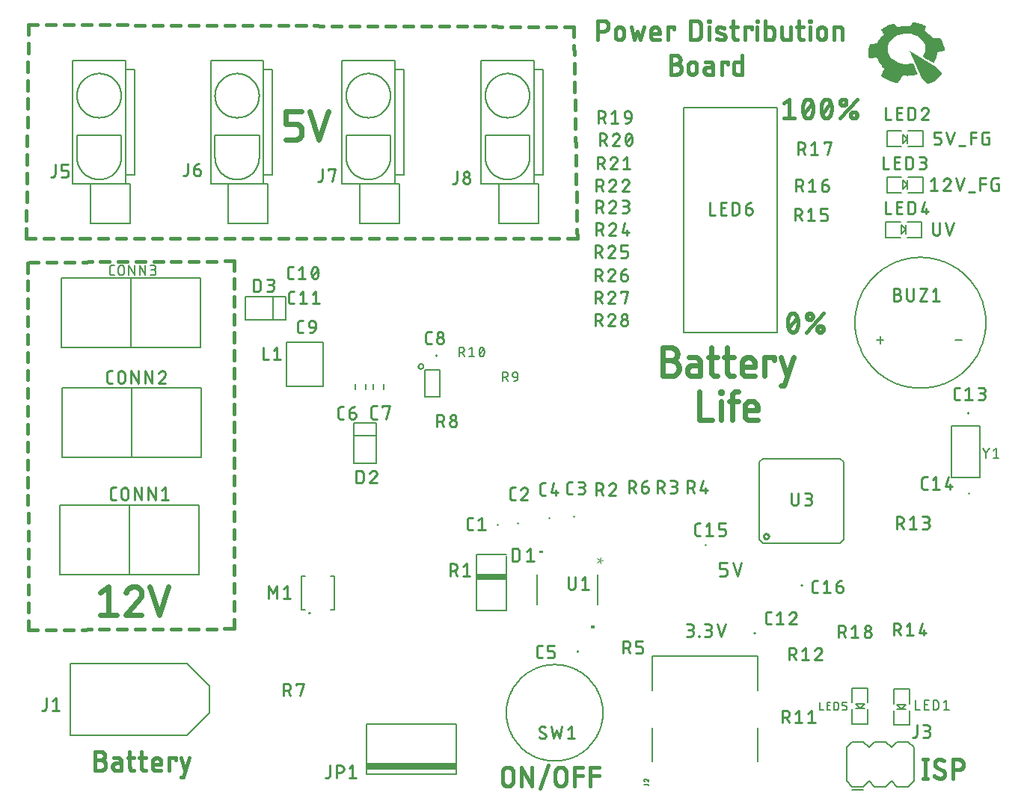
<source format=gbr>
G04 EAGLE Gerber RS-274X export*
G75*
%MOMM*%
%FSLAX34Y34*%
%LPD*%
%INSilkscreen Top*%
%IPPOS*%
%AMOC8*
5,1,8,0,0,1.08239X$1,22.5*%
G01*
%ADD10C,0.254000*%
%ADD11C,0.381000*%
%ADD12C,0.406400*%
%ADD13C,0.584200*%
%ADD14C,0.279400*%
%ADD15C,0.127000*%
%ADD16C,0.203200*%
%ADD17R,10.160000X0.635000*%
%ADD18C,0.152400*%
%ADD19C,0.076200*%

G36*
X994016Y809001D02*
X994016Y809001D01*
X994017Y809001D01*
X994146Y809022D01*
X994291Y809055D01*
X994436Y809095D01*
X994437Y809095D01*
X994521Y809122D01*
X994604Y809148D01*
X994605Y809148D01*
X994690Y809175D01*
X994773Y809201D01*
X994775Y809203D01*
X994776Y809203D01*
X995966Y811199D01*
X996561Y812196D01*
X997155Y813193D01*
X998363Y815212D01*
X999103Y816428D01*
X999486Y817025D01*
X999625Y817181D01*
X999710Y817176D01*
X999882Y817162D01*
X1000111Y817142D01*
X1000375Y817117D01*
X1001751Y817021D01*
X1003317Y816969D01*
X1004928Y816966D01*
X1006434Y817012D01*
X1008323Y817157D01*
X1008324Y817157D01*
X1010256Y817394D01*
X1012185Y817717D01*
X1014062Y818120D01*
X1014824Y818314D01*
X1015680Y818546D01*
X1016386Y818749D01*
X1016387Y818749D01*
X1016700Y818855D01*
X1016701Y818858D01*
X1016703Y818860D01*
X1016705Y818881D01*
X1016704Y818882D01*
X1016705Y818882D01*
X1016696Y818924D01*
X1016696Y818925D01*
X1016678Y818982D01*
X1016652Y819048D01*
X1016427Y819587D01*
X1015866Y820932D01*
X1015053Y822879D01*
X1014074Y825225D01*
X1013097Y827562D01*
X1012291Y829482D01*
X1011740Y830786D01*
X1011526Y831276D01*
X1011523Y831277D01*
X1011522Y831279D01*
X1011479Y831288D01*
X1011478Y831287D01*
X1011478Y831288D01*
X1011388Y831279D01*
X1011387Y831279D01*
X1011257Y831253D01*
X1011091Y831209D01*
X1010344Y831018D01*
X1009494Y830830D01*
X1008614Y830662D01*
X1007778Y830527D01*
X1006207Y830365D01*
X1006198Y830365D01*
X1006076Y830360D01*
X1005954Y830355D01*
X1005953Y830355D01*
X1005832Y830350D01*
X1005831Y830350D01*
X1005710Y830345D01*
X1005709Y830345D01*
X1005587Y830340D01*
X1005465Y830335D01*
X1005343Y830330D01*
X1005342Y830330D01*
X1005221Y830325D01*
X1005220Y830325D01*
X1005099Y830320D01*
X1005098Y830320D01*
X1004976Y830315D01*
X1004854Y830310D01*
X1004732Y830305D01*
X1004731Y830305D01*
X1004610Y830300D01*
X1004609Y830300D01*
X1004510Y830296D01*
X1004234Y830300D01*
X1004232Y830300D01*
X1003894Y830305D01*
X1003892Y830305D01*
X1003554Y830310D01*
X1003552Y830310D01*
X1003214Y830315D01*
X1003212Y830315D01*
X1002874Y830320D01*
X1002872Y830320D01*
X1002799Y830321D01*
X1002747Y830325D01*
X1002681Y830330D01*
X1002549Y830340D01*
X1002482Y830345D01*
X1002416Y830350D01*
X1002350Y830355D01*
X1002284Y830360D01*
X1002217Y830365D01*
X1002085Y830375D01*
X1002019Y830380D01*
X1001953Y830385D01*
X1001952Y830385D01*
X1001886Y830389D01*
X1001820Y830394D01*
X1001754Y830399D01*
X1001688Y830404D01*
X1001621Y830409D01*
X1001489Y830419D01*
X1001423Y830424D01*
X1001356Y830429D01*
X1001290Y830434D01*
X1001224Y830439D01*
X1001187Y830442D01*
X998024Y830995D01*
X995011Y831922D01*
X992195Y833205D01*
X989626Y834827D01*
X988470Y835748D01*
X987386Y836757D01*
X986402Y837825D01*
X985543Y838928D01*
X984021Y841540D01*
X983066Y844266D01*
X982685Y847079D01*
X982688Y847119D01*
X982690Y847153D01*
X982693Y847193D01*
X982698Y847268D01*
X982701Y847307D01*
X982703Y847342D01*
X982706Y847382D01*
X982709Y847417D01*
X982711Y847456D01*
X982711Y847457D01*
X982714Y847496D01*
X982717Y847531D01*
X982719Y847571D01*
X982722Y847606D01*
X982725Y847645D01*
X982727Y847685D01*
X982730Y847720D01*
X982733Y847760D01*
X982735Y847794D01*
X982738Y847834D01*
X982741Y847874D01*
X982743Y847909D01*
X982746Y847948D01*
X982748Y847983D01*
X982751Y848023D01*
X982754Y848063D01*
X982756Y848097D01*
X982759Y848137D01*
X982762Y848172D01*
X982764Y848212D01*
X982767Y848251D01*
X982767Y848252D01*
X982770Y848286D01*
X982772Y848326D01*
X982775Y848361D01*
X982778Y848401D01*
X982780Y848440D01*
X982783Y848475D01*
X982786Y848515D01*
X982788Y848550D01*
X982791Y848589D01*
X982794Y848629D01*
X982796Y848664D01*
X982799Y848704D01*
X982801Y848738D01*
X982804Y848778D01*
X982809Y848853D01*
X982812Y848892D01*
X982814Y848927D01*
X982817Y848967D01*
X982820Y849002D01*
X982822Y849041D01*
X982822Y849042D01*
X982825Y849081D01*
X982828Y849116D01*
X982830Y849156D01*
X982833Y849191D01*
X982836Y849230D01*
X982838Y849270D01*
X982841Y849305D01*
X982844Y849345D01*
X982846Y849379D01*
X982849Y849419D01*
X982852Y849459D01*
X982854Y849494D01*
X982857Y849533D01*
X982859Y849568D01*
X982862Y849608D01*
X982865Y849648D01*
X982867Y849682D01*
X982867Y849683D01*
X982870Y849722D01*
X982872Y849757D01*
X982873Y849757D01*
X982872Y849757D01*
X982875Y849797D01*
X982878Y849837D01*
X982880Y849871D01*
X982881Y849871D01*
X982880Y849871D01*
X982883Y849911D01*
X982886Y849946D01*
X982886Y849949D01*
X983094Y850943D01*
X983379Y851927D01*
X983743Y852910D01*
X984187Y853898D01*
X986595Y857501D01*
X989935Y860502D01*
X994059Y862798D01*
X998819Y864285D01*
X999756Y864461D01*
X1000718Y864603D01*
X1001732Y864714D01*
X1002828Y864798D01*
X1004757Y864829D01*
X1006791Y864694D01*
X1008849Y864402D01*
X1010849Y863962D01*
X1013537Y863082D01*
X1016070Y861907D01*
X1018387Y860471D01*
X1020425Y858806D01*
X1022409Y856624D01*
X1023927Y854252D01*
X1024969Y851708D01*
X1025526Y849015D01*
X1025567Y848417D01*
X1025584Y847658D01*
X1025577Y846890D01*
X1025576Y846876D01*
X1025574Y846837D01*
X1025573Y846812D01*
X1025571Y846772D01*
X1025569Y846732D01*
X1025567Y846707D01*
X1025565Y846668D01*
X1025563Y846628D01*
X1025562Y846603D01*
X1025560Y846563D01*
X1025556Y846499D01*
X1025554Y846459D01*
X1025553Y846434D01*
X1025551Y846394D01*
X1025549Y846355D01*
X1025548Y846330D01*
X1025547Y846330D01*
X1025548Y846330D01*
X1025545Y846290D01*
X1025544Y846265D01*
X1025540Y846240D01*
X1025539Y846235D01*
X1025539Y846230D01*
X1025538Y846230D01*
X1025539Y846230D01*
X1025538Y846226D01*
X1025538Y846225D01*
X1025537Y846221D01*
X1025537Y846220D01*
X1025536Y846216D01*
X1025535Y846211D01*
X1025530Y846176D01*
X1025529Y846171D01*
X1025528Y846166D01*
X1025527Y846161D01*
X1025526Y846156D01*
X1025526Y846151D01*
X1025525Y846146D01*
X1025519Y846111D01*
X1025518Y846106D01*
X1025517Y846101D01*
X1025517Y846096D01*
X1025516Y846091D01*
X1025515Y846086D01*
X1025509Y846052D01*
X1025509Y846047D01*
X1025508Y846042D01*
X1025507Y846037D01*
X1025506Y846032D01*
X1025505Y846027D01*
X1025504Y846022D01*
X1025499Y845987D01*
X1025498Y845982D01*
X1025497Y845977D01*
X1025496Y845972D01*
X1025496Y845967D01*
X1025495Y845962D01*
X1025494Y845957D01*
X1025488Y845922D01*
X1025487Y845917D01*
X1025487Y845912D01*
X1025486Y845908D01*
X1025486Y845907D01*
X1025485Y845903D01*
X1025485Y845902D01*
X1025484Y845898D01*
X1025479Y845863D01*
X1025478Y845858D01*
X1025477Y845853D01*
X1025476Y845848D01*
X1025475Y845843D01*
X1025475Y845838D01*
X1025474Y845838D01*
X1025475Y845838D01*
X1025474Y845833D01*
X1025468Y845798D01*
X1025467Y845793D01*
X1025466Y845788D01*
X1025466Y845783D01*
X1025465Y845778D01*
X1025464Y845773D01*
X1025463Y845768D01*
X1025458Y845734D01*
X1025457Y845734D01*
X1025457Y845729D01*
X1025456Y845724D01*
X1025455Y845719D01*
X1025454Y845714D01*
X1025453Y845709D01*
X1025448Y845674D01*
X1025447Y845669D01*
X1025446Y845664D01*
X1025445Y845659D01*
X1025445Y845654D01*
X1025444Y845649D01*
X1025443Y845644D01*
X1025437Y845609D01*
X1025436Y845604D01*
X1025436Y845599D01*
X1025435Y845594D01*
X1025434Y845590D01*
X1025434Y845589D01*
X1025433Y845585D01*
X1025433Y845584D01*
X1025432Y845580D01*
X1025427Y845545D01*
X1025426Y845540D01*
X1025425Y845535D01*
X1025424Y845530D01*
X1025423Y845525D01*
X1025423Y845520D01*
X1025416Y845480D01*
X1025415Y845475D01*
X1025415Y845470D01*
X1025414Y845465D01*
X1025413Y845460D01*
X1025412Y845455D01*
X1025406Y845421D01*
X1025406Y845416D01*
X1025405Y845411D01*
X1025404Y845406D01*
X1025403Y845401D01*
X1025402Y845396D01*
X1025402Y845391D01*
X1025396Y845356D01*
X1025395Y845351D01*
X1025394Y845346D01*
X1025394Y845341D01*
X1025393Y845341D01*
X1025394Y845341D01*
X1025393Y845336D01*
X1025392Y845331D01*
X1025385Y845291D01*
X1025385Y845286D01*
X1025384Y845281D01*
X1025383Y845276D01*
X1025382Y845272D01*
X1025382Y845271D01*
X1025381Y845267D01*
X1025381Y845266D01*
X1025376Y845232D01*
X1025375Y845227D01*
X1025374Y845222D01*
X1025373Y845217D01*
X1025372Y845212D01*
X1025372Y845207D01*
X1025371Y845202D01*
X1025365Y845167D01*
X1025364Y845162D01*
X1025364Y845157D01*
X1025363Y845152D01*
X1025362Y845147D01*
X1025361Y845142D01*
X1025360Y845137D01*
X1025355Y845103D01*
X1025354Y845098D01*
X1025353Y845093D01*
X1025352Y845088D01*
X1025351Y845083D01*
X1025351Y845078D01*
X1025345Y845043D01*
X1025344Y845038D01*
X1025343Y845033D01*
X1025342Y845028D01*
X1025342Y845023D01*
X1025341Y845018D01*
X1025340Y845013D01*
X1025334Y844978D01*
X1025334Y844973D01*
X1025333Y844968D01*
X1025332Y844963D01*
X1025331Y844958D01*
X1025330Y844954D01*
X1025330Y844953D01*
X1025330Y844949D01*
X1025329Y844949D01*
X1025330Y844948D01*
X1025324Y844914D01*
X1025323Y844909D01*
X1025322Y844904D01*
X1025321Y844899D01*
X1025321Y844894D01*
X1025320Y844889D01*
X1025314Y844854D01*
X1025313Y844849D01*
X1025313Y844844D01*
X1025312Y844844D01*
X1025313Y844844D01*
X1025312Y844839D01*
X1025311Y844834D01*
X1025310Y844829D01*
X1025309Y844824D01*
X1025304Y844790D01*
X1025304Y844789D01*
X1025303Y844785D01*
X1025302Y844780D01*
X1025301Y844775D01*
X1025300Y844770D01*
X1025300Y844765D01*
X1025299Y844760D01*
X1025293Y844725D01*
X1025292Y844720D01*
X1025291Y844715D01*
X1025291Y844710D01*
X1025290Y844705D01*
X1025289Y844700D01*
X1025283Y844665D01*
X1025283Y844660D01*
X1025282Y844655D01*
X1025281Y844650D01*
X1025280Y844645D01*
X1025279Y844640D01*
X1025278Y844636D01*
X1025278Y844635D01*
X1025273Y844601D01*
X1025272Y844596D01*
X1025271Y844591D01*
X1025270Y844586D01*
X1025270Y844581D01*
X1025269Y844576D01*
X1025268Y844571D01*
X1025262Y844536D01*
X1025261Y844531D01*
X1025261Y844526D01*
X1025260Y844521D01*
X1025259Y844516D01*
X1025258Y844511D01*
X1025253Y844477D01*
X1025253Y844476D01*
X1025252Y844472D01*
X1025252Y844471D01*
X1025251Y844467D01*
X1025250Y844462D01*
X1025249Y844457D01*
X1025249Y844452D01*
X1025248Y844452D01*
X1025249Y844452D01*
X1025248Y844447D01*
X1025242Y844412D01*
X1025241Y844407D01*
X1025240Y844402D01*
X1025240Y844397D01*
X1025239Y844392D01*
X1025238Y844388D01*
X1024674Y842542D01*
X1023862Y840750D01*
X1022811Y839039D01*
X1022643Y838794D01*
X1022547Y838637D01*
X1022547Y838636D01*
X1022546Y838636D01*
X1022510Y838545D01*
X1022511Y838544D01*
X1022510Y838544D01*
X1022511Y838543D01*
X1022510Y838542D01*
X1022524Y838496D01*
X1022526Y838494D01*
X1022526Y838493D01*
X1023023Y838200D01*
X1023024Y838200D01*
X1024337Y837443D01*
X1026267Y836335D01*
X1028613Y834992D01*
X1030122Y834129D01*
X1031629Y833267D01*
X1034645Y831543D01*
X1034646Y831543D01*
X1034647Y831542D01*
X1034649Y831544D01*
X1034650Y831544D01*
X1034651Y831544D01*
X1034671Y831568D01*
X1034691Y831593D01*
X1034711Y831617D01*
X1034731Y831642D01*
X1034965Y831990D01*
X1035341Y832599D01*
X1035750Y833288D01*
X1035750Y833289D01*
X1036083Y833879D01*
X1036546Y834795D01*
X1036547Y834795D01*
X1037008Y835796D01*
X1037415Y836764D01*
X1037715Y837579D01*
X1037715Y837580D01*
X1037992Y838467D01*
X1038229Y839308D01*
X1038426Y840106D01*
X1038587Y840866D01*
X1038587Y840868D01*
X1038590Y840883D01*
X1038592Y840898D01*
X1038595Y840913D01*
X1038597Y840928D01*
X1038598Y840932D01*
X1038598Y840933D01*
X1038600Y840942D01*
X1038601Y840947D01*
X1038602Y840957D01*
X1038603Y840962D01*
X1038605Y840972D01*
X1038606Y840977D01*
X1038607Y840987D01*
X1038608Y840992D01*
X1038610Y841002D01*
X1038611Y841007D01*
X1038613Y841022D01*
X1038616Y841037D01*
X1038618Y841052D01*
X1038621Y841067D01*
X1038623Y841082D01*
X1038626Y841096D01*
X1038626Y841097D01*
X1038628Y841111D01*
X1038629Y841116D01*
X1038631Y841126D01*
X1038631Y841131D01*
X1038633Y841141D01*
X1038634Y841146D01*
X1038636Y841156D01*
X1038636Y841161D01*
X1038638Y841171D01*
X1038639Y841176D01*
X1038641Y841186D01*
X1038641Y841191D01*
X1038644Y841206D01*
X1038646Y841221D01*
X1038649Y841236D01*
X1038651Y841250D01*
X1038651Y841251D01*
X1038654Y841265D01*
X1038656Y841280D01*
X1038657Y841285D01*
X1038659Y841295D01*
X1038660Y841300D01*
X1038661Y841310D01*
X1038662Y841315D01*
X1038664Y841325D01*
X1038665Y841330D01*
X1038666Y841340D01*
X1038667Y841345D01*
X1038669Y841355D01*
X1038670Y841360D01*
X1038672Y841375D01*
X1038675Y841390D01*
X1038677Y841405D01*
X1038680Y841419D01*
X1038682Y841434D01*
X1038685Y841449D01*
X1038687Y841464D01*
X1038688Y841468D01*
X1038791Y842180D01*
X1038793Y842200D01*
X1038794Y842204D01*
X1038794Y842205D01*
X1038796Y842219D01*
X1038796Y842224D01*
X1038797Y842229D01*
X1038799Y842244D01*
X1038800Y842249D01*
X1038802Y842269D01*
X1038803Y842274D01*
X1038805Y842294D01*
X1038806Y842299D01*
X1038808Y842314D01*
X1038808Y842319D01*
X1038809Y842324D01*
X1038811Y842339D01*
X1038811Y842344D01*
X1038814Y842363D01*
X1038814Y842364D01*
X1038814Y842368D01*
X1038814Y842369D01*
X1038817Y842388D01*
X1038817Y842393D01*
X1038819Y842408D01*
X1038820Y842413D01*
X1038821Y842418D01*
X1038822Y842433D01*
X1038823Y842438D01*
X1038825Y842458D01*
X1038826Y842458D01*
X1038825Y842458D01*
X1038826Y842463D01*
X1038829Y842483D01*
X1038829Y842488D01*
X1038831Y842503D01*
X1038832Y842508D01*
X1038832Y842513D01*
X1038834Y842527D01*
X1038834Y842528D01*
X1038835Y842532D01*
X1038837Y842552D01*
X1038838Y842557D01*
X1038840Y842577D01*
X1038841Y842582D01*
X1038843Y842597D01*
X1038843Y842602D01*
X1038844Y842607D01*
X1038846Y842622D01*
X1038847Y842627D01*
X1038849Y842647D01*
X1038850Y842652D01*
X1038852Y842672D01*
X1038853Y842677D01*
X1038855Y842691D01*
X1038855Y842696D01*
X1038856Y842701D01*
X1038858Y842716D01*
X1038858Y842721D01*
X1038859Y842726D01*
X1038861Y842741D01*
X1038861Y842746D01*
X1038864Y842766D01*
X1038864Y842771D01*
X1038866Y842786D01*
X1038867Y842791D01*
X1038868Y842796D01*
X1038869Y842811D01*
X1038870Y842816D01*
X1038871Y842821D01*
X1038872Y842836D01*
X1038873Y842836D01*
X1038872Y842836D01*
X1038873Y842840D01*
X1038873Y842841D01*
X1038876Y842860D01*
X1038876Y842865D01*
X1038878Y842879D01*
X1038878Y842880D01*
X1038932Y843440D01*
X1038934Y843462D01*
X1038937Y843496D01*
X1038940Y843531D01*
X1038951Y843665D01*
X1038952Y843670D01*
X1038953Y843680D01*
X1038954Y843680D01*
X1038953Y843680D01*
X1038955Y843690D01*
X1038957Y843700D01*
X1038958Y843710D01*
X1038959Y843715D01*
X1038960Y843720D01*
X1038961Y843725D01*
X1038961Y843730D01*
X1038962Y843735D01*
X1038963Y843740D01*
X1038964Y843745D01*
X1038965Y843750D01*
X1038965Y843755D01*
X1038966Y843760D01*
X1038967Y843765D01*
X1038968Y843770D01*
X1038969Y843775D01*
X1038969Y843780D01*
X1038970Y843785D01*
X1038971Y843790D01*
X1038972Y843794D01*
X1039003Y843859D01*
X1039050Y843888D01*
X1039372Y843949D01*
X1040185Y844089D01*
X1041364Y844289D01*
X1042788Y844526D01*
X1044224Y844765D01*
X1045436Y844967D01*
X1046298Y845112D01*
X1046681Y845178D01*
X1046820Y845209D01*
X1046821Y845210D01*
X1046821Y845209D01*
X1046911Y845250D01*
X1046912Y845252D01*
X1046913Y845252D01*
X1046983Y845323D01*
X1047063Y845445D01*
X1047097Y845500D01*
X1047130Y845555D01*
X1047164Y845609D01*
X1047198Y845664D01*
X1047198Y845666D01*
X1047199Y845667D01*
X1047192Y845858D01*
X1047184Y846050D01*
X1047178Y846242D01*
X1047171Y846433D01*
X1046984Y848584D01*
X1046984Y848585D01*
X1046585Y850687D01*
X1045974Y852747D01*
X1045973Y852748D01*
X1045974Y852748D01*
X1045148Y854775D01*
X1045147Y854775D01*
X1044653Y855778D01*
X1044109Y856773D01*
X1044109Y856774D01*
X1043528Y857736D01*
X1042925Y858641D01*
X1042657Y859017D01*
X1042481Y859240D01*
X1042480Y859240D01*
X1042480Y859241D01*
X1042334Y859379D01*
X1042160Y859499D01*
X1042048Y859571D01*
X1041993Y859607D01*
X1041937Y859643D01*
X1041935Y859643D01*
X1041934Y859644D01*
X1041789Y859641D01*
X1041788Y859641D01*
X1041788Y859640D01*
X1041582Y859636D01*
X1041580Y859636D01*
X1041374Y859631D01*
X1041373Y859631D01*
X1041167Y859626D01*
X1041166Y859626D01*
X1041099Y859624D01*
X1040966Y859621D01*
X1040965Y859621D01*
X1040768Y859616D01*
X1040767Y859616D01*
X1040571Y859611D01*
X1040570Y859611D01*
X1040373Y859606D01*
X1040372Y859606D01*
X1040176Y859601D01*
X1040175Y859601D01*
X1039978Y859596D01*
X1039977Y859596D01*
X1039781Y859591D01*
X1039779Y859591D01*
X1039583Y859586D01*
X1039582Y859586D01*
X1039429Y859582D01*
X1039385Y859581D01*
X1039384Y859581D01*
X1039188Y859576D01*
X1039187Y859576D01*
X1038991Y859571D01*
X1038990Y859571D01*
X1038793Y859566D01*
X1038792Y859566D01*
X1038596Y859561D01*
X1038595Y859561D01*
X1038401Y859556D01*
X1038400Y859556D01*
X1038205Y859551D01*
X1038204Y859551D01*
X1038010Y859546D01*
X1038009Y859546D01*
X1037815Y859541D01*
X1037813Y859541D01*
X1037619Y859536D01*
X1037618Y859536D01*
X1037424Y859531D01*
X1037423Y859531D01*
X1037258Y859527D01*
X1037230Y859526D01*
X1037229Y859526D01*
X1037048Y859521D01*
X1037047Y859521D01*
X1036866Y859516D01*
X1036865Y859516D01*
X1036684Y859511D01*
X1036683Y859511D01*
X1036502Y859506D01*
X1036501Y859506D01*
X1036321Y859501D01*
X1036319Y859501D01*
X1036139Y859496D01*
X1036138Y859496D01*
X1036137Y859496D01*
X1036086Y859495D01*
X1035966Y859491D01*
X1035798Y859486D01*
X1035631Y859482D01*
X1035630Y859482D01*
X1035630Y859481D01*
X1035463Y859477D01*
X1035462Y859477D01*
X1035295Y859472D01*
X1035294Y859472D01*
X1035207Y859469D01*
X1035138Y859467D01*
X1035137Y859467D01*
X1034994Y859462D01*
X1034851Y859457D01*
X1034850Y859457D01*
X1034744Y859453D01*
X1034720Y859452D01*
X1034629Y859447D01*
X1034616Y859446D01*
X1034526Y859442D01*
X1034525Y859442D01*
X1034488Y859440D01*
X1034429Y859437D01*
X1034360Y859433D01*
X1034335Y859432D01*
X1034234Y859427D01*
X1034098Y859602D01*
X1033961Y859780D01*
X1033823Y859957D01*
X1033685Y860135D01*
X1031817Y862311D01*
X1031816Y862311D01*
X1031816Y862312D01*
X1029710Y864341D01*
X1027406Y866188D01*
X1024945Y867815D01*
X1024751Y867935D01*
X1024591Y868042D01*
X1024483Y868123D01*
X1024445Y868164D01*
X1024455Y868209D01*
X1024483Y868300D01*
X1024525Y868424D01*
X1024576Y868565D01*
X1024651Y868773D01*
X1024762Y869078D01*
X1024892Y869439D01*
X1025027Y869815D01*
X1025185Y870256D01*
X1025379Y870795D01*
X1025584Y871364D01*
X1025776Y871895D01*
X1025883Y872190D01*
X1025990Y872487D01*
X1026204Y873079D01*
X1026203Y873080D01*
X1026204Y873080D01*
X1026203Y873082D01*
X1026203Y873084D01*
X1026165Y873131D01*
X1026126Y873177D01*
X1026088Y873225D01*
X1026049Y873272D01*
X1025944Y873380D01*
X1025943Y873381D01*
X1025793Y873492D01*
X1025569Y873626D01*
X1025568Y873626D01*
X1025242Y873801D01*
X1024012Y874401D01*
X1024012Y874402D01*
X1022627Y875013D01*
X1021278Y875554D01*
X1020154Y875946D01*
X1020153Y875946D01*
X1020015Y875989D01*
X1019828Y876047D01*
X1019618Y876112D01*
X1019407Y876178D01*
X1019406Y876178D01*
X1017708Y876661D01*
X1015911Y877074D01*
X1014028Y877413D01*
X1012075Y877675D01*
X1011732Y877711D01*
X1011731Y877711D01*
X1011717Y877712D01*
X1011634Y877717D01*
X1011551Y877722D01*
X1011497Y877725D01*
X1011388Y877722D01*
X1011327Y877720D01*
X1011326Y877720D01*
X1011177Y877695D01*
X1011078Y877670D01*
X1011077Y877670D01*
X1010984Y877639D01*
X1010984Y877638D01*
X1010984Y877639D01*
X1010910Y877608D01*
X1010910Y877607D01*
X1010909Y877607D01*
X1010862Y877579D01*
X1010862Y877578D01*
X1010861Y877578D01*
X1010709Y877385D01*
X1010349Y876906D01*
X1009834Y876214D01*
X1009218Y875380D01*
X1008825Y874847D01*
X1008039Y873779D01*
X1007648Y873248D01*
X1007616Y873250D01*
X1007615Y873250D01*
X1007560Y873253D01*
X1007536Y873255D01*
X1007471Y873260D01*
X1007406Y873265D01*
X1007378Y873267D01*
X1007336Y873270D01*
X1007288Y873273D01*
X1007252Y873275D01*
X1007151Y873280D01*
X1007050Y873285D01*
X1007049Y873285D01*
X1006948Y873290D01*
X1006847Y873295D01*
X1006746Y873300D01*
X1006745Y873300D01*
X1006644Y873305D01*
X1006543Y873310D01*
X1006442Y873314D01*
X1006442Y873315D01*
X1006441Y873315D01*
X1006341Y873319D01*
X1006340Y873319D01*
X1006239Y873324D01*
X1006138Y873329D01*
X1006037Y873334D01*
X1006036Y873334D01*
X1005935Y873339D01*
X1005834Y873344D01*
X1005733Y873349D01*
X1005732Y873349D01*
X1005718Y873350D01*
X1005454Y873354D01*
X1005452Y873354D01*
X1005145Y873359D01*
X1005144Y873359D01*
X1004837Y873364D01*
X1004835Y873364D01*
X1004528Y873369D01*
X1004526Y873369D01*
X1004220Y873374D01*
X1004218Y873374D01*
X1004041Y873377D01*
X1003840Y873374D01*
X1003838Y873374D01*
X1003490Y873369D01*
X1003488Y873369D01*
X1003487Y873369D01*
X1003139Y873364D01*
X1003137Y873364D01*
X1002788Y873359D01*
X1002786Y873359D01*
X1002438Y873354D01*
X1002436Y873354D01*
X1002418Y873354D01*
X1002329Y873349D01*
X1002235Y873344D01*
X1002234Y873344D01*
X1002140Y873339D01*
X1002046Y873334D01*
X1001952Y873329D01*
X1001858Y873324D01*
X1001857Y873324D01*
X1001764Y873319D01*
X1001763Y873319D01*
X1001669Y873315D01*
X1001669Y873314D01*
X1001575Y873310D01*
X1001481Y873305D01*
X1001387Y873300D01*
X1001386Y873300D01*
X1001293Y873295D01*
X1001292Y873295D01*
X1001198Y873290D01*
X1001104Y873285D01*
X1001015Y873280D01*
X999384Y873123D01*
X999383Y873123D01*
X997791Y872914D01*
X996257Y872658D01*
X994802Y872356D01*
X994499Y872286D01*
X994238Y872226D01*
X994046Y872182D01*
X993955Y872161D01*
X993782Y872259D01*
X993194Y872731D01*
X991922Y873806D01*
X989693Y875708D01*
X989549Y875825D01*
X989439Y875892D01*
X989438Y875892D01*
X989437Y875893D01*
X989321Y875928D01*
X989160Y875947D01*
X989159Y875947D01*
X989132Y875948D01*
X988991Y875953D01*
X988990Y875953D01*
X988988Y875953D01*
X988807Y875935D01*
X988806Y875935D01*
X988560Y875882D01*
X988193Y875785D01*
X986441Y875269D01*
X986440Y875269D01*
X984813Y874701D01*
X983221Y874049D01*
X983221Y874048D01*
X983221Y874049D01*
X981578Y873279D01*
X981578Y873278D01*
X980069Y872492D01*
X980068Y872492D01*
X978688Y871682D01*
X977378Y870813D01*
X976080Y869848D01*
X975762Y869594D01*
X975552Y869412D01*
X975552Y869411D01*
X975551Y869411D01*
X975421Y869272D01*
X975344Y869152D01*
X975344Y869151D01*
X975318Y869100D01*
X975293Y869050D01*
X975267Y869000D01*
X975242Y868950D01*
X975242Y868948D01*
X975242Y868947D01*
X975242Y868945D01*
X975639Y868378D01*
X976036Y867813D01*
X976830Y866681D01*
X977451Y865796D01*
X977965Y865062D01*
X978320Y864554D01*
X978461Y864352D01*
X978467Y864309D01*
X978427Y864243D01*
X978330Y864141D01*
X978164Y863989D01*
X977573Y863430D01*
X977572Y863430D01*
X976817Y862668D01*
X976817Y862667D01*
X976066Y861878D01*
X975487Y861231D01*
X974170Y859567D01*
X973021Y857879D01*
X973021Y857878D01*
X972033Y856156D01*
X971202Y854395D01*
X971201Y854395D01*
X971125Y854218D01*
X971059Y854069D01*
X971008Y853963D01*
X970982Y853918D01*
X970656Y853859D01*
X969784Y853719D01*
X968502Y853521D01*
X966943Y853285D01*
X965941Y853134D01*
X964938Y852984D01*
X963936Y852833D01*
X962934Y852683D01*
X962933Y852682D01*
X962932Y852682D01*
X962874Y852631D01*
X962815Y852581D01*
X962699Y852479D01*
X962563Y852352D01*
X962563Y852351D01*
X962562Y852351D01*
X962462Y852214D01*
X962462Y852213D01*
X962360Y851998D01*
X962359Y851998D01*
X962216Y851639D01*
X961562Y849740D01*
X961562Y849739D01*
X961089Y847859D01*
X960791Y845965D01*
X960791Y845964D01*
X960791Y845957D01*
X960783Y845843D01*
X960782Y845828D01*
X960774Y845714D01*
X960773Y845699D01*
X960772Y845684D01*
X960765Y845570D01*
X960764Y845555D01*
X960763Y845540D01*
X960756Y845440D01*
X960755Y845426D01*
X960755Y845425D01*
X960754Y845411D01*
X960746Y845296D01*
X960745Y845281D01*
X960744Y845267D01*
X960744Y845266D01*
X960737Y845152D01*
X960736Y845137D01*
X960728Y845023D01*
X960727Y845008D01*
X960726Y844993D01*
X960718Y844879D01*
X960717Y844864D01*
X960710Y844750D01*
X960709Y844735D01*
X960708Y844720D01*
X960700Y844606D01*
X960699Y844591D01*
X960698Y844576D01*
X960691Y844476D01*
X960690Y844462D01*
X960689Y844447D01*
X960682Y844332D01*
X960681Y844318D01*
X960681Y844317D01*
X960680Y844303D01*
X960672Y844188D01*
X960671Y844173D01*
X960663Y844059D01*
X960662Y844044D01*
X960661Y844029D01*
X960661Y844024D01*
X960673Y842654D01*
X960774Y841294D01*
X960774Y841293D01*
X960967Y839938D01*
X961251Y838583D01*
X961400Y837989D01*
X961506Y837650D01*
X961507Y837649D01*
X961613Y837462D01*
X961614Y837461D01*
X961614Y837460D01*
X961761Y837319D01*
X961814Y837275D01*
X961866Y837231D01*
X961972Y837143D01*
X961974Y837143D01*
X961975Y837142D01*
X962356Y837153D01*
X962737Y837165D01*
X963119Y837177D01*
X963500Y837188D01*
X964283Y837211D01*
X965286Y837240D01*
X966380Y837270D01*
X967436Y837298D01*
X968403Y837324D01*
X969253Y837350D01*
X969894Y837371D01*
X970235Y837385D01*
X970333Y837391D01*
X970430Y837398D01*
X970621Y837410D01*
X970663Y837293D01*
X971636Y834998D01*
X971637Y834998D01*
X972824Y832797D01*
X972824Y832796D01*
X974219Y830702D01*
X975814Y828725D01*
X976528Y827959D01*
X976528Y827958D01*
X977390Y827097D01*
X977391Y827097D01*
X978296Y826244D01*
X979132Y825506D01*
X978991Y825183D01*
X978580Y824315D01*
X977962Y823038D01*
X977201Y821483D01*
X976710Y820483D01*
X976218Y819483D01*
X975727Y818484D01*
X975235Y817484D01*
X975235Y817482D01*
X975235Y817481D01*
X975234Y817480D01*
X975257Y817419D01*
X975279Y817358D01*
X975325Y817236D01*
X975365Y817134D01*
X975407Y817036D01*
X975408Y817036D01*
X975447Y816953D01*
X975478Y816897D01*
X975479Y816896D01*
X975479Y816895D01*
X975760Y816632D01*
X976350Y816154D01*
X977085Y815588D01*
X977801Y815064D01*
X981144Y813000D01*
X981145Y813000D01*
X981145Y812999D01*
X984764Y811321D01*
X984764Y811322D01*
X984764Y811321D01*
X988636Y810038D01*
X988637Y810038D01*
X992737Y809160D01*
X993140Y809098D01*
X993498Y809045D01*
X993770Y809009D01*
X993771Y809009D01*
X993920Y808994D01*
X994016Y809001D01*
G37*
G36*
X1028825Y807716D02*
X1028825Y807716D01*
X1028825Y807715D01*
X1028940Y807745D01*
X1028941Y807745D01*
X1029185Y807829D01*
X1029521Y807956D01*
X1029914Y808112D01*
X1029914Y808113D01*
X1034026Y810101D01*
X1034027Y810101D01*
X1037704Y812544D01*
X1040911Y815414D01*
X1040911Y815415D01*
X1040912Y815415D01*
X1043615Y818685D01*
X1043865Y819041D01*
X1043990Y819220D01*
X1044116Y819398D01*
X1044116Y819400D01*
X1044117Y819401D01*
X1044119Y819436D01*
X1044121Y819470D01*
X1044122Y819484D01*
X1044128Y819555D01*
X1044129Y819567D01*
X1044131Y819600D01*
X1044134Y819650D01*
X1044140Y819733D01*
X1044147Y819817D01*
X1044149Y819848D01*
X1044152Y819900D01*
X1044158Y819983D01*
X1044159Y820002D01*
X1044161Y820037D01*
X1044163Y820066D01*
X1044162Y820068D01*
X1044162Y820069D01*
X1038170Y827109D01*
X1038169Y827109D01*
X1038169Y827110D01*
X1007254Y845662D01*
X1007252Y845662D01*
X1007251Y845663D01*
X1007212Y845665D01*
X1007211Y845664D01*
X1007211Y845665D01*
X1007210Y845663D01*
X1007207Y845661D01*
X1007208Y845660D01*
X1007207Y845658D01*
X1021161Y814774D01*
X1021163Y814773D01*
X1021162Y814772D01*
X1028141Y807781D01*
X1028144Y807781D01*
X1028145Y807780D01*
X1028290Y807766D01*
X1028362Y807758D01*
X1028363Y807758D01*
X1028436Y807751D01*
X1028557Y807739D01*
X1028670Y807728D01*
X1028764Y807720D01*
X1028824Y807715D01*
X1028825Y807716D01*
G37*
G36*
X592417Y275973D02*
X592417Y275973D01*
X592419Y275972D01*
X592462Y275992D01*
X592506Y276010D01*
X592507Y276012D01*
X592508Y276013D01*
X592541Y276098D01*
X592541Y278638D01*
X592540Y278640D01*
X592541Y278642D01*
X592521Y278685D01*
X592503Y278729D01*
X592501Y278729D01*
X592500Y278731D01*
X592415Y278764D01*
X588605Y278764D01*
X588603Y278763D01*
X588601Y278764D01*
X588558Y278744D01*
X588514Y278726D01*
X588514Y278724D01*
X588512Y278723D01*
X588479Y278638D01*
X588479Y276098D01*
X588480Y276096D01*
X588479Y276094D01*
X588499Y276051D01*
X588517Y276007D01*
X588519Y276007D01*
X588520Y276005D01*
X588605Y275972D01*
X592415Y275972D01*
X592417Y275973D01*
G37*
G36*
X650917Y191137D02*
X650917Y191137D01*
X650919Y191136D01*
X650962Y191156D01*
X651006Y191174D01*
X651006Y191176D01*
X651008Y191177D01*
X651041Y191262D01*
X651041Y193802D01*
X651040Y193804D01*
X651041Y193806D01*
X651021Y193849D01*
X651003Y193893D01*
X651001Y193893D01*
X651000Y193895D01*
X650915Y193928D01*
X647105Y193928D01*
X647103Y193927D01*
X647101Y193928D01*
X647058Y193908D01*
X647014Y193890D01*
X647014Y193888D01*
X647012Y193887D01*
X646979Y193802D01*
X646979Y191262D01*
X646980Y191260D01*
X646979Y191258D01*
X646999Y191215D01*
X647017Y191171D01*
X647019Y191171D01*
X647020Y191169D01*
X647105Y191136D01*
X650915Y191136D01*
X650917Y191137D01*
G37*
D10*
X30057Y111760D02*
X30057Y100894D01*
X30056Y100894D02*
X30054Y100783D01*
X30048Y100673D01*
X30038Y100562D01*
X30024Y100452D01*
X30007Y100343D01*
X29985Y100234D01*
X29960Y100126D01*
X29930Y100020D01*
X29897Y99914D01*
X29860Y99809D01*
X29820Y99706D01*
X29775Y99605D01*
X29728Y99505D01*
X29676Y99406D01*
X29621Y99310D01*
X29563Y99216D01*
X29502Y99124D01*
X29437Y99034D01*
X29369Y98946D01*
X29298Y98861D01*
X29224Y98779D01*
X29147Y98699D01*
X29067Y98622D01*
X28985Y98548D01*
X28900Y98477D01*
X28812Y98409D01*
X28722Y98344D01*
X28630Y98283D01*
X28536Y98225D01*
X28440Y98170D01*
X28341Y98118D01*
X28241Y98071D01*
X28140Y98026D01*
X28037Y97986D01*
X27932Y97949D01*
X27826Y97916D01*
X27720Y97886D01*
X27612Y97861D01*
X27503Y97839D01*
X27394Y97822D01*
X27284Y97808D01*
X27173Y97798D01*
X27063Y97792D01*
X26952Y97790D01*
X25400Y97790D01*
X37376Y108656D02*
X41256Y111760D01*
X41256Y97790D01*
X37376Y97790D02*
X45137Y97790D01*
X40217Y705414D02*
X40217Y716280D01*
X40216Y705414D02*
X40214Y705303D01*
X40208Y705193D01*
X40198Y705082D01*
X40184Y704972D01*
X40167Y704863D01*
X40145Y704754D01*
X40120Y704646D01*
X40090Y704540D01*
X40057Y704434D01*
X40020Y704329D01*
X39980Y704226D01*
X39935Y704125D01*
X39888Y704025D01*
X39836Y703926D01*
X39781Y703830D01*
X39723Y703736D01*
X39662Y703644D01*
X39597Y703554D01*
X39529Y703466D01*
X39458Y703381D01*
X39384Y703299D01*
X39307Y703219D01*
X39227Y703142D01*
X39145Y703068D01*
X39060Y702997D01*
X38972Y702929D01*
X38882Y702864D01*
X38790Y702803D01*
X38696Y702745D01*
X38600Y702690D01*
X38501Y702638D01*
X38401Y702591D01*
X38300Y702546D01*
X38197Y702506D01*
X38092Y702469D01*
X37986Y702436D01*
X37880Y702406D01*
X37772Y702381D01*
X37663Y702359D01*
X37554Y702342D01*
X37444Y702328D01*
X37333Y702318D01*
X37223Y702312D01*
X37112Y702310D01*
X35560Y702310D01*
X47536Y702310D02*
X52192Y702310D01*
X52303Y702312D01*
X52413Y702318D01*
X52524Y702328D01*
X52634Y702342D01*
X52743Y702359D01*
X52852Y702381D01*
X52960Y702406D01*
X53066Y702436D01*
X53172Y702469D01*
X53277Y702506D01*
X53380Y702546D01*
X53481Y702591D01*
X53581Y702638D01*
X53680Y702690D01*
X53776Y702745D01*
X53870Y702803D01*
X53962Y702864D01*
X54052Y702929D01*
X54140Y702997D01*
X54225Y703068D01*
X54307Y703142D01*
X54387Y703219D01*
X54464Y703299D01*
X54538Y703381D01*
X54609Y703466D01*
X54677Y703554D01*
X54742Y703644D01*
X54803Y703736D01*
X54861Y703830D01*
X54916Y703926D01*
X54968Y704025D01*
X55015Y704125D01*
X55060Y704226D01*
X55100Y704329D01*
X55137Y704434D01*
X55170Y704540D01*
X55200Y704646D01*
X55225Y704754D01*
X55247Y704863D01*
X55264Y704972D01*
X55278Y705082D01*
X55288Y705193D01*
X55294Y705303D01*
X55296Y705414D01*
X55297Y705414D02*
X55297Y706967D01*
X55296Y706967D02*
X55294Y707078D01*
X55288Y707188D01*
X55278Y707299D01*
X55264Y707409D01*
X55247Y707518D01*
X55225Y707627D01*
X55200Y707735D01*
X55170Y707841D01*
X55137Y707947D01*
X55100Y708052D01*
X55060Y708155D01*
X55015Y708256D01*
X54968Y708356D01*
X54916Y708455D01*
X54861Y708551D01*
X54803Y708645D01*
X54742Y708737D01*
X54677Y708827D01*
X54609Y708915D01*
X54538Y709000D01*
X54464Y709082D01*
X54387Y709162D01*
X54307Y709239D01*
X54225Y709313D01*
X54140Y709384D01*
X54052Y709452D01*
X53962Y709517D01*
X53870Y709578D01*
X53776Y709636D01*
X53680Y709691D01*
X53581Y709743D01*
X53481Y709790D01*
X53380Y709835D01*
X53277Y709875D01*
X53172Y709912D01*
X53066Y709945D01*
X52960Y709975D01*
X52852Y710000D01*
X52743Y710022D01*
X52634Y710039D01*
X52524Y710053D01*
X52413Y710063D01*
X52303Y710069D01*
X52192Y710071D01*
X47536Y710071D01*
X47536Y716280D01*
X55297Y716280D01*
X190077Y717550D02*
X190077Y706684D01*
X190076Y706684D02*
X190074Y706573D01*
X190068Y706463D01*
X190058Y706352D01*
X190044Y706242D01*
X190027Y706133D01*
X190005Y706024D01*
X189980Y705916D01*
X189950Y705810D01*
X189917Y705704D01*
X189880Y705599D01*
X189840Y705496D01*
X189795Y705395D01*
X189748Y705295D01*
X189696Y705196D01*
X189641Y705100D01*
X189583Y705006D01*
X189522Y704914D01*
X189457Y704824D01*
X189389Y704736D01*
X189318Y704651D01*
X189244Y704569D01*
X189167Y704489D01*
X189087Y704412D01*
X189005Y704338D01*
X188920Y704267D01*
X188832Y704199D01*
X188742Y704134D01*
X188650Y704073D01*
X188556Y704015D01*
X188460Y703960D01*
X188361Y703908D01*
X188261Y703861D01*
X188160Y703816D01*
X188057Y703776D01*
X187952Y703739D01*
X187846Y703706D01*
X187740Y703676D01*
X187632Y703651D01*
X187523Y703629D01*
X187414Y703612D01*
X187304Y703598D01*
X187193Y703588D01*
X187083Y703582D01*
X186972Y703580D01*
X185420Y703580D01*
X197396Y711341D02*
X202052Y711341D01*
X202163Y711339D01*
X202273Y711333D01*
X202384Y711323D01*
X202494Y711309D01*
X202603Y711292D01*
X202712Y711270D01*
X202820Y711245D01*
X202926Y711215D01*
X203032Y711182D01*
X203137Y711145D01*
X203240Y711105D01*
X203341Y711060D01*
X203441Y711013D01*
X203540Y710961D01*
X203636Y710906D01*
X203730Y710848D01*
X203822Y710787D01*
X203912Y710722D01*
X204000Y710654D01*
X204085Y710583D01*
X204167Y710509D01*
X204247Y710432D01*
X204324Y710352D01*
X204398Y710270D01*
X204469Y710185D01*
X204537Y710097D01*
X204602Y710007D01*
X204663Y709915D01*
X204721Y709821D01*
X204776Y709725D01*
X204828Y709626D01*
X204875Y709526D01*
X204920Y709425D01*
X204960Y709322D01*
X204997Y709217D01*
X205030Y709111D01*
X205060Y709005D01*
X205085Y708897D01*
X205107Y708788D01*
X205124Y708679D01*
X205138Y708569D01*
X205148Y708458D01*
X205154Y708348D01*
X205156Y708237D01*
X205157Y708237D02*
X205157Y707461D01*
X205155Y707338D01*
X205149Y707215D01*
X205139Y707092D01*
X205126Y706970D01*
X205108Y706848D01*
X205087Y706727D01*
X205062Y706606D01*
X205033Y706486D01*
X205000Y706368D01*
X204963Y706250D01*
X204923Y706134D01*
X204879Y706019D01*
X204831Y705905D01*
X204780Y705793D01*
X204726Y705683D01*
X204667Y705574D01*
X204606Y705467D01*
X204541Y705363D01*
X204473Y705260D01*
X204401Y705160D01*
X204327Y705062D01*
X204249Y704966D01*
X204168Y704873D01*
X204085Y704783D01*
X203998Y704695D01*
X203909Y704610D01*
X203818Y704528D01*
X203723Y704449D01*
X203626Y704373D01*
X203527Y704300D01*
X203426Y704230D01*
X203322Y704163D01*
X203216Y704100D01*
X203109Y704040D01*
X202999Y703984D01*
X202888Y703931D01*
X202775Y703881D01*
X202661Y703836D01*
X202545Y703793D01*
X202428Y703755D01*
X202310Y703720D01*
X202191Y703689D01*
X202071Y703662D01*
X201950Y703639D01*
X201828Y703620D01*
X201706Y703604D01*
X201584Y703592D01*
X201461Y703584D01*
X201338Y703580D01*
X201214Y703580D01*
X201091Y703584D01*
X200968Y703592D01*
X200846Y703604D01*
X200724Y703620D01*
X200602Y703639D01*
X200481Y703662D01*
X200361Y703689D01*
X200242Y703720D01*
X200124Y703755D01*
X200007Y703793D01*
X199891Y703836D01*
X199777Y703881D01*
X199664Y703931D01*
X199553Y703984D01*
X199443Y704040D01*
X199336Y704100D01*
X199230Y704163D01*
X199126Y704230D01*
X199025Y704300D01*
X198926Y704373D01*
X198829Y704449D01*
X198734Y704528D01*
X198643Y704610D01*
X198554Y704695D01*
X198467Y704783D01*
X198384Y704873D01*
X198303Y704966D01*
X198225Y705062D01*
X198151Y705160D01*
X198079Y705260D01*
X198011Y705363D01*
X197946Y705467D01*
X197885Y705574D01*
X197826Y705683D01*
X197772Y705793D01*
X197721Y705905D01*
X197673Y706019D01*
X197629Y706134D01*
X197589Y706250D01*
X197552Y706368D01*
X197519Y706486D01*
X197490Y706606D01*
X197465Y706727D01*
X197444Y706848D01*
X197426Y706970D01*
X197413Y707092D01*
X197403Y707215D01*
X197397Y707338D01*
X197395Y707461D01*
X197396Y707461D02*
X197396Y711341D01*
X197398Y711498D01*
X197404Y711655D01*
X197414Y711812D01*
X197428Y711969D01*
X197446Y712125D01*
X197468Y712281D01*
X197493Y712436D01*
X197523Y712591D01*
X197557Y712745D01*
X197594Y712897D01*
X197636Y713049D01*
X197681Y713200D01*
X197730Y713349D01*
X197782Y713497D01*
X197839Y713644D01*
X197899Y713790D01*
X197963Y713933D01*
X198031Y714075D01*
X198102Y714216D01*
X198176Y714354D01*
X198254Y714491D01*
X198336Y714625D01*
X198421Y714758D01*
X198509Y714888D01*
X198600Y715016D01*
X198695Y715142D01*
X198793Y715265D01*
X198894Y715385D01*
X198998Y715503D01*
X199105Y715619D01*
X199215Y715731D01*
X199327Y715841D01*
X199443Y715948D01*
X199561Y716052D01*
X199681Y716153D01*
X199804Y716251D01*
X199930Y716346D01*
X200058Y716437D01*
X200188Y716525D01*
X200321Y716610D01*
X200455Y716692D01*
X200592Y716770D01*
X200730Y716844D01*
X200871Y716915D01*
X201013Y716983D01*
X201156Y717047D01*
X201302Y717107D01*
X201449Y717163D01*
X201597Y717216D01*
X201746Y717265D01*
X201897Y717310D01*
X202049Y717352D01*
X202201Y717389D01*
X202355Y717423D01*
X202510Y717453D01*
X202665Y717478D01*
X202821Y717500D01*
X202977Y717518D01*
X203134Y717532D01*
X203290Y717542D01*
X203448Y717548D01*
X203605Y717550D01*
X342477Y711200D02*
X342477Y700334D01*
X342476Y700334D02*
X342474Y700223D01*
X342468Y700113D01*
X342458Y700002D01*
X342444Y699892D01*
X342427Y699783D01*
X342405Y699674D01*
X342380Y699566D01*
X342350Y699460D01*
X342317Y699354D01*
X342280Y699249D01*
X342240Y699146D01*
X342195Y699045D01*
X342148Y698945D01*
X342096Y698846D01*
X342041Y698750D01*
X341983Y698656D01*
X341922Y698564D01*
X341857Y698474D01*
X341789Y698386D01*
X341718Y698301D01*
X341644Y698219D01*
X341567Y698139D01*
X341487Y698062D01*
X341405Y697988D01*
X341320Y697917D01*
X341232Y697849D01*
X341142Y697784D01*
X341050Y697723D01*
X340956Y697665D01*
X340860Y697610D01*
X340761Y697558D01*
X340661Y697511D01*
X340560Y697466D01*
X340457Y697426D01*
X340352Y697389D01*
X340246Y697356D01*
X340140Y697326D01*
X340032Y697301D01*
X339923Y697279D01*
X339814Y697262D01*
X339704Y697248D01*
X339593Y697238D01*
X339483Y697232D01*
X339372Y697230D01*
X337820Y697230D01*
X349796Y709648D02*
X349796Y711200D01*
X357557Y711200D01*
X353676Y697230D01*
X494877Y697794D02*
X494877Y708660D01*
X494876Y697794D02*
X494874Y697683D01*
X494868Y697573D01*
X494858Y697462D01*
X494844Y697352D01*
X494827Y697243D01*
X494805Y697134D01*
X494780Y697026D01*
X494750Y696920D01*
X494717Y696814D01*
X494680Y696709D01*
X494640Y696606D01*
X494595Y696505D01*
X494548Y696405D01*
X494496Y696306D01*
X494441Y696210D01*
X494383Y696116D01*
X494322Y696024D01*
X494257Y695934D01*
X494189Y695846D01*
X494118Y695761D01*
X494044Y695679D01*
X493967Y695599D01*
X493887Y695522D01*
X493805Y695448D01*
X493720Y695377D01*
X493632Y695309D01*
X493542Y695244D01*
X493450Y695183D01*
X493356Y695125D01*
X493260Y695070D01*
X493161Y695018D01*
X493061Y694971D01*
X492960Y694926D01*
X492857Y694886D01*
X492752Y694849D01*
X492646Y694816D01*
X492540Y694786D01*
X492432Y694761D01*
X492323Y694739D01*
X492214Y694722D01*
X492104Y694708D01*
X491993Y694698D01*
X491883Y694692D01*
X491772Y694690D01*
X490220Y694690D01*
X502195Y698571D02*
X502197Y698694D01*
X502203Y698817D01*
X502213Y698940D01*
X502226Y699062D01*
X502244Y699184D01*
X502265Y699305D01*
X502290Y699426D01*
X502319Y699546D01*
X502352Y699664D01*
X502389Y699782D01*
X502429Y699898D01*
X502473Y700013D01*
X502521Y700127D01*
X502572Y700239D01*
X502626Y700349D01*
X502685Y700458D01*
X502746Y700565D01*
X502811Y700669D01*
X502879Y700772D01*
X502951Y700872D01*
X503025Y700970D01*
X503103Y701066D01*
X503184Y701159D01*
X503267Y701249D01*
X503354Y701337D01*
X503443Y701422D01*
X503534Y701504D01*
X503629Y701583D01*
X503726Y701659D01*
X503825Y701732D01*
X503926Y701802D01*
X504030Y701869D01*
X504136Y701932D01*
X504243Y701992D01*
X504353Y702048D01*
X504464Y702101D01*
X504577Y702151D01*
X504691Y702196D01*
X504807Y702239D01*
X504924Y702277D01*
X505042Y702312D01*
X505161Y702343D01*
X505281Y702370D01*
X505402Y702393D01*
X505524Y702412D01*
X505646Y702428D01*
X505768Y702440D01*
X505891Y702448D01*
X506014Y702452D01*
X506138Y702452D01*
X506261Y702448D01*
X506384Y702440D01*
X506506Y702428D01*
X506628Y702412D01*
X506750Y702393D01*
X506871Y702370D01*
X506991Y702343D01*
X507110Y702312D01*
X507228Y702277D01*
X507345Y702239D01*
X507461Y702196D01*
X507575Y702151D01*
X507688Y702101D01*
X507799Y702048D01*
X507909Y701992D01*
X508017Y701932D01*
X508122Y701869D01*
X508226Y701802D01*
X508327Y701732D01*
X508426Y701659D01*
X508523Y701583D01*
X508618Y701504D01*
X508709Y701422D01*
X508798Y701337D01*
X508885Y701249D01*
X508968Y701159D01*
X509049Y701066D01*
X509127Y700970D01*
X509201Y700872D01*
X509273Y700772D01*
X509341Y700669D01*
X509406Y700565D01*
X509467Y700458D01*
X509526Y700349D01*
X509580Y700239D01*
X509631Y700127D01*
X509679Y700013D01*
X509723Y699898D01*
X509763Y699782D01*
X509800Y699664D01*
X509833Y699546D01*
X509862Y699426D01*
X509887Y699305D01*
X509908Y699184D01*
X509926Y699062D01*
X509939Y698940D01*
X509949Y698817D01*
X509955Y698694D01*
X509957Y698571D01*
X509955Y698448D01*
X509949Y698325D01*
X509939Y698202D01*
X509926Y698080D01*
X509908Y697958D01*
X509887Y697837D01*
X509862Y697716D01*
X509833Y697596D01*
X509800Y697478D01*
X509763Y697360D01*
X509723Y697244D01*
X509679Y697129D01*
X509631Y697015D01*
X509580Y696903D01*
X509526Y696793D01*
X509467Y696684D01*
X509406Y696577D01*
X509341Y696473D01*
X509273Y696370D01*
X509201Y696270D01*
X509127Y696172D01*
X509049Y696076D01*
X508968Y695983D01*
X508885Y695893D01*
X508798Y695805D01*
X508709Y695720D01*
X508618Y695638D01*
X508523Y695559D01*
X508426Y695483D01*
X508327Y695410D01*
X508226Y695340D01*
X508122Y695273D01*
X508017Y695210D01*
X507909Y695150D01*
X507799Y695094D01*
X507688Y695041D01*
X507575Y694991D01*
X507461Y694946D01*
X507345Y694903D01*
X507228Y694865D01*
X507110Y694830D01*
X506991Y694799D01*
X506871Y694772D01*
X506750Y694749D01*
X506628Y694730D01*
X506506Y694714D01*
X506384Y694702D01*
X506261Y694694D01*
X506138Y694690D01*
X506014Y694690D01*
X505891Y694694D01*
X505768Y694702D01*
X505646Y694714D01*
X505524Y694730D01*
X505402Y694749D01*
X505281Y694772D01*
X505161Y694799D01*
X505042Y694830D01*
X504924Y694865D01*
X504807Y694903D01*
X504691Y694946D01*
X504577Y694991D01*
X504464Y695041D01*
X504353Y695094D01*
X504243Y695150D01*
X504136Y695210D01*
X504030Y695273D01*
X503926Y695340D01*
X503825Y695410D01*
X503726Y695483D01*
X503629Y695559D01*
X503534Y695638D01*
X503443Y695720D01*
X503354Y695805D01*
X503267Y695893D01*
X503184Y695983D01*
X503103Y696076D01*
X503025Y696172D01*
X502951Y696270D01*
X502879Y696370D01*
X502811Y696473D01*
X502746Y696577D01*
X502685Y696684D01*
X502626Y696793D01*
X502572Y696903D01*
X502521Y697015D01*
X502473Y697129D01*
X502429Y697244D01*
X502389Y697360D01*
X502352Y697478D01*
X502319Y697596D01*
X502290Y697716D01*
X502265Y697837D01*
X502244Y697958D01*
X502226Y698080D01*
X502213Y698202D01*
X502203Y698325D01*
X502197Y698448D01*
X502195Y698571D01*
X502972Y705556D02*
X502974Y705667D01*
X502980Y705777D01*
X502990Y705888D01*
X503004Y705998D01*
X503021Y706107D01*
X503043Y706216D01*
X503068Y706324D01*
X503098Y706430D01*
X503131Y706536D01*
X503168Y706641D01*
X503208Y706744D01*
X503253Y706845D01*
X503300Y706945D01*
X503352Y707044D01*
X503407Y707140D01*
X503465Y707234D01*
X503526Y707326D01*
X503591Y707416D01*
X503659Y707504D01*
X503730Y707589D01*
X503804Y707671D01*
X503881Y707751D01*
X503961Y707828D01*
X504043Y707902D01*
X504128Y707973D01*
X504216Y708041D01*
X504306Y708106D01*
X504398Y708167D01*
X504492Y708225D01*
X504588Y708280D01*
X504687Y708332D01*
X504787Y708379D01*
X504888Y708424D01*
X504991Y708464D01*
X505096Y708501D01*
X505202Y708534D01*
X505308Y708564D01*
X505416Y708589D01*
X505525Y708611D01*
X505634Y708628D01*
X505744Y708642D01*
X505855Y708652D01*
X505965Y708658D01*
X506076Y708660D01*
X506187Y708658D01*
X506297Y708652D01*
X506408Y708642D01*
X506518Y708628D01*
X506627Y708611D01*
X506736Y708589D01*
X506844Y708564D01*
X506950Y708534D01*
X507056Y708501D01*
X507161Y708464D01*
X507264Y708424D01*
X507365Y708379D01*
X507465Y708332D01*
X507564Y708280D01*
X507660Y708225D01*
X507754Y708167D01*
X507846Y708106D01*
X507936Y708041D01*
X508024Y707973D01*
X508109Y707902D01*
X508191Y707828D01*
X508271Y707751D01*
X508348Y707671D01*
X508422Y707589D01*
X508493Y707504D01*
X508561Y707416D01*
X508626Y707326D01*
X508687Y707234D01*
X508745Y707140D01*
X508800Y707044D01*
X508852Y706945D01*
X508899Y706845D01*
X508944Y706744D01*
X508984Y706641D01*
X509021Y706536D01*
X509054Y706430D01*
X509084Y706324D01*
X509109Y706216D01*
X509131Y706107D01*
X509148Y705998D01*
X509162Y705888D01*
X509172Y705777D01*
X509178Y705667D01*
X509180Y705556D01*
X509178Y705445D01*
X509172Y705335D01*
X509162Y705224D01*
X509148Y705114D01*
X509131Y705005D01*
X509109Y704896D01*
X509084Y704788D01*
X509054Y704682D01*
X509021Y704576D01*
X508984Y704471D01*
X508944Y704368D01*
X508899Y704267D01*
X508852Y704167D01*
X508800Y704068D01*
X508745Y703972D01*
X508687Y703878D01*
X508626Y703786D01*
X508561Y703696D01*
X508493Y703608D01*
X508422Y703523D01*
X508348Y703441D01*
X508271Y703361D01*
X508191Y703284D01*
X508109Y703210D01*
X508024Y703139D01*
X507936Y703071D01*
X507846Y703006D01*
X507754Y702945D01*
X507660Y702887D01*
X507564Y702832D01*
X507465Y702780D01*
X507365Y702733D01*
X507264Y702688D01*
X507161Y702648D01*
X507056Y702611D01*
X506950Y702578D01*
X506844Y702548D01*
X506736Y702523D01*
X506627Y702501D01*
X506518Y702484D01*
X506408Y702470D01*
X506297Y702460D01*
X506187Y702454D01*
X506076Y702452D01*
X505965Y702454D01*
X505855Y702460D01*
X505744Y702470D01*
X505634Y702484D01*
X505525Y702501D01*
X505416Y702523D01*
X505308Y702548D01*
X505202Y702578D01*
X505096Y702611D01*
X504991Y702648D01*
X504888Y702688D01*
X504787Y702733D01*
X504687Y702780D01*
X504588Y702832D01*
X504492Y702887D01*
X504398Y702945D01*
X504306Y703006D01*
X504216Y703071D01*
X504128Y703139D01*
X504043Y703210D01*
X503961Y703284D01*
X503881Y703361D01*
X503804Y703441D01*
X503730Y703523D01*
X503659Y703608D01*
X503591Y703696D01*
X503526Y703786D01*
X503465Y703878D01*
X503407Y703972D01*
X503352Y704068D01*
X503300Y704167D01*
X503253Y704267D01*
X503208Y704368D01*
X503168Y704471D01*
X503131Y704576D01*
X503098Y704682D01*
X503068Y704788D01*
X503043Y704896D01*
X503021Y705005D01*
X503004Y705114D01*
X502990Y705224D01*
X502980Y705335D01*
X502974Y705445D01*
X502972Y705556D01*
D11*
X865505Y785777D02*
X871502Y790575D01*
X871502Y768985D01*
X865505Y768985D02*
X877499Y768985D01*
X886384Y779780D02*
X886389Y780205D01*
X886404Y780629D01*
X886430Y781053D01*
X886465Y781476D01*
X886511Y781899D01*
X886566Y782320D01*
X886632Y782739D01*
X886708Y783157D01*
X886793Y783573D01*
X886889Y783987D01*
X886994Y784399D01*
X887109Y784808D01*
X887234Y785214D01*
X887369Y785617D01*
X887513Y786016D01*
X887666Y786412D01*
X887829Y786804D01*
X888002Y787192D01*
X888183Y787576D01*
X888227Y787700D01*
X888275Y787822D01*
X888327Y787942D01*
X888382Y788061D01*
X888440Y788178D01*
X888502Y788294D01*
X888568Y788407D01*
X888636Y788519D01*
X888708Y788629D01*
X888784Y788736D01*
X888862Y788841D01*
X888943Y788944D01*
X889028Y789044D01*
X889115Y789142D01*
X889205Y789237D01*
X889298Y789329D01*
X889394Y789419D01*
X889492Y789506D01*
X889593Y789590D01*
X889696Y789671D01*
X889801Y789748D01*
X889909Y789823D01*
X890019Y789894D01*
X890131Y789962D01*
X890245Y790027D01*
X890361Y790089D01*
X890478Y790147D01*
X890598Y790201D01*
X890719Y790252D01*
X890841Y790299D01*
X890964Y790343D01*
X891089Y790383D01*
X891215Y790419D01*
X891342Y790452D01*
X891470Y790480D01*
X891599Y790505D01*
X891728Y790527D01*
X891858Y790544D01*
X891988Y790558D01*
X892119Y790567D01*
X892250Y790573D01*
X892381Y790575D01*
X892512Y790573D01*
X892643Y790567D01*
X892774Y790558D01*
X892904Y790544D01*
X893034Y790527D01*
X893163Y790505D01*
X893292Y790480D01*
X893420Y790452D01*
X893547Y790419D01*
X893673Y790383D01*
X893798Y790343D01*
X893921Y790299D01*
X894043Y790252D01*
X894164Y790201D01*
X894284Y790147D01*
X894401Y790089D01*
X894517Y790027D01*
X894631Y789962D01*
X894743Y789894D01*
X894853Y789823D01*
X894961Y789748D01*
X895066Y789671D01*
X895169Y789590D01*
X895270Y789506D01*
X895368Y789419D01*
X895464Y789329D01*
X895557Y789237D01*
X895647Y789142D01*
X895734Y789044D01*
X895819Y788944D01*
X895900Y788841D01*
X895978Y788736D01*
X896054Y788629D01*
X896126Y788519D01*
X896194Y788407D01*
X896260Y788294D01*
X896322Y788178D01*
X896380Y788061D01*
X896435Y787942D01*
X896487Y787822D01*
X896535Y787700D01*
X896579Y787576D01*
X896580Y787577D02*
X896761Y787193D01*
X896934Y786804D01*
X897097Y786412D01*
X897250Y786016D01*
X897394Y785617D01*
X897529Y785214D01*
X897654Y784808D01*
X897769Y784399D01*
X897874Y783987D01*
X897970Y783574D01*
X898055Y783157D01*
X898131Y782740D01*
X898197Y782320D01*
X898252Y781899D01*
X898298Y781476D01*
X898333Y781053D01*
X898359Y780629D01*
X898374Y780205D01*
X898379Y779780D01*
X886384Y779780D02*
X886389Y779355D01*
X886404Y778931D01*
X886430Y778507D01*
X886465Y778084D01*
X886511Y777661D01*
X886566Y777240D01*
X886632Y776821D01*
X886708Y776403D01*
X886793Y775987D01*
X886889Y775573D01*
X886994Y775161D01*
X887109Y774752D01*
X887234Y774346D01*
X887369Y773944D01*
X887513Y773544D01*
X887666Y773148D01*
X887829Y772756D01*
X888002Y772368D01*
X888183Y771984D01*
X888227Y771860D01*
X888275Y771738D01*
X888327Y771618D01*
X888382Y771499D01*
X888440Y771382D01*
X888502Y771266D01*
X888568Y771153D01*
X888636Y771041D01*
X888708Y770931D01*
X888784Y770824D01*
X888862Y770719D01*
X888943Y770616D01*
X889028Y770516D01*
X889115Y770418D01*
X889205Y770323D01*
X889298Y770231D01*
X889394Y770141D01*
X889492Y770054D01*
X889593Y769970D01*
X889696Y769889D01*
X889801Y769812D01*
X889909Y769737D01*
X890019Y769666D01*
X890131Y769598D01*
X890245Y769533D01*
X890361Y769471D01*
X890479Y769413D01*
X890598Y769359D01*
X890719Y769308D01*
X890841Y769261D01*
X890964Y769217D01*
X891089Y769177D01*
X891215Y769141D01*
X891342Y769108D01*
X891470Y769080D01*
X891599Y769055D01*
X891728Y769033D01*
X891858Y769016D01*
X891988Y769002D01*
X892119Y768993D01*
X892250Y768987D01*
X892381Y768985D01*
X896579Y771983D02*
X896760Y772367D01*
X896933Y772756D01*
X897096Y773148D01*
X897249Y773544D01*
X897393Y773943D01*
X897528Y774346D01*
X897653Y774752D01*
X897768Y775161D01*
X897873Y775573D01*
X897969Y775987D01*
X898054Y776403D01*
X898130Y776820D01*
X898196Y777240D01*
X898251Y777661D01*
X898297Y778084D01*
X898332Y778507D01*
X898358Y778931D01*
X898373Y779355D01*
X898378Y779780D01*
X896579Y771984D02*
X896535Y771860D01*
X896487Y771738D01*
X896435Y771618D01*
X896380Y771499D01*
X896322Y771382D01*
X896260Y771266D01*
X896194Y771153D01*
X896126Y771041D01*
X896054Y770931D01*
X895978Y770824D01*
X895900Y770719D01*
X895819Y770616D01*
X895734Y770516D01*
X895647Y770418D01*
X895557Y770323D01*
X895464Y770231D01*
X895368Y770141D01*
X895270Y770054D01*
X895169Y769970D01*
X895066Y769889D01*
X894961Y769812D01*
X894853Y769737D01*
X894743Y769666D01*
X894631Y769598D01*
X894517Y769533D01*
X894401Y769471D01*
X894284Y769413D01*
X894164Y769359D01*
X894043Y769308D01*
X893921Y769261D01*
X893798Y769217D01*
X893673Y769177D01*
X893547Y769141D01*
X893420Y769108D01*
X893292Y769080D01*
X893163Y769055D01*
X893034Y769033D01*
X892904Y769016D01*
X892774Y769002D01*
X892643Y768993D01*
X892512Y768987D01*
X892381Y768985D01*
X887583Y773783D02*
X897179Y785777D01*
X907262Y779780D02*
X907267Y780205D01*
X907282Y780629D01*
X907308Y781053D01*
X907343Y781476D01*
X907389Y781899D01*
X907444Y782320D01*
X907510Y782739D01*
X907586Y783157D01*
X907671Y783573D01*
X907767Y783987D01*
X907872Y784399D01*
X907987Y784808D01*
X908112Y785214D01*
X908247Y785617D01*
X908391Y786016D01*
X908544Y786412D01*
X908707Y786804D01*
X908880Y787192D01*
X909061Y787576D01*
X909062Y787576D02*
X909106Y787700D01*
X909154Y787822D01*
X909206Y787942D01*
X909261Y788061D01*
X909319Y788178D01*
X909381Y788294D01*
X909447Y788407D01*
X909515Y788519D01*
X909587Y788629D01*
X909663Y788736D01*
X909741Y788841D01*
X909822Y788944D01*
X909907Y789044D01*
X909994Y789142D01*
X910084Y789237D01*
X910177Y789329D01*
X910273Y789419D01*
X910371Y789506D01*
X910472Y789590D01*
X910575Y789671D01*
X910680Y789748D01*
X910788Y789823D01*
X910898Y789894D01*
X911010Y789962D01*
X911124Y790027D01*
X911240Y790089D01*
X911357Y790147D01*
X911477Y790201D01*
X911598Y790252D01*
X911720Y790299D01*
X911843Y790343D01*
X911968Y790383D01*
X912094Y790419D01*
X912221Y790452D01*
X912349Y790480D01*
X912478Y790505D01*
X912607Y790527D01*
X912737Y790544D01*
X912867Y790558D01*
X912998Y790567D01*
X913129Y790573D01*
X913260Y790575D01*
X913391Y790573D01*
X913522Y790567D01*
X913653Y790558D01*
X913783Y790544D01*
X913913Y790527D01*
X914042Y790505D01*
X914171Y790480D01*
X914299Y790452D01*
X914426Y790419D01*
X914552Y790383D01*
X914677Y790343D01*
X914800Y790299D01*
X914922Y790252D01*
X915043Y790201D01*
X915163Y790147D01*
X915280Y790089D01*
X915396Y790027D01*
X915510Y789962D01*
X915622Y789894D01*
X915732Y789823D01*
X915840Y789748D01*
X915945Y789671D01*
X916048Y789590D01*
X916149Y789506D01*
X916247Y789419D01*
X916343Y789329D01*
X916436Y789237D01*
X916526Y789142D01*
X916613Y789044D01*
X916698Y788944D01*
X916779Y788841D01*
X916857Y788736D01*
X916933Y788629D01*
X917005Y788519D01*
X917073Y788407D01*
X917139Y788294D01*
X917201Y788178D01*
X917259Y788061D01*
X917314Y787942D01*
X917366Y787822D01*
X917414Y787700D01*
X917458Y787576D01*
X917458Y787577D02*
X917639Y787193D01*
X917812Y786804D01*
X917975Y786412D01*
X918128Y786016D01*
X918272Y785617D01*
X918407Y785214D01*
X918532Y784808D01*
X918647Y784399D01*
X918752Y783987D01*
X918848Y783574D01*
X918933Y783157D01*
X919009Y782740D01*
X919075Y782320D01*
X919130Y781899D01*
X919176Y781476D01*
X919211Y781053D01*
X919237Y780629D01*
X919252Y780205D01*
X919257Y779780D01*
X907262Y779780D02*
X907267Y779355D01*
X907282Y778931D01*
X907308Y778507D01*
X907343Y778084D01*
X907389Y777661D01*
X907444Y777240D01*
X907510Y776821D01*
X907586Y776403D01*
X907671Y775987D01*
X907767Y775573D01*
X907872Y775161D01*
X907987Y774752D01*
X908112Y774346D01*
X908247Y773944D01*
X908391Y773544D01*
X908544Y773148D01*
X908707Y772756D01*
X908880Y772368D01*
X909061Y771984D01*
X909062Y771984D02*
X909106Y771860D01*
X909154Y771738D01*
X909206Y771618D01*
X909261Y771499D01*
X909319Y771382D01*
X909381Y771266D01*
X909447Y771153D01*
X909515Y771041D01*
X909587Y770931D01*
X909663Y770824D01*
X909741Y770719D01*
X909822Y770616D01*
X909907Y770516D01*
X909994Y770418D01*
X910084Y770323D01*
X910177Y770231D01*
X910273Y770141D01*
X910371Y770054D01*
X910472Y769970D01*
X910575Y769889D01*
X910680Y769812D01*
X910788Y769737D01*
X910898Y769666D01*
X911010Y769598D01*
X911124Y769533D01*
X911240Y769471D01*
X911358Y769413D01*
X911477Y769359D01*
X911598Y769308D01*
X911720Y769261D01*
X911843Y769217D01*
X911968Y769177D01*
X912094Y769141D01*
X912221Y769108D01*
X912349Y769080D01*
X912478Y769055D01*
X912607Y769033D01*
X912737Y769016D01*
X912867Y769002D01*
X912998Y768993D01*
X913129Y768987D01*
X913260Y768985D01*
X917458Y771983D02*
X917639Y772367D01*
X917812Y772756D01*
X917975Y773148D01*
X918128Y773544D01*
X918272Y773943D01*
X918407Y774346D01*
X918532Y774752D01*
X918647Y775161D01*
X918752Y775573D01*
X918848Y775987D01*
X918933Y776403D01*
X919009Y776820D01*
X919075Y777240D01*
X919130Y777661D01*
X919176Y778084D01*
X919211Y778507D01*
X919237Y778931D01*
X919252Y779355D01*
X919257Y779780D01*
X917458Y771984D02*
X917414Y771860D01*
X917366Y771738D01*
X917314Y771618D01*
X917259Y771499D01*
X917201Y771382D01*
X917139Y771266D01*
X917073Y771153D01*
X917005Y771041D01*
X916933Y770931D01*
X916857Y770824D01*
X916779Y770719D01*
X916698Y770616D01*
X916613Y770516D01*
X916526Y770418D01*
X916436Y770323D01*
X916343Y770231D01*
X916247Y770141D01*
X916149Y770054D01*
X916048Y769970D01*
X915945Y769889D01*
X915840Y769812D01*
X915732Y769737D01*
X915622Y769666D01*
X915510Y769598D01*
X915396Y769533D01*
X915280Y769471D01*
X915163Y769413D01*
X915043Y769359D01*
X914922Y769308D01*
X914800Y769261D01*
X914677Y769217D01*
X914552Y769177D01*
X914426Y769141D01*
X914299Y769108D01*
X914171Y769080D01*
X914042Y769055D01*
X913913Y769033D01*
X913783Y769016D01*
X913653Y769002D01*
X913522Y768993D01*
X913391Y768987D01*
X913260Y768985D01*
X908462Y773783D02*
X918058Y785777D01*
X928719Y768985D02*
X947910Y790575D01*
X935915Y786977D02*
X935913Y787096D01*
X935907Y787215D01*
X935897Y787333D01*
X935884Y787452D01*
X935866Y787569D01*
X935844Y787686D01*
X935819Y787802D01*
X935790Y787918D01*
X935757Y788032D01*
X935720Y788145D01*
X935680Y788257D01*
X935635Y788368D01*
X935588Y788477D01*
X935536Y788584D01*
X935481Y788689D01*
X935423Y788793D01*
X935361Y788895D01*
X935296Y788994D01*
X935228Y789092D01*
X935156Y789187D01*
X935082Y789280D01*
X935004Y789370D01*
X934923Y789457D01*
X934840Y789542D01*
X934754Y789624D01*
X934665Y789703D01*
X934574Y789779D01*
X934480Y789852D01*
X934383Y789922D01*
X934285Y789989D01*
X934184Y790053D01*
X934082Y790113D01*
X933977Y790169D01*
X933870Y790222D01*
X933762Y790272D01*
X933653Y790318D01*
X933541Y790360D01*
X933429Y790399D01*
X933315Y790434D01*
X933200Y790465D01*
X933084Y790492D01*
X932968Y790516D01*
X932850Y790535D01*
X932733Y790551D01*
X932614Y790563D01*
X932495Y790571D01*
X932376Y790575D01*
X932258Y790575D01*
X932139Y790571D01*
X932020Y790563D01*
X931901Y790551D01*
X931784Y790535D01*
X931666Y790516D01*
X931550Y790492D01*
X931434Y790465D01*
X931319Y790434D01*
X931205Y790399D01*
X931093Y790360D01*
X930981Y790318D01*
X930872Y790272D01*
X930764Y790222D01*
X930657Y790169D01*
X930552Y790113D01*
X930450Y790053D01*
X930349Y789989D01*
X930251Y789922D01*
X930154Y789852D01*
X930060Y789779D01*
X929969Y789703D01*
X929880Y789624D01*
X929794Y789542D01*
X929711Y789457D01*
X929630Y789370D01*
X929552Y789280D01*
X929478Y789187D01*
X929406Y789092D01*
X929338Y788994D01*
X929273Y788895D01*
X929211Y788793D01*
X929153Y788689D01*
X929098Y788584D01*
X929046Y788477D01*
X928999Y788368D01*
X928954Y788257D01*
X928914Y788145D01*
X928877Y788032D01*
X928844Y787918D01*
X928815Y787802D01*
X928790Y787686D01*
X928768Y787569D01*
X928750Y787452D01*
X928737Y787333D01*
X928727Y787215D01*
X928721Y787096D01*
X928719Y786977D01*
X928721Y786858D01*
X928727Y786739D01*
X928737Y786621D01*
X928750Y786502D01*
X928768Y786385D01*
X928790Y786268D01*
X928815Y786152D01*
X928844Y786036D01*
X928877Y785922D01*
X928914Y785809D01*
X928954Y785697D01*
X928999Y785586D01*
X929046Y785477D01*
X929098Y785370D01*
X929153Y785265D01*
X929211Y785161D01*
X929273Y785059D01*
X929338Y784960D01*
X929406Y784862D01*
X929478Y784767D01*
X929552Y784674D01*
X929630Y784584D01*
X929711Y784497D01*
X929794Y784412D01*
X929880Y784330D01*
X929969Y784251D01*
X930060Y784175D01*
X930154Y784102D01*
X930251Y784032D01*
X930349Y783965D01*
X930450Y783901D01*
X930552Y783841D01*
X930657Y783785D01*
X930764Y783732D01*
X930872Y783682D01*
X930981Y783636D01*
X931093Y783594D01*
X931205Y783555D01*
X931319Y783520D01*
X931434Y783489D01*
X931550Y783462D01*
X931666Y783438D01*
X931784Y783419D01*
X931901Y783403D01*
X932020Y783391D01*
X932139Y783383D01*
X932258Y783379D01*
X932376Y783379D01*
X932495Y783383D01*
X932614Y783391D01*
X932733Y783403D01*
X932850Y783419D01*
X932968Y783438D01*
X933084Y783462D01*
X933200Y783489D01*
X933315Y783520D01*
X933429Y783555D01*
X933541Y783594D01*
X933653Y783636D01*
X933762Y783682D01*
X933870Y783732D01*
X933977Y783785D01*
X934082Y783841D01*
X934184Y783901D01*
X934285Y783965D01*
X934383Y784032D01*
X934480Y784102D01*
X934574Y784175D01*
X934665Y784251D01*
X934754Y784330D01*
X934840Y784412D01*
X934923Y784497D01*
X935004Y784584D01*
X935082Y784674D01*
X935156Y784767D01*
X935228Y784862D01*
X935296Y784960D01*
X935361Y785059D01*
X935423Y785161D01*
X935481Y785265D01*
X935536Y785370D01*
X935588Y785477D01*
X935635Y785586D01*
X935680Y785697D01*
X935720Y785809D01*
X935757Y785922D01*
X935790Y786036D01*
X935819Y786152D01*
X935844Y786268D01*
X935866Y786385D01*
X935884Y786502D01*
X935897Y786621D01*
X935907Y786739D01*
X935913Y786858D01*
X935915Y786977D01*
X940713Y772583D02*
X940715Y772702D01*
X940721Y772821D01*
X940731Y772939D01*
X940744Y773058D01*
X940762Y773175D01*
X940784Y773292D01*
X940809Y773408D01*
X940838Y773524D01*
X940871Y773638D01*
X940908Y773751D01*
X940948Y773863D01*
X940993Y773974D01*
X941040Y774083D01*
X941092Y774190D01*
X941147Y774295D01*
X941205Y774399D01*
X941267Y774501D01*
X941332Y774600D01*
X941400Y774698D01*
X941472Y774793D01*
X941546Y774886D01*
X941624Y774976D01*
X941705Y775063D01*
X941788Y775148D01*
X941874Y775230D01*
X941963Y775309D01*
X942054Y775385D01*
X942148Y775458D01*
X942245Y775528D01*
X942343Y775595D01*
X942444Y775659D01*
X942546Y775719D01*
X942651Y775775D01*
X942758Y775828D01*
X942866Y775878D01*
X942975Y775924D01*
X943087Y775966D01*
X943199Y776005D01*
X943313Y776040D01*
X943428Y776071D01*
X943544Y776098D01*
X943660Y776122D01*
X943778Y776141D01*
X943895Y776157D01*
X944014Y776169D01*
X944133Y776177D01*
X944252Y776181D01*
X944370Y776181D01*
X944489Y776177D01*
X944608Y776169D01*
X944727Y776157D01*
X944844Y776141D01*
X944962Y776122D01*
X945078Y776098D01*
X945194Y776071D01*
X945309Y776040D01*
X945423Y776005D01*
X945535Y775966D01*
X945647Y775924D01*
X945756Y775878D01*
X945864Y775828D01*
X945971Y775775D01*
X946076Y775719D01*
X946178Y775659D01*
X946279Y775595D01*
X946377Y775528D01*
X946474Y775458D01*
X946568Y775385D01*
X946659Y775309D01*
X946748Y775230D01*
X946834Y775148D01*
X946917Y775063D01*
X946998Y774976D01*
X947076Y774886D01*
X947150Y774793D01*
X947222Y774698D01*
X947290Y774600D01*
X947355Y774501D01*
X947417Y774399D01*
X947475Y774295D01*
X947530Y774190D01*
X947582Y774083D01*
X947629Y773974D01*
X947674Y773863D01*
X947714Y773751D01*
X947751Y773638D01*
X947784Y773524D01*
X947813Y773408D01*
X947838Y773292D01*
X947860Y773175D01*
X947878Y773058D01*
X947891Y772939D01*
X947901Y772821D01*
X947907Y772702D01*
X947909Y772583D01*
X947907Y772464D01*
X947901Y772345D01*
X947891Y772227D01*
X947878Y772108D01*
X947860Y771991D01*
X947838Y771874D01*
X947813Y771758D01*
X947784Y771642D01*
X947751Y771528D01*
X947714Y771415D01*
X947674Y771303D01*
X947629Y771192D01*
X947582Y771083D01*
X947530Y770976D01*
X947475Y770871D01*
X947417Y770767D01*
X947355Y770665D01*
X947290Y770566D01*
X947222Y770468D01*
X947150Y770373D01*
X947076Y770280D01*
X946998Y770190D01*
X946917Y770103D01*
X946834Y770018D01*
X946748Y769936D01*
X946659Y769857D01*
X946568Y769781D01*
X946474Y769708D01*
X946377Y769638D01*
X946279Y769571D01*
X946178Y769507D01*
X946076Y769447D01*
X945971Y769391D01*
X945864Y769338D01*
X945756Y769288D01*
X945647Y769242D01*
X945535Y769200D01*
X945423Y769161D01*
X945309Y769126D01*
X945194Y769095D01*
X945078Y769068D01*
X944962Y769044D01*
X944844Y769025D01*
X944727Y769009D01*
X944608Y768997D01*
X944489Y768989D01*
X944370Y768985D01*
X944252Y768985D01*
X944133Y768989D01*
X944014Y768997D01*
X943895Y769009D01*
X943778Y769025D01*
X943660Y769044D01*
X943544Y769068D01*
X943428Y769095D01*
X943313Y769126D01*
X943199Y769161D01*
X943087Y769200D01*
X942975Y769242D01*
X942866Y769288D01*
X942758Y769338D01*
X942651Y769391D01*
X942546Y769447D01*
X942444Y769507D01*
X942343Y769571D01*
X942245Y769638D01*
X942148Y769708D01*
X942054Y769781D01*
X941963Y769857D01*
X941874Y769936D01*
X941788Y770018D01*
X941705Y770103D01*
X941624Y770190D01*
X941546Y770280D01*
X941472Y770373D01*
X941400Y770468D01*
X941332Y770566D01*
X941267Y770665D01*
X941205Y770767D01*
X941147Y770871D01*
X941092Y770976D01*
X941040Y771083D01*
X940993Y771192D01*
X940948Y771303D01*
X940908Y771415D01*
X940871Y771528D01*
X940838Y771642D01*
X940809Y771758D01*
X940784Y771874D01*
X940762Y771991D01*
X940744Y772108D01*
X940731Y772227D01*
X940721Y772345D01*
X940715Y772464D01*
X940713Y772583D01*
X871114Y545006D02*
X870933Y544622D01*
X870760Y544234D01*
X870597Y543842D01*
X870444Y543446D01*
X870300Y543047D01*
X870165Y542644D01*
X870040Y542238D01*
X869925Y541829D01*
X869820Y541417D01*
X869724Y541003D01*
X869639Y540587D01*
X869563Y540169D01*
X869497Y539750D01*
X869442Y539329D01*
X869396Y538906D01*
X869361Y538483D01*
X869335Y538059D01*
X869320Y537635D01*
X869315Y537210D01*
X871114Y545006D02*
X871158Y545130D01*
X871206Y545252D01*
X871258Y545372D01*
X871313Y545491D01*
X871371Y545608D01*
X871433Y545724D01*
X871499Y545837D01*
X871567Y545949D01*
X871639Y546059D01*
X871715Y546166D01*
X871793Y546271D01*
X871874Y546374D01*
X871959Y546474D01*
X872046Y546572D01*
X872136Y546667D01*
X872229Y546759D01*
X872325Y546849D01*
X872423Y546936D01*
X872524Y547020D01*
X872627Y547101D01*
X872732Y547178D01*
X872840Y547253D01*
X872950Y547324D01*
X873062Y547392D01*
X873176Y547457D01*
X873292Y547519D01*
X873409Y547577D01*
X873529Y547631D01*
X873650Y547682D01*
X873772Y547729D01*
X873895Y547773D01*
X874020Y547813D01*
X874146Y547849D01*
X874273Y547882D01*
X874401Y547910D01*
X874530Y547935D01*
X874659Y547957D01*
X874789Y547974D01*
X874919Y547988D01*
X875050Y547997D01*
X875181Y548003D01*
X875312Y548005D01*
X875443Y548003D01*
X875574Y547997D01*
X875705Y547988D01*
X875835Y547974D01*
X875965Y547957D01*
X876094Y547935D01*
X876223Y547910D01*
X876351Y547882D01*
X876478Y547849D01*
X876604Y547813D01*
X876729Y547773D01*
X876852Y547729D01*
X876974Y547682D01*
X877095Y547631D01*
X877215Y547577D01*
X877332Y547519D01*
X877448Y547457D01*
X877562Y547392D01*
X877674Y547324D01*
X877784Y547253D01*
X877892Y547178D01*
X877997Y547101D01*
X878100Y547020D01*
X878201Y546936D01*
X878299Y546849D01*
X878395Y546759D01*
X878488Y546667D01*
X878578Y546572D01*
X878665Y546474D01*
X878750Y546374D01*
X878831Y546271D01*
X878909Y546166D01*
X878985Y546059D01*
X879057Y545949D01*
X879125Y545837D01*
X879191Y545724D01*
X879253Y545608D01*
X879311Y545491D01*
X879366Y545372D01*
X879418Y545252D01*
X879466Y545130D01*
X879510Y545006D01*
X879511Y545007D02*
X879692Y544623D01*
X879865Y544234D01*
X880028Y543842D01*
X880181Y543446D01*
X880325Y543047D01*
X880460Y542644D01*
X880585Y542238D01*
X880700Y541829D01*
X880805Y541417D01*
X880901Y541004D01*
X880986Y540587D01*
X881062Y540170D01*
X881128Y539750D01*
X881183Y539329D01*
X881229Y538906D01*
X881264Y538483D01*
X881290Y538059D01*
X881305Y537635D01*
X881310Y537210D01*
X869315Y537210D02*
X869320Y536785D01*
X869335Y536361D01*
X869361Y535937D01*
X869396Y535514D01*
X869442Y535091D01*
X869497Y534670D01*
X869563Y534251D01*
X869639Y533833D01*
X869724Y533417D01*
X869820Y533003D01*
X869925Y532591D01*
X870040Y532182D01*
X870165Y531776D01*
X870300Y531374D01*
X870444Y530974D01*
X870597Y530578D01*
X870760Y530186D01*
X870933Y529798D01*
X871114Y529414D01*
X871158Y529290D01*
X871206Y529168D01*
X871258Y529048D01*
X871313Y528929D01*
X871371Y528812D01*
X871433Y528696D01*
X871499Y528583D01*
X871567Y528471D01*
X871639Y528361D01*
X871715Y528254D01*
X871793Y528149D01*
X871874Y528046D01*
X871959Y527946D01*
X872046Y527848D01*
X872136Y527753D01*
X872229Y527661D01*
X872325Y527571D01*
X872423Y527484D01*
X872524Y527400D01*
X872627Y527319D01*
X872732Y527242D01*
X872840Y527167D01*
X872950Y527096D01*
X873062Y527028D01*
X873176Y526963D01*
X873292Y526901D01*
X873410Y526843D01*
X873529Y526789D01*
X873650Y526738D01*
X873772Y526691D01*
X873895Y526647D01*
X874020Y526607D01*
X874146Y526571D01*
X874273Y526538D01*
X874401Y526510D01*
X874530Y526485D01*
X874659Y526463D01*
X874789Y526446D01*
X874919Y526432D01*
X875050Y526423D01*
X875181Y526417D01*
X875312Y526415D01*
X879511Y529413D02*
X879692Y529797D01*
X879865Y530186D01*
X880028Y530578D01*
X880181Y530974D01*
X880325Y531373D01*
X880460Y531776D01*
X880585Y532182D01*
X880700Y532591D01*
X880805Y533003D01*
X880901Y533417D01*
X880986Y533833D01*
X881062Y534250D01*
X881128Y534670D01*
X881183Y535091D01*
X881229Y535514D01*
X881264Y535937D01*
X881290Y536361D01*
X881305Y536785D01*
X881310Y537210D01*
X879510Y529414D02*
X879466Y529290D01*
X879418Y529168D01*
X879366Y529048D01*
X879311Y528929D01*
X879253Y528812D01*
X879191Y528696D01*
X879125Y528583D01*
X879057Y528471D01*
X878985Y528361D01*
X878909Y528254D01*
X878831Y528149D01*
X878750Y528046D01*
X878665Y527946D01*
X878578Y527848D01*
X878488Y527753D01*
X878395Y527661D01*
X878299Y527571D01*
X878201Y527484D01*
X878100Y527400D01*
X877997Y527319D01*
X877892Y527242D01*
X877784Y527167D01*
X877674Y527096D01*
X877562Y527028D01*
X877448Y526963D01*
X877332Y526901D01*
X877215Y526843D01*
X877095Y526789D01*
X876974Y526738D01*
X876852Y526691D01*
X876729Y526647D01*
X876604Y526607D01*
X876478Y526571D01*
X876351Y526538D01*
X876223Y526510D01*
X876094Y526485D01*
X875965Y526463D01*
X875835Y526446D01*
X875705Y526432D01*
X875574Y526423D01*
X875443Y526417D01*
X875312Y526415D01*
X870514Y531213D02*
X880110Y543207D01*
X890771Y526415D02*
X909962Y548005D01*
X897968Y544407D02*
X897966Y544526D01*
X897960Y544645D01*
X897950Y544763D01*
X897937Y544882D01*
X897919Y544999D01*
X897897Y545116D01*
X897872Y545232D01*
X897843Y545348D01*
X897810Y545462D01*
X897773Y545575D01*
X897733Y545687D01*
X897688Y545798D01*
X897641Y545907D01*
X897589Y546014D01*
X897534Y546119D01*
X897476Y546223D01*
X897414Y546325D01*
X897349Y546424D01*
X897281Y546522D01*
X897209Y546617D01*
X897135Y546710D01*
X897057Y546800D01*
X896976Y546887D01*
X896893Y546972D01*
X896807Y547054D01*
X896718Y547133D01*
X896627Y547209D01*
X896533Y547282D01*
X896436Y547352D01*
X896338Y547419D01*
X896237Y547483D01*
X896135Y547543D01*
X896030Y547599D01*
X895923Y547652D01*
X895815Y547702D01*
X895706Y547748D01*
X895594Y547790D01*
X895482Y547829D01*
X895368Y547864D01*
X895253Y547895D01*
X895137Y547922D01*
X895021Y547946D01*
X894903Y547965D01*
X894786Y547981D01*
X894667Y547993D01*
X894548Y548001D01*
X894429Y548005D01*
X894311Y548005D01*
X894192Y548001D01*
X894073Y547993D01*
X893954Y547981D01*
X893837Y547965D01*
X893719Y547946D01*
X893603Y547922D01*
X893487Y547895D01*
X893372Y547864D01*
X893258Y547829D01*
X893146Y547790D01*
X893034Y547748D01*
X892925Y547702D01*
X892817Y547652D01*
X892710Y547599D01*
X892605Y547543D01*
X892503Y547483D01*
X892402Y547419D01*
X892304Y547352D01*
X892207Y547282D01*
X892113Y547209D01*
X892022Y547133D01*
X891933Y547054D01*
X891847Y546972D01*
X891764Y546887D01*
X891683Y546800D01*
X891605Y546710D01*
X891531Y546617D01*
X891459Y546522D01*
X891391Y546424D01*
X891326Y546325D01*
X891264Y546223D01*
X891206Y546119D01*
X891151Y546014D01*
X891099Y545907D01*
X891052Y545798D01*
X891007Y545687D01*
X890967Y545575D01*
X890930Y545462D01*
X890897Y545348D01*
X890868Y545232D01*
X890843Y545116D01*
X890821Y544999D01*
X890803Y544882D01*
X890790Y544763D01*
X890780Y544645D01*
X890774Y544526D01*
X890772Y544407D01*
X890774Y544288D01*
X890780Y544169D01*
X890790Y544051D01*
X890803Y543932D01*
X890821Y543815D01*
X890843Y543698D01*
X890868Y543582D01*
X890897Y543466D01*
X890930Y543352D01*
X890967Y543239D01*
X891007Y543127D01*
X891052Y543016D01*
X891099Y542907D01*
X891151Y542800D01*
X891206Y542695D01*
X891264Y542591D01*
X891326Y542489D01*
X891391Y542390D01*
X891459Y542292D01*
X891531Y542197D01*
X891605Y542104D01*
X891683Y542014D01*
X891764Y541927D01*
X891847Y541842D01*
X891933Y541760D01*
X892022Y541681D01*
X892113Y541605D01*
X892207Y541532D01*
X892304Y541462D01*
X892402Y541395D01*
X892503Y541331D01*
X892605Y541271D01*
X892710Y541215D01*
X892817Y541162D01*
X892925Y541112D01*
X893034Y541066D01*
X893146Y541024D01*
X893258Y540985D01*
X893372Y540950D01*
X893487Y540919D01*
X893603Y540892D01*
X893719Y540868D01*
X893837Y540849D01*
X893954Y540833D01*
X894073Y540821D01*
X894192Y540813D01*
X894311Y540809D01*
X894429Y540809D01*
X894548Y540813D01*
X894667Y540821D01*
X894786Y540833D01*
X894903Y540849D01*
X895021Y540868D01*
X895137Y540892D01*
X895253Y540919D01*
X895368Y540950D01*
X895482Y540985D01*
X895594Y541024D01*
X895706Y541066D01*
X895815Y541112D01*
X895923Y541162D01*
X896030Y541215D01*
X896135Y541271D01*
X896237Y541331D01*
X896338Y541395D01*
X896436Y541462D01*
X896533Y541532D01*
X896627Y541605D01*
X896718Y541681D01*
X896807Y541760D01*
X896893Y541842D01*
X896976Y541927D01*
X897057Y542014D01*
X897135Y542104D01*
X897209Y542197D01*
X897281Y542292D01*
X897349Y542390D01*
X897414Y542489D01*
X897476Y542591D01*
X897534Y542695D01*
X897589Y542800D01*
X897641Y542907D01*
X897688Y543016D01*
X897733Y543127D01*
X897773Y543239D01*
X897810Y543352D01*
X897843Y543466D01*
X897872Y543582D01*
X897897Y543698D01*
X897919Y543815D01*
X897937Y543932D01*
X897950Y544051D01*
X897960Y544169D01*
X897966Y544288D01*
X897968Y544407D01*
X902766Y530013D02*
X902768Y530132D01*
X902774Y530251D01*
X902784Y530369D01*
X902797Y530488D01*
X902815Y530605D01*
X902837Y530722D01*
X902862Y530838D01*
X902891Y530954D01*
X902924Y531068D01*
X902961Y531181D01*
X903001Y531293D01*
X903046Y531404D01*
X903093Y531513D01*
X903145Y531620D01*
X903200Y531725D01*
X903258Y531829D01*
X903320Y531931D01*
X903385Y532030D01*
X903453Y532128D01*
X903525Y532223D01*
X903599Y532316D01*
X903677Y532406D01*
X903758Y532493D01*
X903841Y532578D01*
X903927Y532660D01*
X904016Y532739D01*
X904107Y532815D01*
X904201Y532888D01*
X904298Y532958D01*
X904396Y533025D01*
X904497Y533089D01*
X904599Y533149D01*
X904704Y533205D01*
X904811Y533258D01*
X904919Y533308D01*
X905028Y533354D01*
X905140Y533396D01*
X905252Y533435D01*
X905366Y533470D01*
X905481Y533501D01*
X905597Y533528D01*
X905713Y533552D01*
X905831Y533571D01*
X905948Y533587D01*
X906067Y533599D01*
X906186Y533607D01*
X906305Y533611D01*
X906423Y533611D01*
X906542Y533607D01*
X906661Y533599D01*
X906780Y533587D01*
X906897Y533571D01*
X907015Y533552D01*
X907131Y533528D01*
X907247Y533501D01*
X907362Y533470D01*
X907476Y533435D01*
X907588Y533396D01*
X907700Y533354D01*
X907809Y533308D01*
X907917Y533258D01*
X908024Y533205D01*
X908129Y533149D01*
X908231Y533089D01*
X908332Y533025D01*
X908430Y532958D01*
X908527Y532888D01*
X908621Y532815D01*
X908712Y532739D01*
X908801Y532660D01*
X908887Y532578D01*
X908970Y532493D01*
X909051Y532406D01*
X909129Y532316D01*
X909203Y532223D01*
X909275Y532128D01*
X909343Y532030D01*
X909408Y531931D01*
X909470Y531829D01*
X909528Y531725D01*
X909583Y531620D01*
X909635Y531513D01*
X909682Y531404D01*
X909727Y531293D01*
X909767Y531181D01*
X909804Y531068D01*
X909837Y530954D01*
X909866Y530838D01*
X909891Y530722D01*
X909913Y530605D01*
X909931Y530488D01*
X909944Y530369D01*
X909954Y530251D01*
X909960Y530132D01*
X909962Y530013D01*
X909960Y529894D01*
X909954Y529775D01*
X909944Y529657D01*
X909931Y529538D01*
X909913Y529421D01*
X909891Y529304D01*
X909866Y529188D01*
X909837Y529072D01*
X909804Y528958D01*
X909767Y528845D01*
X909727Y528733D01*
X909682Y528622D01*
X909635Y528513D01*
X909583Y528406D01*
X909528Y528301D01*
X909470Y528197D01*
X909408Y528095D01*
X909343Y527996D01*
X909275Y527898D01*
X909203Y527803D01*
X909129Y527710D01*
X909051Y527620D01*
X908970Y527533D01*
X908887Y527448D01*
X908801Y527366D01*
X908712Y527287D01*
X908621Y527211D01*
X908527Y527138D01*
X908430Y527068D01*
X908332Y527001D01*
X908231Y526937D01*
X908129Y526877D01*
X908024Y526821D01*
X907917Y526768D01*
X907809Y526718D01*
X907700Y526672D01*
X907588Y526630D01*
X907476Y526591D01*
X907362Y526556D01*
X907247Y526525D01*
X907131Y526498D01*
X907015Y526474D01*
X906897Y526455D01*
X906780Y526439D01*
X906661Y526427D01*
X906542Y526419D01*
X906423Y526415D01*
X906305Y526415D01*
X906186Y526419D01*
X906067Y526427D01*
X905948Y526439D01*
X905831Y526455D01*
X905713Y526474D01*
X905597Y526498D01*
X905481Y526525D01*
X905366Y526556D01*
X905252Y526591D01*
X905140Y526630D01*
X905028Y526672D01*
X904919Y526718D01*
X904811Y526768D01*
X904704Y526821D01*
X904599Y526877D01*
X904497Y526937D01*
X904396Y527001D01*
X904298Y527068D01*
X904201Y527138D01*
X904107Y527211D01*
X904016Y527287D01*
X903927Y527366D01*
X903841Y527448D01*
X903758Y527533D01*
X903677Y527620D01*
X903599Y527710D01*
X903525Y527803D01*
X903453Y527898D01*
X903385Y527996D01*
X903320Y528095D01*
X903258Y528197D01*
X903200Y528301D01*
X903145Y528406D01*
X903093Y528513D01*
X903046Y528622D01*
X903001Y528733D01*
X902961Y528845D01*
X902924Y528958D01*
X902891Y529072D01*
X902862Y529188D01*
X902837Y529304D01*
X902815Y529421D01*
X902797Y529538D01*
X902784Y529657D01*
X902774Y529775D01*
X902768Y529894D01*
X902766Y530013D01*
D12*
X20393Y874988D02*
X10160Y875030D01*
X30393Y874947D02*
X40626Y874905D01*
X50626Y874863D02*
X60859Y874821D01*
X70859Y874780D02*
X81092Y874738D01*
X91092Y874697D02*
X101325Y874655D01*
X111325Y874614D02*
X121558Y874572D01*
X131557Y874530D02*
X141790Y874488D01*
X151790Y874447D02*
X162023Y874405D01*
X172023Y874364D02*
X182256Y874322D01*
X192256Y874281D02*
X202489Y874239D01*
X212489Y874197D02*
X222722Y874155D01*
X232722Y874114D02*
X242955Y874072D01*
X252955Y874031D02*
X263188Y873989D01*
X273188Y873948D02*
X283421Y873905D01*
X293421Y873864D02*
X303654Y873822D01*
X313654Y873781D02*
X323887Y873739D01*
X333886Y873698D02*
X344119Y873656D01*
X354119Y873615D02*
X364352Y873572D01*
X374352Y873531D02*
X384585Y873489D01*
X394585Y873448D02*
X404818Y873406D01*
X414818Y873365D02*
X425051Y873323D01*
X435051Y873281D02*
X445284Y873239D01*
X455284Y873198D02*
X465517Y873156D01*
X475517Y873115D02*
X485750Y873073D01*
X495750Y873032D02*
X505983Y872990D01*
X515983Y872948D02*
X526216Y872906D01*
X536215Y872865D02*
X546448Y872823D01*
X556448Y872782D02*
X566681Y872740D01*
X576681Y872699D02*
X586914Y872657D01*
X596914Y872615D02*
X607147Y872573D01*
X617147Y872532D02*
X627380Y872490D01*
X627552Y861653D01*
X627711Y851654D02*
X627883Y840817D01*
X628041Y830819D02*
X628213Y819982D01*
X628372Y809983D02*
X628544Y799146D01*
X628703Y789147D02*
X628875Y778310D01*
X629034Y768311D02*
X629206Y757474D01*
X629364Y747476D02*
X629536Y736639D01*
X629695Y726640D02*
X629867Y715803D01*
X630026Y705804D02*
X630198Y694967D01*
X630357Y684968D02*
X630529Y674131D01*
X630687Y664133D02*
X630859Y653296D01*
X631018Y643297D02*
X631190Y632460D01*
X620752Y632460D01*
X610752Y632460D02*
X600315Y632460D01*
X590315Y632460D02*
X579877Y632460D01*
X569877Y632460D02*
X559439Y632460D01*
X549439Y632460D02*
X539001Y632460D01*
X529001Y632460D02*
X518564Y632460D01*
X508564Y632460D02*
X498126Y632460D01*
X488126Y632460D02*
X477688Y632460D01*
X467688Y632460D02*
X457250Y632460D01*
X447250Y632460D02*
X436813Y632460D01*
X426813Y632460D02*
X416375Y632460D01*
X406375Y632460D02*
X395937Y632460D01*
X385937Y632460D02*
X375499Y632460D01*
X365499Y632460D02*
X355062Y632460D01*
X345062Y632460D02*
X334624Y632460D01*
X324624Y632460D02*
X314186Y632460D01*
X304186Y632460D02*
X293748Y632460D01*
X283748Y632460D02*
X273311Y632460D01*
X263311Y632460D02*
X252873Y632460D01*
X242873Y632460D02*
X232435Y632460D01*
X222435Y632460D02*
X211997Y632460D01*
X201997Y632460D02*
X191560Y632460D01*
X181560Y632460D02*
X171122Y632460D01*
X161122Y632460D02*
X150684Y632460D01*
X140684Y632460D02*
X130246Y632460D01*
X120246Y632460D02*
X109809Y632460D01*
X99809Y632460D02*
X89371Y632460D01*
X79371Y632460D02*
X68933Y632460D01*
X58933Y632460D02*
X48495Y632460D01*
X38495Y632460D02*
X28058Y632460D01*
X18058Y632460D02*
X7620Y632460D01*
X7736Y643508D01*
X7840Y653507D02*
X7956Y664555D01*
X8061Y674555D02*
X8176Y685603D01*
X8281Y695602D02*
X8397Y706650D01*
X8502Y716650D02*
X8617Y727698D01*
X8722Y737697D02*
X8838Y748745D01*
X8942Y758745D02*
X9058Y769793D01*
X9163Y779792D02*
X9278Y790840D01*
X9383Y800840D02*
X9499Y811888D01*
X9604Y821887D02*
X9719Y832935D01*
X9824Y842935D02*
X9940Y853983D01*
X10044Y863982D02*
X10160Y875030D01*
X11430Y605790D02*
X21525Y605845D01*
X31525Y605900D02*
X41620Y605956D01*
X51620Y606011D02*
X61715Y606066D01*
X71715Y606121D02*
X81810Y606177D01*
X91810Y606232D02*
X101905Y606287D01*
X111905Y606342D02*
X122000Y606398D01*
X132000Y606452D02*
X142095Y606508D01*
X152095Y606563D02*
X162190Y606618D01*
X172190Y606673D02*
X182285Y606729D01*
X192285Y606784D02*
X202380Y606839D01*
X212380Y606894D02*
X222475Y606950D01*
X232475Y607005D02*
X242570Y607060D01*
X242570Y596748D01*
X242570Y586748D02*
X242570Y576435D01*
X242570Y566435D02*
X242570Y556123D01*
X242570Y546123D02*
X242570Y535810D01*
X242570Y525810D02*
X242570Y515498D01*
X242570Y505498D02*
X242570Y495186D01*
X242570Y485186D02*
X242570Y474873D01*
X242570Y464873D02*
X242570Y454561D01*
X242570Y444561D02*
X242570Y434249D01*
X242570Y424249D02*
X242570Y413936D01*
X242570Y403936D02*
X242570Y393624D01*
X242570Y383624D02*
X242570Y373311D01*
X242570Y363311D02*
X242570Y352999D01*
X242570Y342999D02*
X242570Y332687D01*
X242570Y322687D02*
X242570Y312374D01*
X242570Y302374D02*
X242570Y292062D01*
X242570Y282062D02*
X242570Y271750D01*
X242570Y261750D02*
X242570Y251437D01*
X242570Y241437D02*
X242570Y231125D01*
X242570Y221125D02*
X242570Y210812D01*
X242570Y200812D02*
X242570Y190500D01*
X232369Y190444D01*
X222369Y190390D02*
X212168Y190334D01*
X202168Y190279D02*
X191967Y190223D01*
X181968Y190169D02*
X171767Y190113D01*
X161767Y190058D02*
X151566Y190003D01*
X141566Y189948D02*
X131365Y189892D01*
X121365Y189838D02*
X111164Y189782D01*
X101164Y189727D02*
X90963Y189672D01*
X80963Y189617D02*
X70762Y189561D01*
X60763Y189507D02*
X50562Y189451D01*
X40562Y189396D02*
X30361Y189340D01*
X20361Y189286D02*
X10160Y189230D01*
X10129Y199482D01*
X10098Y209482D02*
X10067Y219734D01*
X10036Y229734D02*
X10005Y239986D01*
X9974Y249986D02*
X9943Y260238D01*
X9912Y270238D02*
X9881Y280490D01*
X9850Y290490D02*
X9819Y300741D01*
X9788Y310741D02*
X9757Y320993D01*
X9726Y330993D02*
X9695Y341245D01*
X9665Y351245D02*
X9633Y361497D01*
X9603Y371497D02*
X9571Y381749D01*
X9541Y391749D02*
X9509Y402001D01*
X9479Y412001D02*
X9447Y422253D01*
X9417Y432253D02*
X9385Y442505D01*
X9355Y452505D02*
X9324Y462757D01*
X9293Y472757D02*
X9262Y483009D01*
X9231Y493009D02*
X9200Y503261D01*
X9169Y513260D02*
X9138Y523512D01*
X9107Y533512D02*
X9076Y543764D01*
X9045Y553764D02*
X9014Y564016D01*
X8983Y574016D02*
X8952Y584268D01*
X8921Y594268D02*
X8890Y604520D01*
D13*
X100782Y238379D02*
X91821Y231211D01*
X100782Y238379D02*
X100782Y206121D01*
X109742Y206121D02*
X91821Y206121D01*
X130253Y238380D02*
X130448Y238378D01*
X130643Y238371D01*
X130837Y238359D01*
X131031Y238342D01*
X131225Y238321D01*
X131418Y238295D01*
X131611Y238265D01*
X131803Y238230D01*
X131993Y238190D01*
X132183Y238146D01*
X132372Y238097D01*
X132559Y238043D01*
X132745Y237985D01*
X132930Y237923D01*
X133113Y237856D01*
X133294Y237785D01*
X133474Y237709D01*
X133652Y237629D01*
X133827Y237545D01*
X134001Y237456D01*
X134172Y237364D01*
X134342Y237267D01*
X134508Y237166D01*
X134673Y237061D01*
X134834Y236952D01*
X134993Y236840D01*
X135150Y236723D01*
X135303Y236603D01*
X135454Y236479D01*
X135601Y236352D01*
X135745Y236221D01*
X135886Y236086D01*
X136024Y235948D01*
X136159Y235807D01*
X136290Y235663D01*
X136417Y235516D01*
X136541Y235365D01*
X136661Y235212D01*
X136778Y235055D01*
X136890Y234896D01*
X136999Y234735D01*
X137104Y234570D01*
X137205Y234404D01*
X137302Y234234D01*
X137394Y234063D01*
X137483Y233889D01*
X137567Y233714D01*
X137647Y233536D01*
X137723Y233356D01*
X137794Y233175D01*
X137861Y232992D01*
X137923Y232807D01*
X137981Y232621D01*
X138035Y232434D01*
X138084Y232245D01*
X138128Y232055D01*
X138168Y231865D01*
X138203Y231673D01*
X138233Y231480D01*
X138259Y231287D01*
X138280Y231093D01*
X138297Y230899D01*
X138309Y230705D01*
X138316Y230510D01*
X138318Y230315D01*
X130253Y238379D02*
X130002Y238376D01*
X129752Y238367D01*
X129502Y238352D01*
X129252Y238331D01*
X129003Y238303D01*
X128755Y238270D01*
X128507Y238231D01*
X128261Y238186D01*
X128016Y238135D01*
X127772Y238077D01*
X127529Y238015D01*
X127288Y237946D01*
X127049Y237871D01*
X126812Y237791D01*
X126576Y237705D01*
X126343Y237613D01*
X126112Y237516D01*
X125884Y237413D01*
X125658Y237304D01*
X125435Y237190D01*
X125214Y237071D01*
X124997Y236947D01*
X124782Y236817D01*
X124571Y236682D01*
X124363Y236542D01*
X124159Y236397D01*
X123958Y236247D01*
X123761Y236093D01*
X123568Y235934D01*
X123378Y235770D01*
X123193Y235601D01*
X123011Y235428D01*
X122834Y235251D01*
X122662Y235069D01*
X122493Y234884D01*
X122330Y234694D01*
X122170Y234500D01*
X122016Y234303D01*
X121866Y234102D01*
X121722Y233897D01*
X121582Y233689D01*
X121447Y233478D01*
X121318Y233264D01*
X121194Y233046D01*
X121075Y232825D01*
X120961Y232602D01*
X120853Y232376D01*
X120750Y232147D01*
X120653Y231916D01*
X120562Y231683D01*
X120476Y231448D01*
X120396Y231210D01*
X135629Y224043D02*
X135781Y224191D01*
X135929Y224343D01*
X136074Y224499D01*
X136215Y224658D01*
X136352Y224821D01*
X136484Y224987D01*
X136613Y225156D01*
X136738Y225328D01*
X136858Y225504D01*
X136974Y225682D01*
X137085Y225863D01*
X137192Y226046D01*
X137295Y226233D01*
X137392Y226421D01*
X137486Y226612D01*
X137574Y226805D01*
X137658Y227001D01*
X137737Y227198D01*
X137811Y227397D01*
X137880Y227598D01*
X137944Y227801D01*
X138003Y228005D01*
X138058Y228211D01*
X138107Y228418D01*
X138151Y228625D01*
X138190Y228834D01*
X138223Y229044D01*
X138252Y229255D01*
X138275Y229466D01*
X138294Y229678D01*
X138307Y229890D01*
X138314Y230102D01*
X138317Y230315D01*
X135629Y224042D02*
X120396Y206121D01*
X138317Y206121D01*
X157932Y206121D02*
X147179Y238379D01*
X168684Y238379D02*
X157932Y206121D01*
X728533Y494552D02*
X737494Y494552D01*
X737494Y494553D02*
X737712Y494550D01*
X737930Y494542D01*
X738148Y494529D01*
X738366Y494511D01*
X738582Y494487D01*
X738799Y494458D01*
X739014Y494423D01*
X739229Y494383D01*
X739442Y494339D01*
X739655Y494289D01*
X739866Y494233D01*
X740076Y494173D01*
X740284Y494108D01*
X740490Y494037D01*
X740695Y493962D01*
X740898Y493881D01*
X741099Y493796D01*
X741298Y493706D01*
X741494Y493611D01*
X741688Y493511D01*
X741880Y493406D01*
X742069Y493297D01*
X742255Y493184D01*
X742438Y493065D01*
X742619Y492943D01*
X742796Y492816D01*
X742971Y492685D01*
X743142Y492549D01*
X743310Y492410D01*
X743474Y492266D01*
X743635Y492118D01*
X743792Y491967D01*
X743945Y491812D01*
X744095Y491653D01*
X744240Y491490D01*
X744382Y491324D01*
X744519Y491155D01*
X744653Y490982D01*
X744782Y490806D01*
X744907Y490627D01*
X745027Y490445D01*
X745143Y490260D01*
X745254Y490073D01*
X745361Y489882D01*
X745463Y489689D01*
X745561Y489494D01*
X745653Y489296D01*
X745741Y489097D01*
X745824Y488895D01*
X745902Y488691D01*
X745975Y488485D01*
X746043Y488278D01*
X746106Y488069D01*
X746164Y487859D01*
X746216Y487647D01*
X746264Y487434D01*
X746306Y487220D01*
X746343Y487005D01*
X746375Y486789D01*
X746401Y486572D01*
X746422Y486355D01*
X746438Y486137D01*
X746449Y485919D01*
X746454Y485701D01*
X746454Y485483D01*
X746449Y485265D01*
X746438Y485047D01*
X746422Y484829D01*
X746401Y484612D01*
X746375Y484395D01*
X746343Y484179D01*
X746306Y483964D01*
X746264Y483750D01*
X746216Y483537D01*
X746164Y483325D01*
X746106Y483115D01*
X746043Y482906D01*
X745975Y482699D01*
X745902Y482493D01*
X745824Y482289D01*
X745741Y482087D01*
X745653Y481888D01*
X745561Y481690D01*
X745463Y481495D01*
X745361Y481302D01*
X745254Y481112D01*
X745143Y480924D01*
X745027Y480739D01*
X744907Y480557D01*
X744782Y480378D01*
X744653Y480202D01*
X744519Y480029D01*
X744382Y479860D01*
X744240Y479694D01*
X744095Y479531D01*
X743945Y479372D01*
X743792Y479217D01*
X743635Y479066D01*
X743474Y478918D01*
X743310Y478774D01*
X743142Y478635D01*
X742971Y478499D01*
X742796Y478368D01*
X742619Y478241D01*
X742438Y478119D01*
X742255Y478000D01*
X742069Y477887D01*
X741880Y477778D01*
X741688Y477673D01*
X741494Y477573D01*
X741298Y477478D01*
X741099Y477388D01*
X740898Y477303D01*
X740695Y477222D01*
X740490Y477147D01*
X740284Y477076D01*
X740076Y477011D01*
X739866Y476951D01*
X739655Y476895D01*
X739442Y476845D01*
X739229Y476801D01*
X739014Y476761D01*
X738799Y476726D01*
X738582Y476697D01*
X738366Y476673D01*
X738148Y476655D01*
X737930Y476642D01*
X737712Y476634D01*
X737494Y476631D01*
X728533Y476631D01*
X728533Y508889D01*
X737494Y508889D01*
X737669Y508887D01*
X737843Y508880D01*
X738017Y508870D01*
X738191Y508855D01*
X738365Y508836D01*
X738538Y508813D01*
X738710Y508785D01*
X738882Y508753D01*
X739053Y508718D01*
X739222Y508677D01*
X739391Y508633D01*
X739559Y508585D01*
X739726Y508533D01*
X739891Y508476D01*
X740055Y508416D01*
X740217Y508352D01*
X740378Y508283D01*
X740537Y508211D01*
X740694Y508135D01*
X740849Y508055D01*
X741002Y507972D01*
X741153Y507885D01*
X741302Y507794D01*
X741449Y507699D01*
X741593Y507601D01*
X741735Y507499D01*
X741875Y507394D01*
X742012Y507286D01*
X742146Y507174D01*
X742277Y507060D01*
X742406Y506941D01*
X742532Y506820D01*
X742654Y506696D01*
X742774Y506569D01*
X742890Y506439D01*
X743004Y506306D01*
X743114Y506171D01*
X743220Y506032D01*
X743324Y505892D01*
X743423Y505749D01*
X743520Y505603D01*
X743613Y505455D01*
X743702Y505305D01*
X743787Y505153D01*
X743869Y504999D01*
X743947Y504842D01*
X744021Y504684D01*
X744091Y504524D01*
X744157Y504363D01*
X744220Y504200D01*
X744278Y504035D01*
X744332Y503870D01*
X744383Y503702D01*
X744429Y503534D01*
X744471Y503365D01*
X744509Y503194D01*
X744543Y503023D01*
X744572Y502851D01*
X744598Y502678D01*
X744619Y502505D01*
X744636Y502331D01*
X744649Y502157D01*
X744657Y501983D01*
X744661Y501808D01*
X744661Y501634D01*
X744657Y501459D01*
X744649Y501285D01*
X744636Y501111D01*
X744619Y500937D01*
X744598Y500764D01*
X744572Y500591D01*
X744543Y500419D01*
X744509Y500248D01*
X744471Y500077D01*
X744429Y499908D01*
X744383Y499740D01*
X744332Y499572D01*
X744278Y499407D01*
X744220Y499242D01*
X744157Y499079D01*
X744091Y498918D01*
X744021Y498758D01*
X743947Y498600D01*
X743869Y498443D01*
X743787Y498289D01*
X743702Y498137D01*
X743613Y497987D01*
X743520Y497839D01*
X743423Y497693D01*
X743324Y497550D01*
X743220Y497410D01*
X743114Y497271D01*
X743004Y497136D01*
X742890Y497003D01*
X742774Y496873D01*
X742654Y496746D01*
X742532Y496622D01*
X742406Y496501D01*
X742277Y496382D01*
X742146Y496268D01*
X742012Y496156D01*
X741875Y496048D01*
X741735Y495943D01*
X741593Y495841D01*
X741449Y495743D01*
X741302Y495648D01*
X741153Y495557D01*
X741002Y495470D01*
X740849Y495387D01*
X740694Y495307D01*
X740537Y495231D01*
X740378Y495159D01*
X740217Y495090D01*
X740055Y495026D01*
X739891Y494966D01*
X739726Y494909D01*
X739559Y494857D01*
X739391Y494809D01*
X739222Y494765D01*
X739053Y494724D01*
X738882Y494689D01*
X738710Y494657D01*
X738538Y494629D01*
X738365Y494606D01*
X738191Y494587D01*
X738017Y494572D01*
X737843Y494562D01*
X737669Y494555D01*
X737494Y494553D01*
X762063Y489176D02*
X770127Y489176D01*
X762063Y489175D02*
X761905Y489173D01*
X761748Y489167D01*
X761591Y489157D01*
X761434Y489143D01*
X761277Y489126D01*
X761121Y489104D01*
X760965Y489078D01*
X760810Y489049D01*
X760656Y489015D01*
X760503Y488978D01*
X760351Y488937D01*
X760200Y488892D01*
X760050Y488843D01*
X759901Y488791D01*
X759754Y488735D01*
X759608Y488675D01*
X759464Y488611D01*
X759321Y488544D01*
X759181Y488473D01*
X759041Y488399D01*
X758904Y488322D01*
X758769Y488240D01*
X758636Y488156D01*
X758505Y488068D01*
X758376Y487977D01*
X758250Y487883D01*
X758126Y487786D01*
X758005Y487685D01*
X757886Y487582D01*
X757770Y487475D01*
X757656Y487366D01*
X757545Y487254D01*
X757437Y487139D01*
X757332Y487021D01*
X757230Y486901D01*
X757131Y486778D01*
X757036Y486653D01*
X756943Y486526D01*
X756854Y486396D01*
X756767Y486264D01*
X756685Y486130D01*
X756605Y485993D01*
X756529Y485855D01*
X756457Y485715D01*
X756388Y485573D01*
X756323Y485430D01*
X756261Y485285D01*
X756203Y485138D01*
X756149Y484990D01*
X756098Y484841D01*
X756051Y484691D01*
X756008Y484539D01*
X755969Y484386D01*
X755934Y484233D01*
X755902Y484078D01*
X755875Y483923D01*
X755851Y483767D01*
X755831Y483611D01*
X755815Y483454D01*
X755803Y483297D01*
X755795Y483139D01*
X755791Y482982D01*
X755791Y482824D01*
X755795Y482667D01*
X755803Y482509D01*
X755815Y482352D01*
X755831Y482195D01*
X755851Y482039D01*
X755875Y481883D01*
X755902Y481728D01*
X755934Y481573D01*
X755969Y481420D01*
X756008Y481267D01*
X756051Y481115D01*
X756098Y480965D01*
X756149Y480816D01*
X756203Y480668D01*
X756261Y480521D01*
X756323Y480376D01*
X756388Y480233D01*
X756457Y480091D01*
X756529Y479951D01*
X756605Y479813D01*
X756685Y479676D01*
X756767Y479542D01*
X756854Y479410D01*
X756943Y479280D01*
X757036Y479153D01*
X757131Y479028D01*
X757230Y478905D01*
X757332Y478785D01*
X757437Y478667D01*
X757545Y478552D01*
X757656Y478440D01*
X757770Y478331D01*
X757886Y478224D01*
X758005Y478121D01*
X758126Y478020D01*
X758250Y477923D01*
X758376Y477829D01*
X758505Y477738D01*
X758636Y477650D01*
X758769Y477566D01*
X758904Y477484D01*
X759041Y477407D01*
X759181Y477333D01*
X759321Y477262D01*
X759464Y477195D01*
X759608Y477131D01*
X759754Y477071D01*
X759901Y477015D01*
X760050Y476963D01*
X760200Y476914D01*
X760351Y476869D01*
X760503Y476828D01*
X760656Y476791D01*
X760810Y476757D01*
X760965Y476728D01*
X761121Y476702D01*
X761277Y476680D01*
X761434Y476663D01*
X761591Y476649D01*
X761748Y476639D01*
X761905Y476633D01*
X762063Y476631D01*
X770127Y476631D01*
X770127Y492760D01*
X770125Y492906D01*
X770119Y493051D01*
X770109Y493196D01*
X770095Y493341D01*
X770078Y493486D01*
X770056Y493630D01*
X770031Y493773D01*
X770001Y493916D01*
X769968Y494057D01*
X769931Y494198D01*
X769890Y494338D01*
X769846Y494477D01*
X769797Y494614D01*
X769745Y494750D01*
X769689Y494884D01*
X769630Y495017D01*
X769567Y495149D01*
X769501Y495278D01*
X769431Y495406D01*
X769357Y495532D01*
X769281Y495655D01*
X769201Y495777D01*
X769117Y495896D01*
X769031Y496013D01*
X768941Y496128D01*
X768848Y496240D01*
X768753Y496350D01*
X768654Y496457D01*
X768552Y496561D01*
X768448Y496663D01*
X768341Y496762D01*
X768231Y496857D01*
X768119Y496950D01*
X768004Y497040D01*
X767887Y497126D01*
X767768Y497210D01*
X767646Y497290D01*
X767523Y497366D01*
X767397Y497440D01*
X767269Y497510D01*
X767140Y497576D01*
X767008Y497639D01*
X766875Y497698D01*
X766741Y497754D01*
X766605Y497806D01*
X766468Y497855D01*
X766329Y497899D01*
X766189Y497940D01*
X766048Y497977D01*
X765907Y498010D01*
X765764Y498040D01*
X765621Y498065D01*
X765477Y498087D01*
X765332Y498104D01*
X765187Y498118D01*
X765042Y498128D01*
X764897Y498134D01*
X764751Y498136D01*
X757582Y498136D01*
X779441Y498136D02*
X790194Y498136D01*
X783026Y508889D02*
X783026Y482007D01*
X783028Y481861D01*
X783034Y481716D01*
X783044Y481571D01*
X783058Y481426D01*
X783075Y481281D01*
X783097Y481137D01*
X783122Y480994D01*
X783152Y480851D01*
X783185Y480710D01*
X783222Y480569D01*
X783263Y480429D01*
X783307Y480290D01*
X783356Y480153D01*
X783408Y480017D01*
X783464Y479883D01*
X783523Y479750D01*
X783586Y479618D01*
X783652Y479489D01*
X783722Y479361D01*
X783796Y479235D01*
X783872Y479112D01*
X783952Y478990D01*
X784036Y478871D01*
X784122Y478754D01*
X784212Y478639D01*
X784305Y478527D01*
X784400Y478417D01*
X784499Y478310D01*
X784601Y478206D01*
X784705Y478104D01*
X784812Y478005D01*
X784922Y477910D01*
X785034Y477817D01*
X785149Y477727D01*
X785266Y477641D01*
X785385Y477557D01*
X785507Y477477D01*
X785630Y477401D01*
X785756Y477327D01*
X785884Y477257D01*
X786013Y477191D01*
X786145Y477128D01*
X786278Y477069D01*
X786412Y477013D01*
X786548Y476961D01*
X786685Y476912D01*
X786824Y476868D01*
X786964Y476827D01*
X787105Y476790D01*
X787246Y476757D01*
X787389Y476727D01*
X787532Y476702D01*
X787676Y476680D01*
X787821Y476663D01*
X787966Y476649D01*
X788111Y476639D01*
X788256Y476633D01*
X788402Y476631D01*
X790194Y476631D01*
X797539Y498136D02*
X808292Y498136D01*
X801123Y508889D02*
X801123Y482007D01*
X801125Y481861D01*
X801131Y481716D01*
X801141Y481571D01*
X801155Y481426D01*
X801172Y481281D01*
X801194Y481137D01*
X801219Y480994D01*
X801249Y480851D01*
X801282Y480710D01*
X801319Y480569D01*
X801360Y480429D01*
X801404Y480290D01*
X801453Y480153D01*
X801505Y480017D01*
X801561Y479883D01*
X801620Y479750D01*
X801683Y479618D01*
X801749Y479489D01*
X801819Y479361D01*
X801893Y479235D01*
X801969Y479112D01*
X802049Y478990D01*
X802133Y478871D01*
X802219Y478754D01*
X802309Y478639D01*
X802402Y478527D01*
X802497Y478417D01*
X802596Y478310D01*
X802698Y478206D01*
X802802Y478104D01*
X802909Y478005D01*
X803019Y477910D01*
X803131Y477817D01*
X803246Y477727D01*
X803363Y477641D01*
X803482Y477557D01*
X803604Y477477D01*
X803727Y477401D01*
X803853Y477327D01*
X803981Y477257D01*
X804110Y477191D01*
X804242Y477128D01*
X804375Y477069D01*
X804509Y477013D01*
X804645Y476961D01*
X804782Y476912D01*
X804921Y476868D01*
X805061Y476827D01*
X805202Y476790D01*
X805343Y476757D01*
X805486Y476727D01*
X805629Y476702D01*
X805773Y476680D01*
X805918Y476663D01*
X806063Y476649D01*
X806208Y476639D01*
X806353Y476633D01*
X806499Y476631D01*
X808292Y476631D01*
X823143Y476631D02*
X832104Y476631D01*
X823143Y476631D02*
X822997Y476633D01*
X822852Y476639D01*
X822707Y476649D01*
X822562Y476663D01*
X822417Y476680D01*
X822273Y476702D01*
X822130Y476727D01*
X821987Y476757D01*
X821846Y476790D01*
X821705Y476827D01*
X821565Y476868D01*
X821426Y476912D01*
X821289Y476961D01*
X821153Y477013D01*
X821019Y477069D01*
X820886Y477128D01*
X820754Y477191D01*
X820625Y477257D01*
X820497Y477327D01*
X820371Y477401D01*
X820248Y477477D01*
X820126Y477557D01*
X820007Y477641D01*
X819890Y477727D01*
X819775Y477817D01*
X819663Y477910D01*
X819553Y478005D01*
X819446Y478104D01*
X819342Y478206D01*
X819240Y478310D01*
X819141Y478417D01*
X819046Y478527D01*
X818953Y478639D01*
X818863Y478754D01*
X818777Y478871D01*
X818693Y478990D01*
X818613Y479112D01*
X818537Y479235D01*
X818463Y479361D01*
X818393Y479489D01*
X818327Y479618D01*
X818264Y479750D01*
X818205Y479883D01*
X818149Y480017D01*
X818097Y480153D01*
X818048Y480290D01*
X818004Y480429D01*
X817963Y480569D01*
X817926Y480710D01*
X817893Y480851D01*
X817863Y480994D01*
X817838Y481137D01*
X817816Y481281D01*
X817799Y481426D01*
X817785Y481571D01*
X817775Y481716D01*
X817769Y481861D01*
X817767Y482007D01*
X817767Y490968D01*
X817768Y490968D02*
X817770Y491143D01*
X817777Y491317D01*
X817787Y491491D01*
X817802Y491665D01*
X817821Y491839D01*
X817844Y492012D01*
X817872Y492184D01*
X817904Y492356D01*
X817939Y492527D01*
X817980Y492696D01*
X818024Y492865D01*
X818072Y493033D01*
X818124Y493200D01*
X818181Y493365D01*
X818241Y493529D01*
X818305Y493691D01*
X818374Y493852D01*
X818446Y494011D01*
X818522Y494168D01*
X818602Y494323D01*
X818685Y494476D01*
X818772Y494627D01*
X818863Y494776D01*
X818958Y494923D01*
X819056Y495067D01*
X819158Y495209D01*
X819263Y495349D01*
X819371Y495486D01*
X819483Y495620D01*
X819597Y495751D01*
X819716Y495880D01*
X819837Y496006D01*
X819961Y496128D01*
X820088Y496248D01*
X820218Y496364D01*
X820351Y496478D01*
X820486Y496588D01*
X820625Y496694D01*
X820765Y496798D01*
X820908Y496897D01*
X821054Y496994D01*
X821202Y497087D01*
X821352Y497176D01*
X821504Y497261D01*
X821658Y497343D01*
X821815Y497421D01*
X821973Y497495D01*
X822133Y497565D01*
X822294Y497631D01*
X822457Y497694D01*
X822622Y497752D01*
X822787Y497806D01*
X822955Y497857D01*
X823123Y497903D01*
X823292Y497945D01*
X823463Y497983D01*
X823634Y498017D01*
X823806Y498046D01*
X823979Y498072D01*
X824152Y498093D01*
X824326Y498110D01*
X824500Y498123D01*
X824674Y498131D01*
X824849Y498135D01*
X825023Y498135D01*
X825198Y498131D01*
X825372Y498123D01*
X825546Y498110D01*
X825720Y498093D01*
X825893Y498072D01*
X826066Y498046D01*
X826238Y498017D01*
X826409Y497983D01*
X826580Y497945D01*
X826749Y497903D01*
X826917Y497857D01*
X827085Y497806D01*
X827250Y497752D01*
X827415Y497694D01*
X827578Y497631D01*
X827739Y497565D01*
X827899Y497495D01*
X828057Y497421D01*
X828214Y497343D01*
X828368Y497261D01*
X828520Y497176D01*
X828670Y497087D01*
X828818Y496994D01*
X828964Y496897D01*
X829107Y496798D01*
X829247Y496694D01*
X829386Y496588D01*
X829521Y496478D01*
X829654Y496364D01*
X829784Y496248D01*
X829911Y496128D01*
X830035Y496006D01*
X830156Y495880D01*
X830275Y495751D01*
X830389Y495620D01*
X830501Y495486D01*
X830609Y495349D01*
X830714Y495209D01*
X830816Y495067D01*
X830914Y494923D01*
X831009Y494776D01*
X831100Y494627D01*
X831187Y494476D01*
X831270Y494323D01*
X831350Y494168D01*
X831426Y494011D01*
X831498Y493852D01*
X831567Y493691D01*
X831631Y493529D01*
X831691Y493365D01*
X831748Y493200D01*
X831800Y493033D01*
X831848Y492865D01*
X831892Y492696D01*
X831933Y492527D01*
X831968Y492356D01*
X832000Y492184D01*
X832028Y492012D01*
X832051Y491839D01*
X832070Y491665D01*
X832085Y491491D01*
X832095Y491317D01*
X832102Y491143D01*
X832104Y490968D01*
X832104Y487384D01*
X817767Y487384D01*
X843575Y476631D02*
X843575Y498136D01*
X854328Y498136D01*
X854328Y494552D01*
X861582Y465878D02*
X865166Y465878D01*
X875919Y498136D01*
X861582Y498136D02*
X868751Y476631D01*
X769658Y459359D02*
X769658Y427101D01*
X783995Y427101D01*
X793821Y427101D02*
X793821Y448606D01*
X792925Y457567D02*
X792925Y459359D01*
X794717Y459359D01*
X794717Y457567D01*
X792925Y457567D01*
X806655Y453983D02*
X806655Y427101D01*
X806655Y453983D02*
X806657Y454129D01*
X806663Y454274D01*
X806673Y454419D01*
X806687Y454564D01*
X806704Y454709D01*
X806726Y454853D01*
X806751Y454996D01*
X806781Y455139D01*
X806814Y455280D01*
X806851Y455421D01*
X806892Y455561D01*
X806936Y455700D01*
X806985Y455837D01*
X807037Y455973D01*
X807093Y456107D01*
X807152Y456240D01*
X807215Y456372D01*
X807281Y456501D01*
X807351Y456629D01*
X807425Y456755D01*
X807501Y456878D01*
X807581Y457000D01*
X807665Y457119D01*
X807751Y457236D01*
X807841Y457351D01*
X807934Y457463D01*
X808029Y457573D01*
X808128Y457680D01*
X808230Y457784D01*
X808334Y457886D01*
X808441Y457985D01*
X808551Y458080D01*
X808663Y458173D01*
X808778Y458263D01*
X808895Y458349D01*
X809014Y458433D01*
X809136Y458513D01*
X809259Y458589D01*
X809385Y458663D01*
X809513Y458733D01*
X809642Y458799D01*
X809774Y458862D01*
X809907Y458921D01*
X810041Y458977D01*
X810177Y459029D01*
X810314Y459078D01*
X810453Y459122D01*
X810593Y459163D01*
X810734Y459200D01*
X810875Y459233D01*
X811018Y459263D01*
X811161Y459288D01*
X811305Y459310D01*
X811450Y459327D01*
X811595Y459341D01*
X811740Y459351D01*
X811885Y459357D01*
X812031Y459359D01*
X813823Y459359D01*
X813823Y448606D02*
X803070Y448606D01*
X826318Y427101D02*
X835279Y427101D01*
X826318Y427101D02*
X826172Y427103D01*
X826027Y427109D01*
X825882Y427119D01*
X825737Y427133D01*
X825592Y427150D01*
X825448Y427172D01*
X825305Y427197D01*
X825162Y427227D01*
X825021Y427260D01*
X824880Y427297D01*
X824740Y427338D01*
X824601Y427382D01*
X824464Y427431D01*
X824328Y427483D01*
X824194Y427539D01*
X824061Y427598D01*
X823929Y427661D01*
X823800Y427727D01*
X823672Y427797D01*
X823546Y427871D01*
X823423Y427947D01*
X823301Y428027D01*
X823182Y428111D01*
X823065Y428197D01*
X822950Y428287D01*
X822838Y428380D01*
X822728Y428475D01*
X822621Y428574D01*
X822517Y428676D01*
X822415Y428780D01*
X822316Y428887D01*
X822221Y428997D01*
X822128Y429109D01*
X822038Y429224D01*
X821952Y429341D01*
X821868Y429460D01*
X821788Y429582D01*
X821712Y429705D01*
X821638Y429831D01*
X821568Y429959D01*
X821502Y430088D01*
X821439Y430220D01*
X821380Y430353D01*
X821324Y430487D01*
X821272Y430623D01*
X821223Y430760D01*
X821179Y430899D01*
X821138Y431039D01*
X821101Y431180D01*
X821068Y431321D01*
X821038Y431464D01*
X821013Y431607D01*
X820991Y431751D01*
X820974Y431896D01*
X820960Y432041D01*
X820950Y432186D01*
X820944Y432331D01*
X820942Y432477D01*
X820942Y441438D01*
X820943Y441438D02*
X820945Y441613D01*
X820952Y441787D01*
X820962Y441961D01*
X820977Y442135D01*
X820996Y442309D01*
X821019Y442482D01*
X821047Y442654D01*
X821079Y442826D01*
X821114Y442997D01*
X821155Y443166D01*
X821199Y443335D01*
X821247Y443503D01*
X821299Y443670D01*
X821356Y443835D01*
X821416Y443999D01*
X821480Y444161D01*
X821549Y444322D01*
X821621Y444481D01*
X821697Y444638D01*
X821777Y444793D01*
X821860Y444946D01*
X821947Y445097D01*
X822038Y445246D01*
X822133Y445393D01*
X822231Y445537D01*
X822333Y445679D01*
X822438Y445819D01*
X822546Y445956D01*
X822658Y446090D01*
X822772Y446221D01*
X822891Y446350D01*
X823012Y446476D01*
X823136Y446598D01*
X823263Y446718D01*
X823393Y446834D01*
X823526Y446948D01*
X823661Y447058D01*
X823800Y447164D01*
X823940Y447268D01*
X824083Y447367D01*
X824229Y447464D01*
X824377Y447557D01*
X824527Y447646D01*
X824679Y447731D01*
X824833Y447813D01*
X824990Y447891D01*
X825148Y447965D01*
X825308Y448035D01*
X825469Y448101D01*
X825632Y448164D01*
X825797Y448222D01*
X825962Y448276D01*
X826130Y448327D01*
X826298Y448373D01*
X826467Y448415D01*
X826638Y448453D01*
X826809Y448487D01*
X826981Y448516D01*
X827154Y448542D01*
X827327Y448563D01*
X827501Y448580D01*
X827675Y448593D01*
X827849Y448601D01*
X828024Y448605D01*
X828198Y448605D01*
X828373Y448601D01*
X828547Y448593D01*
X828721Y448580D01*
X828895Y448563D01*
X829068Y448542D01*
X829241Y448516D01*
X829413Y448487D01*
X829584Y448453D01*
X829755Y448415D01*
X829924Y448373D01*
X830092Y448327D01*
X830260Y448276D01*
X830425Y448222D01*
X830590Y448164D01*
X830753Y448101D01*
X830914Y448035D01*
X831074Y447965D01*
X831232Y447891D01*
X831389Y447813D01*
X831543Y447731D01*
X831695Y447646D01*
X831845Y447557D01*
X831993Y447464D01*
X832139Y447367D01*
X832282Y447268D01*
X832422Y447164D01*
X832561Y447058D01*
X832696Y446948D01*
X832829Y446834D01*
X832959Y446718D01*
X833086Y446598D01*
X833210Y446476D01*
X833331Y446350D01*
X833450Y446221D01*
X833564Y446090D01*
X833676Y445956D01*
X833784Y445819D01*
X833889Y445679D01*
X833991Y445537D01*
X834089Y445393D01*
X834184Y445246D01*
X834275Y445097D01*
X834362Y444946D01*
X834445Y444793D01*
X834525Y444638D01*
X834601Y444481D01*
X834673Y444322D01*
X834742Y444161D01*
X834806Y443999D01*
X834866Y443835D01*
X834923Y443670D01*
X834975Y443503D01*
X835023Y443335D01*
X835067Y443166D01*
X835108Y442997D01*
X835143Y442826D01*
X835175Y442654D01*
X835203Y442482D01*
X835226Y442309D01*
X835245Y442135D01*
X835260Y441961D01*
X835270Y441787D01*
X835277Y441613D01*
X835279Y441438D01*
X835279Y437854D01*
X820942Y437854D01*
D11*
X546735Y27658D02*
X546735Y18062D01*
X546735Y27658D02*
X546737Y27811D01*
X546743Y27964D01*
X546753Y28117D01*
X546766Y28270D01*
X546784Y28422D01*
X546805Y28573D01*
X546831Y28724D01*
X546860Y28875D01*
X546893Y29024D01*
X546930Y29173D01*
X546970Y29321D01*
X547014Y29467D01*
X547063Y29613D01*
X547114Y29757D01*
X547170Y29900D01*
X547229Y30041D01*
X547291Y30181D01*
X547358Y30319D01*
X547427Y30455D01*
X547501Y30590D01*
X547577Y30723D01*
X547657Y30853D01*
X547740Y30982D01*
X547827Y31108D01*
X547917Y31232D01*
X548009Y31354D01*
X548105Y31474D01*
X548204Y31590D01*
X548306Y31705D01*
X548411Y31817D01*
X548519Y31926D01*
X548629Y32032D01*
X548742Y32135D01*
X548858Y32236D01*
X548976Y32333D01*
X549096Y32427D01*
X549219Y32519D01*
X549345Y32607D01*
X549472Y32692D01*
X549602Y32773D01*
X549734Y32852D01*
X549867Y32926D01*
X550003Y32998D01*
X550140Y33066D01*
X550279Y33130D01*
X550419Y33191D01*
X550561Y33248D01*
X550705Y33302D01*
X550850Y33352D01*
X550996Y33398D01*
X551143Y33441D01*
X551291Y33479D01*
X551440Y33514D01*
X551590Y33545D01*
X551741Y33573D01*
X551892Y33596D01*
X552044Y33615D01*
X552197Y33631D01*
X552349Y33643D01*
X552502Y33651D01*
X552655Y33655D01*
X552809Y33655D01*
X552962Y33651D01*
X553115Y33643D01*
X553267Y33631D01*
X553420Y33615D01*
X553572Y33596D01*
X553723Y33573D01*
X553874Y33545D01*
X554024Y33514D01*
X554173Y33479D01*
X554321Y33441D01*
X554468Y33398D01*
X554614Y33352D01*
X554759Y33302D01*
X554903Y33248D01*
X555045Y33191D01*
X555185Y33130D01*
X555324Y33066D01*
X555461Y32998D01*
X555597Y32926D01*
X555731Y32852D01*
X555862Y32773D01*
X555992Y32692D01*
X556119Y32607D01*
X556245Y32519D01*
X556368Y32427D01*
X556488Y32333D01*
X556606Y32236D01*
X556722Y32135D01*
X556835Y32032D01*
X556945Y31926D01*
X557053Y31817D01*
X557158Y31705D01*
X557260Y31590D01*
X557359Y31474D01*
X557455Y31354D01*
X557547Y31232D01*
X557637Y31108D01*
X557724Y30982D01*
X557807Y30853D01*
X557887Y30723D01*
X557963Y30590D01*
X558037Y30455D01*
X558106Y30319D01*
X558173Y30181D01*
X558235Y30041D01*
X558294Y29900D01*
X558350Y29757D01*
X558401Y29613D01*
X558450Y29467D01*
X558494Y29321D01*
X558534Y29173D01*
X558571Y29024D01*
X558604Y28875D01*
X558633Y28724D01*
X558659Y28573D01*
X558680Y28422D01*
X558698Y28270D01*
X558711Y28117D01*
X558721Y27964D01*
X558727Y27811D01*
X558729Y27658D01*
X558729Y18062D01*
X558727Y17909D01*
X558721Y17756D01*
X558711Y17603D01*
X558698Y17450D01*
X558680Y17298D01*
X558659Y17147D01*
X558633Y16996D01*
X558604Y16845D01*
X558571Y16696D01*
X558534Y16547D01*
X558494Y16399D01*
X558450Y16253D01*
X558401Y16107D01*
X558350Y15963D01*
X558294Y15820D01*
X558235Y15679D01*
X558173Y15539D01*
X558106Y15401D01*
X558037Y15265D01*
X557963Y15130D01*
X557887Y14997D01*
X557807Y14867D01*
X557724Y14738D01*
X557637Y14612D01*
X557547Y14488D01*
X557455Y14366D01*
X557359Y14246D01*
X557260Y14130D01*
X557158Y14015D01*
X557053Y13903D01*
X556945Y13794D01*
X556835Y13688D01*
X556722Y13585D01*
X556606Y13484D01*
X556488Y13387D01*
X556368Y13293D01*
X556245Y13201D01*
X556119Y13113D01*
X555992Y13028D01*
X555862Y12947D01*
X555731Y12868D01*
X555597Y12794D01*
X555461Y12722D01*
X555324Y12654D01*
X555185Y12590D01*
X555045Y12529D01*
X554903Y12472D01*
X554759Y12418D01*
X554614Y12368D01*
X554468Y12322D01*
X554321Y12279D01*
X554173Y12241D01*
X554024Y12206D01*
X553874Y12175D01*
X553723Y12147D01*
X553572Y12124D01*
X553420Y12105D01*
X553267Y12089D01*
X553115Y12077D01*
X552962Y12069D01*
X552809Y12065D01*
X552655Y12065D01*
X552502Y12069D01*
X552349Y12077D01*
X552197Y12089D01*
X552044Y12105D01*
X551892Y12124D01*
X551741Y12147D01*
X551590Y12175D01*
X551440Y12206D01*
X551291Y12241D01*
X551143Y12279D01*
X550996Y12322D01*
X550850Y12368D01*
X550705Y12418D01*
X550561Y12472D01*
X550419Y12529D01*
X550279Y12590D01*
X550140Y12654D01*
X550003Y12722D01*
X549867Y12794D01*
X549734Y12868D01*
X549602Y12947D01*
X549472Y13028D01*
X549345Y13113D01*
X549219Y13201D01*
X549096Y13293D01*
X548976Y13387D01*
X548858Y13484D01*
X548742Y13585D01*
X548629Y13688D01*
X548519Y13794D01*
X548411Y13903D01*
X548306Y14015D01*
X548204Y14130D01*
X548105Y14246D01*
X548009Y14366D01*
X547917Y14488D01*
X547827Y14612D01*
X547740Y14738D01*
X547657Y14867D01*
X547577Y14997D01*
X547501Y15130D01*
X547427Y15265D01*
X547358Y15401D01*
X547291Y15539D01*
X547229Y15679D01*
X547170Y15820D01*
X547114Y15963D01*
X547063Y16107D01*
X547014Y16253D01*
X546970Y16399D01*
X546930Y16547D01*
X546893Y16696D01*
X546860Y16845D01*
X546831Y16996D01*
X546805Y17147D01*
X546784Y17298D01*
X546766Y17450D01*
X546753Y17603D01*
X546743Y17756D01*
X546737Y17909D01*
X546735Y18062D01*
X568310Y12065D02*
X568310Y33655D01*
X580304Y12065D01*
X580304Y33655D01*
X598592Y36054D02*
X588996Y9666D01*
X606587Y18062D02*
X606587Y27658D01*
X606588Y27658D02*
X606590Y27811D01*
X606596Y27964D01*
X606606Y28117D01*
X606619Y28270D01*
X606637Y28422D01*
X606658Y28573D01*
X606684Y28724D01*
X606713Y28875D01*
X606746Y29024D01*
X606783Y29173D01*
X606823Y29321D01*
X606867Y29467D01*
X606916Y29613D01*
X606967Y29757D01*
X607023Y29900D01*
X607082Y30041D01*
X607144Y30181D01*
X607211Y30319D01*
X607280Y30455D01*
X607354Y30590D01*
X607430Y30723D01*
X607510Y30853D01*
X607593Y30982D01*
X607680Y31108D01*
X607770Y31232D01*
X607862Y31354D01*
X607958Y31474D01*
X608057Y31590D01*
X608159Y31705D01*
X608264Y31817D01*
X608372Y31926D01*
X608482Y32032D01*
X608595Y32135D01*
X608711Y32236D01*
X608829Y32333D01*
X608949Y32427D01*
X609072Y32519D01*
X609198Y32607D01*
X609325Y32692D01*
X609455Y32773D01*
X609587Y32852D01*
X609720Y32926D01*
X609856Y32998D01*
X609993Y33066D01*
X610132Y33130D01*
X610272Y33191D01*
X610414Y33248D01*
X610558Y33302D01*
X610703Y33352D01*
X610849Y33398D01*
X610996Y33441D01*
X611144Y33479D01*
X611293Y33514D01*
X611443Y33545D01*
X611594Y33573D01*
X611745Y33596D01*
X611897Y33615D01*
X612050Y33631D01*
X612202Y33643D01*
X612355Y33651D01*
X612508Y33655D01*
X612662Y33655D01*
X612815Y33651D01*
X612968Y33643D01*
X613120Y33631D01*
X613273Y33615D01*
X613425Y33596D01*
X613576Y33573D01*
X613727Y33545D01*
X613877Y33514D01*
X614026Y33479D01*
X614174Y33441D01*
X614321Y33398D01*
X614467Y33352D01*
X614612Y33302D01*
X614756Y33248D01*
X614898Y33191D01*
X615038Y33130D01*
X615177Y33066D01*
X615314Y32998D01*
X615450Y32926D01*
X615584Y32852D01*
X615715Y32773D01*
X615845Y32692D01*
X615972Y32607D01*
X616098Y32519D01*
X616221Y32427D01*
X616341Y32333D01*
X616459Y32236D01*
X616575Y32135D01*
X616688Y32032D01*
X616798Y31926D01*
X616906Y31817D01*
X617011Y31705D01*
X617113Y31590D01*
X617212Y31474D01*
X617308Y31354D01*
X617400Y31232D01*
X617490Y31108D01*
X617577Y30982D01*
X617660Y30853D01*
X617740Y30723D01*
X617816Y30590D01*
X617890Y30455D01*
X617959Y30319D01*
X618026Y30181D01*
X618088Y30041D01*
X618147Y29900D01*
X618203Y29757D01*
X618254Y29613D01*
X618303Y29467D01*
X618347Y29321D01*
X618387Y29173D01*
X618424Y29024D01*
X618457Y28875D01*
X618486Y28724D01*
X618512Y28573D01*
X618533Y28422D01*
X618551Y28270D01*
X618564Y28117D01*
X618574Y27964D01*
X618580Y27811D01*
X618582Y27658D01*
X618582Y18062D01*
X618580Y17909D01*
X618574Y17756D01*
X618564Y17603D01*
X618551Y17450D01*
X618533Y17298D01*
X618512Y17147D01*
X618486Y16996D01*
X618457Y16845D01*
X618424Y16696D01*
X618387Y16547D01*
X618347Y16399D01*
X618303Y16253D01*
X618254Y16107D01*
X618203Y15963D01*
X618147Y15820D01*
X618088Y15679D01*
X618026Y15539D01*
X617959Y15401D01*
X617890Y15265D01*
X617816Y15130D01*
X617740Y14997D01*
X617660Y14867D01*
X617577Y14738D01*
X617490Y14612D01*
X617400Y14488D01*
X617308Y14366D01*
X617212Y14246D01*
X617113Y14130D01*
X617011Y14015D01*
X616906Y13903D01*
X616798Y13794D01*
X616688Y13688D01*
X616575Y13585D01*
X616459Y13484D01*
X616341Y13387D01*
X616221Y13293D01*
X616098Y13201D01*
X615972Y13113D01*
X615845Y13028D01*
X615715Y12947D01*
X615584Y12868D01*
X615450Y12794D01*
X615314Y12722D01*
X615177Y12654D01*
X615038Y12590D01*
X614898Y12529D01*
X614756Y12472D01*
X614612Y12418D01*
X614467Y12368D01*
X614321Y12322D01*
X614174Y12279D01*
X614026Y12241D01*
X613877Y12206D01*
X613727Y12175D01*
X613576Y12147D01*
X613425Y12124D01*
X613273Y12105D01*
X613120Y12089D01*
X612968Y12077D01*
X612815Y12069D01*
X612662Y12065D01*
X612508Y12065D01*
X612355Y12069D01*
X612202Y12077D01*
X612050Y12089D01*
X611897Y12105D01*
X611745Y12124D01*
X611594Y12147D01*
X611443Y12175D01*
X611293Y12206D01*
X611144Y12241D01*
X610996Y12279D01*
X610849Y12322D01*
X610703Y12368D01*
X610558Y12418D01*
X610414Y12472D01*
X610272Y12529D01*
X610132Y12590D01*
X609993Y12654D01*
X609856Y12722D01*
X609720Y12794D01*
X609587Y12868D01*
X609455Y12947D01*
X609325Y13028D01*
X609198Y13113D01*
X609072Y13201D01*
X608949Y13293D01*
X608829Y13387D01*
X608711Y13484D01*
X608595Y13585D01*
X608482Y13688D01*
X608372Y13794D01*
X608264Y13903D01*
X608159Y14015D01*
X608057Y14130D01*
X607958Y14246D01*
X607862Y14366D01*
X607770Y14488D01*
X607680Y14612D01*
X607593Y14738D01*
X607510Y14867D01*
X607430Y14997D01*
X607354Y15130D01*
X607280Y15265D01*
X607211Y15401D01*
X607144Y15539D01*
X607082Y15679D01*
X607023Y15820D01*
X606967Y15963D01*
X606916Y16107D01*
X606867Y16253D01*
X606823Y16399D01*
X606783Y16547D01*
X606746Y16696D01*
X606713Y16845D01*
X606684Y16996D01*
X606658Y17147D01*
X606637Y17298D01*
X606619Y17450D01*
X606606Y17603D01*
X606596Y17756D01*
X606590Y17909D01*
X606588Y18062D01*
X628212Y12065D02*
X628212Y33655D01*
X637808Y33655D01*
X637808Y24059D02*
X628212Y24059D01*
X646307Y33655D02*
X646307Y12065D01*
X646307Y33655D02*
X655903Y33655D01*
X655903Y24059D02*
X646307Y24059D01*
D13*
X312124Y744601D02*
X301371Y744601D01*
X312124Y744601D02*
X312297Y744603D01*
X312470Y744609D01*
X312643Y744620D01*
X312816Y744634D01*
X312988Y744653D01*
X313160Y744676D01*
X313331Y744703D01*
X313501Y744735D01*
X313671Y744770D01*
X313839Y744809D01*
X314007Y744853D01*
X314174Y744900D01*
X314339Y744952D01*
X314503Y745007D01*
X314666Y745067D01*
X314827Y745130D01*
X314987Y745197D01*
X315145Y745269D01*
X315301Y745343D01*
X315455Y745422D01*
X315608Y745504D01*
X315758Y745590D01*
X315906Y745680D01*
X316052Y745773D01*
X316196Y745870D01*
X316337Y745970D01*
X316476Y746073D01*
X316612Y746180D01*
X316746Y746290D01*
X316877Y746404D01*
X317006Y746520D01*
X317131Y746640D01*
X317253Y746762D01*
X317373Y746887D01*
X317489Y747016D01*
X317603Y747147D01*
X317713Y747281D01*
X317820Y747417D01*
X317923Y747556D01*
X318023Y747697D01*
X318120Y747841D01*
X318213Y747987D01*
X318303Y748135D01*
X318389Y748285D01*
X318471Y748438D01*
X318550Y748592D01*
X318624Y748748D01*
X318696Y748906D01*
X318763Y749066D01*
X318826Y749227D01*
X318886Y749390D01*
X318941Y749554D01*
X318993Y749719D01*
X319040Y749886D01*
X319084Y750054D01*
X319123Y750222D01*
X319158Y750392D01*
X319190Y750562D01*
X319217Y750733D01*
X319240Y750905D01*
X319259Y751077D01*
X319273Y751250D01*
X319284Y751423D01*
X319290Y751596D01*
X319292Y751769D01*
X319292Y755354D01*
X319290Y755527D01*
X319284Y755700D01*
X319273Y755873D01*
X319259Y756046D01*
X319240Y756218D01*
X319217Y756390D01*
X319190Y756561D01*
X319158Y756731D01*
X319123Y756901D01*
X319084Y757069D01*
X319040Y757237D01*
X318993Y757404D01*
X318941Y757569D01*
X318886Y757733D01*
X318826Y757896D01*
X318763Y758057D01*
X318696Y758217D01*
X318624Y758375D01*
X318550Y758531D01*
X318471Y758685D01*
X318389Y758838D01*
X318303Y758988D01*
X318213Y759136D01*
X318120Y759282D01*
X318023Y759426D01*
X317923Y759567D01*
X317820Y759706D01*
X317713Y759842D01*
X317603Y759976D01*
X317489Y760107D01*
X317373Y760236D01*
X317253Y760361D01*
X317131Y760483D01*
X317006Y760603D01*
X316877Y760719D01*
X316746Y760833D01*
X316612Y760943D01*
X316476Y761050D01*
X316337Y761153D01*
X316196Y761253D01*
X316052Y761350D01*
X315906Y761443D01*
X315758Y761533D01*
X315608Y761619D01*
X315455Y761701D01*
X315301Y761780D01*
X315145Y761854D01*
X314987Y761926D01*
X314827Y761993D01*
X314666Y762056D01*
X314503Y762116D01*
X314339Y762171D01*
X314174Y762223D01*
X314007Y762270D01*
X313839Y762314D01*
X313671Y762353D01*
X313501Y762388D01*
X313331Y762420D01*
X313160Y762447D01*
X312988Y762470D01*
X312816Y762489D01*
X312643Y762503D01*
X312470Y762514D01*
X312297Y762520D01*
X312124Y762522D01*
X301371Y762522D01*
X301371Y776859D01*
X319292Y776859D01*
X328154Y776859D02*
X338907Y744601D01*
X349659Y776859D01*
D11*
X91722Y41839D02*
X85725Y41839D01*
X91722Y41839D02*
X91875Y41837D01*
X92028Y41831D01*
X92181Y41821D01*
X92334Y41808D01*
X92486Y41790D01*
X92637Y41769D01*
X92788Y41743D01*
X92939Y41714D01*
X93088Y41681D01*
X93237Y41644D01*
X93385Y41604D01*
X93531Y41560D01*
X93677Y41511D01*
X93821Y41460D01*
X93964Y41404D01*
X94105Y41345D01*
X94245Y41283D01*
X94383Y41216D01*
X94519Y41147D01*
X94654Y41073D01*
X94787Y40997D01*
X94917Y40917D01*
X95046Y40834D01*
X95172Y40747D01*
X95296Y40657D01*
X95418Y40565D01*
X95538Y40469D01*
X95654Y40370D01*
X95769Y40268D01*
X95881Y40163D01*
X95990Y40055D01*
X96096Y39945D01*
X96199Y39832D01*
X96300Y39716D01*
X96397Y39598D01*
X96491Y39478D01*
X96583Y39355D01*
X96671Y39229D01*
X96756Y39102D01*
X96837Y38972D01*
X96916Y38841D01*
X96990Y38707D01*
X97062Y38571D01*
X97130Y38434D01*
X97194Y38295D01*
X97255Y38155D01*
X97312Y38013D01*
X97366Y37869D01*
X97416Y37724D01*
X97462Y37578D01*
X97505Y37431D01*
X97543Y37283D01*
X97578Y37134D01*
X97609Y36984D01*
X97637Y36833D01*
X97660Y36682D01*
X97679Y36530D01*
X97695Y36377D01*
X97707Y36225D01*
X97715Y36072D01*
X97719Y35919D01*
X97719Y35765D01*
X97715Y35612D01*
X97707Y35459D01*
X97695Y35307D01*
X97679Y35154D01*
X97660Y35002D01*
X97637Y34851D01*
X97609Y34700D01*
X97578Y34550D01*
X97543Y34401D01*
X97505Y34253D01*
X97462Y34106D01*
X97416Y33960D01*
X97366Y33815D01*
X97312Y33671D01*
X97255Y33529D01*
X97194Y33389D01*
X97130Y33250D01*
X97062Y33113D01*
X96990Y32977D01*
X96916Y32844D01*
X96837Y32712D01*
X96756Y32582D01*
X96671Y32455D01*
X96583Y32329D01*
X96491Y32206D01*
X96397Y32086D01*
X96300Y31968D01*
X96199Y31852D01*
X96096Y31739D01*
X95990Y31629D01*
X95881Y31521D01*
X95769Y31416D01*
X95654Y31314D01*
X95538Y31215D01*
X95418Y31119D01*
X95296Y31027D01*
X95172Y30937D01*
X95046Y30850D01*
X94917Y30767D01*
X94787Y30687D01*
X94654Y30611D01*
X94519Y30537D01*
X94383Y30468D01*
X94245Y30401D01*
X94105Y30339D01*
X93964Y30280D01*
X93821Y30224D01*
X93677Y30173D01*
X93531Y30124D01*
X93385Y30080D01*
X93237Y30040D01*
X93088Y30003D01*
X92939Y29970D01*
X92788Y29941D01*
X92637Y29915D01*
X92486Y29894D01*
X92334Y29876D01*
X92181Y29863D01*
X92028Y29853D01*
X91875Y29847D01*
X91722Y29845D01*
X85725Y29845D01*
X85725Y51435D01*
X91722Y51435D01*
X91860Y51433D01*
X91998Y51427D01*
X92136Y51417D01*
X92274Y51403D01*
X92411Y51385D01*
X92548Y51363D01*
X92683Y51338D01*
X92819Y51308D01*
X92953Y51274D01*
X93086Y51237D01*
X93218Y51196D01*
X93349Y51151D01*
X93478Y51102D01*
X93606Y51050D01*
X93732Y50994D01*
X93857Y50934D01*
X93980Y50870D01*
X94101Y50804D01*
X94220Y50733D01*
X94337Y50660D01*
X94452Y50583D01*
X94565Y50502D01*
X94675Y50419D01*
X94782Y50332D01*
X94888Y50242D01*
X94990Y50150D01*
X95090Y50054D01*
X95187Y49956D01*
X95281Y49854D01*
X95373Y49750D01*
X95461Y49644D01*
X95546Y49535D01*
X95628Y49424D01*
X95707Y49310D01*
X95782Y49194D01*
X95854Y49076D01*
X95923Y48956D01*
X95988Y48834D01*
X96049Y48710D01*
X96107Y48584D01*
X96161Y48457D01*
X96212Y48328D01*
X96259Y48198D01*
X96302Y48067D01*
X96341Y47934D01*
X96377Y47801D01*
X96408Y47666D01*
X96436Y47531D01*
X96460Y47394D01*
X96480Y47258D01*
X96496Y47120D01*
X96508Y46982D01*
X96516Y46844D01*
X96520Y46706D01*
X96520Y46568D01*
X96516Y46430D01*
X96508Y46292D01*
X96496Y46154D01*
X96480Y46016D01*
X96460Y45880D01*
X96436Y45743D01*
X96408Y45608D01*
X96377Y45473D01*
X96341Y45340D01*
X96302Y45207D01*
X96259Y45076D01*
X96212Y44946D01*
X96161Y44817D01*
X96107Y44690D01*
X96049Y44564D01*
X95988Y44440D01*
X95923Y44318D01*
X95854Y44198D01*
X95782Y44080D01*
X95707Y43964D01*
X95628Y43850D01*
X95546Y43739D01*
X95461Y43630D01*
X95373Y43524D01*
X95281Y43420D01*
X95187Y43318D01*
X95090Y43220D01*
X94990Y43124D01*
X94888Y43032D01*
X94782Y42942D01*
X94675Y42855D01*
X94565Y42772D01*
X94452Y42691D01*
X94337Y42614D01*
X94220Y42541D01*
X94101Y42470D01*
X93980Y42404D01*
X93857Y42340D01*
X93732Y42280D01*
X93606Y42224D01*
X93478Y42172D01*
X93349Y42123D01*
X93218Y42078D01*
X93086Y42037D01*
X92953Y42000D01*
X92819Y41966D01*
X92683Y41936D01*
X92548Y41911D01*
X92411Y41889D01*
X92274Y41871D01*
X92136Y41857D01*
X91998Y41847D01*
X91860Y41841D01*
X91722Y41839D01*
X109506Y38241D02*
X114903Y38241D01*
X109506Y38241D02*
X109378Y38239D01*
X109250Y38233D01*
X109122Y38223D01*
X108995Y38210D01*
X108868Y38192D01*
X108742Y38171D01*
X108616Y38146D01*
X108492Y38117D01*
X108368Y38084D01*
X108245Y38047D01*
X108124Y38007D01*
X108004Y37963D01*
X107885Y37915D01*
X107767Y37864D01*
X107652Y37809D01*
X107538Y37751D01*
X107426Y37689D01*
X107315Y37624D01*
X107207Y37556D01*
X107101Y37484D01*
X106997Y37409D01*
X106896Y37331D01*
X106797Y37250D01*
X106700Y37166D01*
X106606Y37079D01*
X106515Y36989D01*
X106427Y36896D01*
X106341Y36801D01*
X106258Y36703D01*
X106179Y36603D01*
X106102Y36500D01*
X106029Y36395D01*
X105959Y36288D01*
X105892Y36179D01*
X105828Y36068D01*
X105768Y35955D01*
X105712Y35840D01*
X105659Y35723D01*
X105609Y35605D01*
X105564Y35485D01*
X105521Y35365D01*
X105483Y35242D01*
X105448Y35119D01*
X105417Y34995D01*
X105390Y34870D01*
X105367Y34744D01*
X105347Y34617D01*
X105332Y34490D01*
X105320Y34363D01*
X105312Y34235D01*
X105308Y34107D01*
X105308Y33979D01*
X105312Y33851D01*
X105320Y33723D01*
X105332Y33596D01*
X105347Y33469D01*
X105367Y33342D01*
X105390Y33216D01*
X105417Y33091D01*
X105448Y32967D01*
X105483Y32844D01*
X105521Y32721D01*
X105564Y32601D01*
X105609Y32481D01*
X105659Y32363D01*
X105712Y32246D01*
X105768Y32131D01*
X105828Y32018D01*
X105892Y31907D01*
X105959Y31798D01*
X106029Y31691D01*
X106102Y31586D01*
X106179Y31483D01*
X106258Y31383D01*
X106341Y31285D01*
X106427Y31190D01*
X106515Y31097D01*
X106606Y31007D01*
X106700Y30920D01*
X106797Y30836D01*
X106896Y30755D01*
X106997Y30677D01*
X107101Y30602D01*
X107207Y30530D01*
X107315Y30462D01*
X107426Y30397D01*
X107538Y30335D01*
X107652Y30277D01*
X107767Y30222D01*
X107885Y30171D01*
X108004Y30123D01*
X108124Y30079D01*
X108245Y30039D01*
X108368Y30002D01*
X108492Y29969D01*
X108616Y29940D01*
X108742Y29915D01*
X108868Y29894D01*
X108995Y29876D01*
X109122Y29863D01*
X109250Y29853D01*
X109378Y29847D01*
X109506Y29845D01*
X114903Y29845D01*
X114903Y40640D01*
X114901Y40758D01*
X114895Y40875D01*
X114886Y40993D01*
X114872Y41110D01*
X114855Y41226D01*
X114834Y41342D01*
X114809Y41457D01*
X114780Y41571D01*
X114748Y41684D01*
X114712Y41797D01*
X114672Y41907D01*
X114629Y42017D01*
X114582Y42125D01*
X114532Y42231D01*
X114478Y42336D01*
X114421Y42439D01*
X114360Y42540D01*
X114297Y42639D01*
X114230Y42736D01*
X114159Y42830D01*
X114086Y42923D01*
X114010Y43012D01*
X113931Y43100D01*
X113849Y43184D01*
X113765Y43266D01*
X113677Y43345D01*
X113588Y43421D01*
X113495Y43494D01*
X113401Y43565D01*
X113304Y43632D01*
X113205Y43695D01*
X113104Y43756D01*
X113001Y43813D01*
X112896Y43867D01*
X112790Y43917D01*
X112682Y43964D01*
X112572Y44007D01*
X112462Y44047D01*
X112349Y44083D01*
X112236Y44115D01*
X112122Y44144D01*
X112007Y44169D01*
X111891Y44190D01*
X111775Y44207D01*
X111658Y44221D01*
X111540Y44230D01*
X111423Y44236D01*
X111305Y44238D01*
X106507Y44238D01*
X122446Y44238D02*
X129643Y44238D01*
X124845Y51435D02*
X124845Y33443D01*
X124846Y33443D02*
X124848Y33325D01*
X124854Y33208D01*
X124863Y33090D01*
X124877Y32973D01*
X124894Y32857D01*
X124915Y32741D01*
X124940Y32626D01*
X124969Y32512D01*
X125001Y32399D01*
X125037Y32286D01*
X125077Y32176D01*
X125120Y32066D01*
X125167Y31958D01*
X125217Y31852D01*
X125271Y31747D01*
X125328Y31644D01*
X125389Y31543D01*
X125452Y31444D01*
X125519Y31347D01*
X125590Y31253D01*
X125663Y31160D01*
X125739Y31071D01*
X125818Y30983D01*
X125900Y30899D01*
X125984Y30817D01*
X126072Y30738D01*
X126161Y30662D01*
X126254Y30589D01*
X126348Y30518D01*
X126445Y30451D01*
X126544Y30388D01*
X126645Y30327D01*
X126748Y30270D01*
X126853Y30216D01*
X126959Y30166D01*
X127067Y30119D01*
X127177Y30076D01*
X127287Y30036D01*
X127400Y30000D01*
X127513Y29968D01*
X127627Y29939D01*
X127742Y29914D01*
X127858Y29893D01*
X127974Y29876D01*
X128091Y29862D01*
X128209Y29853D01*
X128326Y29847D01*
X128444Y29845D01*
X129643Y29845D01*
X135670Y44238D02*
X142866Y44238D01*
X138068Y51435D02*
X138068Y33443D01*
X138069Y33443D02*
X138071Y33325D01*
X138077Y33208D01*
X138086Y33090D01*
X138100Y32973D01*
X138117Y32857D01*
X138138Y32741D01*
X138163Y32626D01*
X138192Y32512D01*
X138224Y32399D01*
X138260Y32286D01*
X138300Y32176D01*
X138343Y32066D01*
X138390Y31958D01*
X138440Y31852D01*
X138494Y31747D01*
X138551Y31644D01*
X138612Y31543D01*
X138675Y31444D01*
X138742Y31347D01*
X138813Y31253D01*
X138886Y31160D01*
X138962Y31071D01*
X139041Y30983D01*
X139123Y30899D01*
X139207Y30817D01*
X139295Y30738D01*
X139384Y30662D01*
X139477Y30589D01*
X139571Y30518D01*
X139668Y30451D01*
X139767Y30388D01*
X139868Y30327D01*
X139971Y30270D01*
X140076Y30216D01*
X140182Y30166D01*
X140290Y30119D01*
X140400Y30076D01*
X140510Y30036D01*
X140623Y30000D01*
X140736Y29968D01*
X140850Y29939D01*
X140965Y29914D01*
X141081Y29893D01*
X141197Y29876D01*
X141314Y29862D01*
X141432Y29853D01*
X141549Y29847D01*
X141667Y29845D01*
X142866Y29845D01*
X154248Y29845D02*
X160245Y29845D01*
X154248Y29845D02*
X154130Y29847D01*
X154013Y29853D01*
X153895Y29862D01*
X153778Y29876D01*
X153662Y29893D01*
X153546Y29914D01*
X153431Y29939D01*
X153317Y29968D01*
X153204Y30000D01*
X153091Y30036D01*
X152981Y30076D01*
X152871Y30119D01*
X152763Y30166D01*
X152657Y30216D01*
X152552Y30270D01*
X152449Y30327D01*
X152348Y30388D01*
X152249Y30451D01*
X152152Y30518D01*
X152058Y30589D01*
X151965Y30662D01*
X151876Y30738D01*
X151788Y30817D01*
X151704Y30899D01*
X151622Y30983D01*
X151543Y31071D01*
X151467Y31160D01*
X151394Y31253D01*
X151323Y31347D01*
X151256Y31444D01*
X151193Y31543D01*
X151132Y31644D01*
X151075Y31747D01*
X151021Y31852D01*
X150971Y31958D01*
X150924Y32066D01*
X150881Y32176D01*
X150841Y32286D01*
X150805Y32399D01*
X150773Y32512D01*
X150744Y32626D01*
X150719Y32741D01*
X150698Y32857D01*
X150681Y32973D01*
X150667Y33090D01*
X150658Y33208D01*
X150652Y33325D01*
X150650Y33443D01*
X150649Y33443D02*
X150649Y39441D01*
X150651Y39579D01*
X150657Y39717D01*
X150667Y39855D01*
X150681Y39993D01*
X150699Y40130D01*
X150721Y40267D01*
X150746Y40402D01*
X150776Y40538D01*
X150810Y40672D01*
X150847Y40805D01*
X150888Y40937D01*
X150933Y41068D01*
X150982Y41197D01*
X151034Y41325D01*
X151090Y41451D01*
X151150Y41576D01*
X151214Y41699D01*
X151280Y41820D01*
X151351Y41939D01*
X151424Y42056D01*
X151501Y42171D01*
X151582Y42284D01*
X151665Y42394D01*
X151752Y42501D01*
X151842Y42607D01*
X151934Y42709D01*
X152030Y42809D01*
X152128Y42906D01*
X152230Y43000D01*
X152334Y43092D01*
X152440Y43180D01*
X152549Y43265D01*
X152660Y43347D01*
X152774Y43426D01*
X152890Y43501D01*
X153008Y43573D01*
X153128Y43642D01*
X153250Y43707D01*
X153374Y43768D01*
X153500Y43826D01*
X153627Y43880D01*
X153756Y43931D01*
X153886Y43978D01*
X154017Y44021D01*
X154150Y44060D01*
X154283Y44096D01*
X154418Y44127D01*
X154553Y44155D01*
X154690Y44179D01*
X154826Y44199D01*
X154964Y44215D01*
X155102Y44227D01*
X155240Y44235D01*
X155378Y44239D01*
X155516Y44239D01*
X155654Y44235D01*
X155792Y44227D01*
X155930Y44215D01*
X156068Y44199D01*
X156204Y44179D01*
X156341Y44155D01*
X156476Y44127D01*
X156611Y44096D01*
X156744Y44060D01*
X156877Y44021D01*
X157008Y43978D01*
X157138Y43931D01*
X157267Y43880D01*
X157394Y43826D01*
X157520Y43768D01*
X157644Y43707D01*
X157766Y43642D01*
X157886Y43573D01*
X158004Y43501D01*
X158120Y43426D01*
X158234Y43347D01*
X158345Y43265D01*
X158454Y43180D01*
X158560Y43092D01*
X158664Y43000D01*
X158766Y42906D01*
X158864Y42809D01*
X158960Y42709D01*
X159052Y42607D01*
X159142Y42501D01*
X159229Y42394D01*
X159312Y42284D01*
X159393Y42171D01*
X159470Y42056D01*
X159543Y41939D01*
X159614Y41820D01*
X159680Y41699D01*
X159744Y41576D01*
X159804Y41451D01*
X159860Y41325D01*
X159912Y41197D01*
X159961Y41068D01*
X160006Y40937D01*
X160047Y40805D01*
X160084Y40672D01*
X160118Y40538D01*
X160148Y40402D01*
X160173Y40267D01*
X160195Y40130D01*
X160213Y39993D01*
X160227Y39855D01*
X160237Y39717D01*
X160243Y39579D01*
X160245Y39441D01*
X160245Y37042D01*
X150649Y37042D01*
X169572Y29845D02*
X169572Y44238D01*
X176768Y44238D01*
X176768Y41839D01*
X182664Y22648D02*
X185062Y22648D01*
X192259Y44238D01*
X182664Y44238D02*
X187461Y29845D01*
D10*
X1035050Y739140D02*
X1039707Y739140D01*
X1039818Y739142D01*
X1039928Y739148D01*
X1040039Y739158D01*
X1040149Y739172D01*
X1040258Y739189D01*
X1040367Y739211D01*
X1040475Y739236D01*
X1040581Y739266D01*
X1040687Y739299D01*
X1040792Y739336D01*
X1040895Y739376D01*
X1040996Y739421D01*
X1041096Y739468D01*
X1041195Y739520D01*
X1041291Y739575D01*
X1041385Y739633D01*
X1041477Y739694D01*
X1041567Y739759D01*
X1041655Y739827D01*
X1041740Y739898D01*
X1041822Y739972D01*
X1041902Y740049D01*
X1041979Y740129D01*
X1042053Y740211D01*
X1042124Y740296D01*
X1042192Y740384D01*
X1042257Y740474D01*
X1042318Y740566D01*
X1042376Y740660D01*
X1042431Y740756D01*
X1042483Y740855D01*
X1042530Y740955D01*
X1042575Y741056D01*
X1042615Y741159D01*
X1042652Y741264D01*
X1042685Y741370D01*
X1042715Y741476D01*
X1042740Y741584D01*
X1042762Y741693D01*
X1042779Y741802D01*
X1042793Y741912D01*
X1042803Y742023D01*
X1042809Y742133D01*
X1042811Y742244D01*
X1042811Y743797D01*
X1042809Y743908D01*
X1042803Y744018D01*
X1042793Y744129D01*
X1042779Y744239D01*
X1042762Y744348D01*
X1042740Y744457D01*
X1042715Y744565D01*
X1042685Y744671D01*
X1042652Y744777D01*
X1042615Y744882D01*
X1042575Y744985D01*
X1042530Y745086D01*
X1042483Y745186D01*
X1042431Y745285D01*
X1042376Y745381D01*
X1042318Y745475D01*
X1042257Y745567D01*
X1042192Y745657D01*
X1042124Y745745D01*
X1042053Y745830D01*
X1041979Y745912D01*
X1041902Y745992D01*
X1041822Y746069D01*
X1041740Y746143D01*
X1041655Y746214D01*
X1041567Y746282D01*
X1041477Y746347D01*
X1041385Y746408D01*
X1041291Y746466D01*
X1041195Y746521D01*
X1041096Y746573D01*
X1040996Y746620D01*
X1040895Y746665D01*
X1040792Y746705D01*
X1040687Y746742D01*
X1040581Y746775D01*
X1040475Y746805D01*
X1040367Y746830D01*
X1040258Y746852D01*
X1040149Y746869D01*
X1040039Y746883D01*
X1039928Y746893D01*
X1039818Y746899D01*
X1039707Y746901D01*
X1035050Y746901D01*
X1035050Y753110D01*
X1042811Y753110D01*
X1048946Y753110D02*
X1053603Y739140D01*
X1058259Y753110D01*
X1063703Y737588D02*
X1069912Y737588D01*
X1076663Y739140D02*
X1076663Y753110D01*
X1082871Y753110D01*
X1082871Y746901D02*
X1076663Y746901D01*
X1094769Y746901D02*
X1097097Y746901D01*
X1097097Y739140D01*
X1092441Y739140D01*
X1092330Y739142D01*
X1092220Y739148D01*
X1092109Y739158D01*
X1091999Y739172D01*
X1091890Y739189D01*
X1091781Y739211D01*
X1091673Y739236D01*
X1091567Y739266D01*
X1091461Y739299D01*
X1091356Y739336D01*
X1091253Y739376D01*
X1091152Y739421D01*
X1091052Y739468D01*
X1090953Y739520D01*
X1090857Y739575D01*
X1090763Y739633D01*
X1090671Y739694D01*
X1090581Y739759D01*
X1090493Y739827D01*
X1090408Y739898D01*
X1090326Y739972D01*
X1090246Y740049D01*
X1090169Y740129D01*
X1090095Y740211D01*
X1090024Y740296D01*
X1089956Y740384D01*
X1089891Y740474D01*
X1089830Y740566D01*
X1089772Y740660D01*
X1089717Y740756D01*
X1089665Y740855D01*
X1089618Y740955D01*
X1089573Y741056D01*
X1089533Y741159D01*
X1089496Y741264D01*
X1089463Y741370D01*
X1089433Y741476D01*
X1089408Y741584D01*
X1089386Y741693D01*
X1089369Y741802D01*
X1089355Y741912D01*
X1089345Y742023D01*
X1089339Y742133D01*
X1089337Y742244D01*
X1089336Y742244D02*
X1089336Y750006D01*
X1089337Y750006D02*
X1089339Y750117D01*
X1089345Y750227D01*
X1089355Y750338D01*
X1089369Y750448D01*
X1089386Y750557D01*
X1089408Y750666D01*
X1089433Y750774D01*
X1089463Y750880D01*
X1089496Y750986D01*
X1089533Y751091D01*
X1089573Y751194D01*
X1089617Y751295D01*
X1089665Y751395D01*
X1089717Y751494D01*
X1089772Y751590D01*
X1089830Y751684D01*
X1089891Y751776D01*
X1089956Y751866D01*
X1090024Y751954D01*
X1090095Y752039D01*
X1090169Y752121D01*
X1090246Y752201D01*
X1090326Y752278D01*
X1090408Y752352D01*
X1090493Y752423D01*
X1090581Y752491D01*
X1090671Y752556D01*
X1090763Y752617D01*
X1090857Y752675D01*
X1090953Y752730D01*
X1091052Y752782D01*
X1091152Y752829D01*
X1091253Y752874D01*
X1091356Y752914D01*
X1091461Y752951D01*
X1091566Y752984D01*
X1091673Y753014D01*
X1091781Y753039D01*
X1091890Y753061D01*
X1091999Y753078D01*
X1092109Y753092D01*
X1092220Y753102D01*
X1092330Y753108D01*
X1092441Y753110D01*
X1097097Y753110D01*
X1035121Y701040D02*
X1031240Y697936D01*
X1035121Y701040D02*
X1035121Y687070D01*
X1039001Y687070D02*
X1031240Y687070D01*
X1050181Y701041D02*
X1050298Y701039D01*
X1050414Y701033D01*
X1050531Y701023D01*
X1050647Y701010D01*
X1050762Y700992D01*
X1050877Y700971D01*
X1050991Y700946D01*
X1051104Y700917D01*
X1051216Y700884D01*
X1051327Y700848D01*
X1051436Y700808D01*
X1051545Y700764D01*
X1051651Y700716D01*
X1051756Y700666D01*
X1051860Y700611D01*
X1051961Y700553D01*
X1052061Y700492D01*
X1052158Y700428D01*
X1052253Y700360D01*
X1052346Y700289D01*
X1052436Y700215D01*
X1052524Y700139D01*
X1052609Y700059D01*
X1052692Y699976D01*
X1052772Y699891D01*
X1052848Y699803D01*
X1052922Y699713D01*
X1052993Y699620D01*
X1053061Y699525D01*
X1053125Y699428D01*
X1053186Y699328D01*
X1053244Y699227D01*
X1053299Y699123D01*
X1053349Y699018D01*
X1053397Y698912D01*
X1053441Y698803D01*
X1053481Y698694D01*
X1053517Y698583D01*
X1053550Y698471D01*
X1053579Y698358D01*
X1053604Y698244D01*
X1053625Y698129D01*
X1053643Y698014D01*
X1053656Y697898D01*
X1053666Y697781D01*
X1053672Y697665D01*
X1053674Y697548D01*
X1050181Y701040D02*
X1050050Y701038D01*
X1049919Y701032D01*
X1049788Y701023D01*
X1049657Y701009D01*
X1049527Y700992D01*
X1049398Y700971D01*
X1049269Y700946D01*
X1049141Y700918D01*
X1049014Y700885D01*
X1048887Y700849D01*
X1048762Y700810D01*
X1048638Y700766D01*
X1048516Y700720D01*
X1048395Y700669D01*
X1048275Y700615D01*
X1048157Y700558D01*
X1048041Y700497D01*
X1047926Y700432D01*
X1047814Y700365D01*
X1047704Y700294D01*
X1047595Y700220D01*
X1047489Y700143D01*
X1047385Y700063D01*
X1047284Y699979D01*
X1047185Y699893D01*
X1047088Y699804D01*
X1046995Y699712D01*
X1046904Y699618D01*
X1046816Y699521D01*
X1046730Y699421D01*
X1046648Y699319D01*
X1046568Y699214D01*
X1046492Y699107D01*
X1046419Y698999D01*
X1046349Y698887D01*
X1046282Y698774D01*
X1046219Y698659D01*
X1046159Y698543D01*
X1046103Y698424D01*
X1046050Y698304D01*
X1046000Y698183D01*
X1045955Y698060D01*
X1045912Y697935D01*
X1052509Y694832D02*
X1052596Y694917D01*
X1052679Y695005D01*
X1052760Y695096D01*
X1052838Y695189D01*
X1052913Y695284D01*
X1052985Y695383D01*
X1053053Y695483D01*
X1053119Y695585D01*
X1053180Y695690D01*
X1053239Y695796D01*
X1053294Y695905D01*
X1053345Y696015D01*
X1053393Y696126D01*
X1053437Y696240D01*
X1053478Y696354D01*
X1053515Y696470D01*
X1053548Y696587D01*
X1053577Y696705D01*
X1053602Y696824D01*
X1053624Y696943D01*
X1053642Y697063D01*
X1053655Y697184D01*
X1053665Y697305D01*
X1053671Y697427D01*
X1053673Y697548D01*
X1052509Y694831D02*
X1045912Y687070D01*
X1053673Y687070D01*
X1064464Y687070D02*
X1059808Y701040D01*
X1069121Y701040D02*
X1064464Y687070D01*
X1074565Y685518D02*
X1080774Y685518D01*
X1087524Y687070D02*
X1087524Y701040D01*
X1093733Y701040D01*
X1093733Y694831D02*
X1087524Y694831D01*
X1105631Y694831D02*
X1107959Y694831D01*
X1107959Y687070D01*
X1103303Y687070D01*
X1103192Y687072D01*
X1103082Y687078D01*
X1102971Y687088D01*
X1102861Y687102D01*
X1102752Y687119D01*
X1102643Y687141D01*
X1102535Y687166D01*
X1102429Y687196D01*
X1102323Y687229D01*
X1102218Y687266D01*
X1102115Y687306D01*
X1102014Y687351D01*
X1101914Y687398D01*
X1101815Y687450D01*
X1101719Y687505D01*
X1101625Y687563D01*
X1101533Y687624D01*
X1101443Y687689D01*
X1101355Y687757D01*
X1101270Y687828D01*
X1101188Y687902D01*
X1101108Y687979D01*
X1101031Y688059D01*
X1100957Y688141D01*
X1100886Y688226D01*
X1100818Y688314D01*
X1100753Y688404D01*
X1100692Y688496D01*
X1100634Y688590D01*
X1100579Y688686D01*
X1100527Y688785D01*
X1100480Y688885D01*
X1100435Y688986D01*
X1100395Y689089D01*
X1100358Y689194D01*
X1100325Y689300D01*
X1100295Y689406D01*
X1100270Y689514D01*
X1100248Y689623D01*
X1100231Y689732D01*
X1100217Y689842D01*
X1100207Y689953D01*
X1100201Y690063D01*
X1100199Y690174D01*
X1100198Y690174D02*
X1100198Y697936D01*
X1100199Y697936D02*
X1100201Y698047D01*
X1100207Y698157D01*
X1100217Y698268D01*
X1100231Y698378D01*
X1100248Y698487D01*
X1100270Y698596D01*
X1100295Y698704D01*
X1100325Y698810D01*
X1100358Y698916D01*
X1100395Y699021D01*
X1100435Y699124D01*
X1100479Y699225D01*
X1100527Y699325D01*
X1100579Y699424D01*
X1100634Y699520D01*
X1100692Y699614D01*
X1100753Y699706D01*
X1100818Y699796D01*
X1100886Y699884D01*
X1100957Y699969D01*
X1101031Y700051D01*
X1101108Y700131D01*
X1101188Y700208D01*
X1101270Y700282D01*
X1101355Y700353D01*
X1101443Y700421D01*
X1101533Y700486D01*
X1101625Y700547D01*
X1101719Y700605D01*
X1101815Y700660D01*
X1101914Y700712D01*
X1102014Y700759D01*
X1102115Y700804D01*
X1102218Y700844D01*
X1102323Y700881D01*
X1102428Y700914D01*
X1102535Y700944D01*
X1102643Y700969D01*
X1102752Y700991D01*
X1102861Y701008D01*
X1102971Y701022D01*
X1103082Y701032D01*
X1103192Y701038D01*
X1103303Y701040D01*
X1107959Y701040D01*
X1033780Y650240D02*
X1033780Y640151D01*
X1033782Y640028D01*
X1033788Y639905D01*
X1033798Y639782D01*
X1033811Y639660D01*
X1033829Y639538D01*
X1033850Y639417D01*
X1033875Y639296D01*
X1033904Y639176D01*
X1033937Y639058D01*
X1033974Y638940D01*
X1034014Y638824D01*
X1034058Y638709D01*
X1034106Y638595D01*
X1034157Y638483D01*
X1034211Y638373D01*
X1034270Y638264D01*
X1034331Y638157D01*
X1034396Y638053D01*
X1034464Y637950D01*
X1034536Y637850D01*
X1034610Y637752D01*
X1034688Y637656D01*
X1034769Y637563D01*
X1034852Y637473D01*
X1034939Y637385D01*
X1035028Y637300D01*
X1035119Y637218D01*
X1035214Y637139D01*
X1035311Y637063D01*
X1035410Y636990D01*
X1035511Y636920D01*
X1035615Y636853D01*
X1035721Y636790D01*
X1035828Y636730D01*
X1035938Y636674D01*
X1036049Y636621D01*
X1036162Y636571D01*
X1036276Y636526D01*
X1036392Y636483D01*
X1036509Y636445D01*
X1036627Y636410D01*
X1036746Y636379D01*
X1036866Y636352D01*
X1036987Y636329D01*
X1037109Y636310D01*
X1037231Y636294D01*
X1037353Y636282D01*
X1037476Y636274D01*
X1037599Y636270D01*
X1037723Y636270D01*
X1037846Y636274D01*
X1037969Y636282D01*
X1038091Y636294D01*
X1038213Y636310D01*
X1038335Y636329D01*
X1038456Y636352D01*
X1038576Y636379D01*
X1038695Y636410D01*
X1038813Y636445D01*
X1038930Y636483D01*
X1039046Y636526D01*
X1039160Y636571D01*
X1039273Y636621D01*
X1039384Y636674D01*
X1039494Y636730D01*
X1039602Y636790D01*
X1039707Y636853D01*
X1039811Y636920D01*
X1039912Y636990D01*
X1040011Y637063D01*
X1040108Y637139D01*
X1040203Y637218D01*
X1040294Y637300D01*
X1040383Y637385D01*
X1040470Y637473D01*
X1040553Y637563D01*
X1040634Y637656D01*
X1040712Y637752D01*
X1040786Y637850D01*
X1040858Y637950D01*
X1040926Y638053D01*
X1040991Y638157D01*
X1041052Y638264D01*
X1041111Y638373D01*
X1041165Y638483D01*
X1041216Y638595D01*
X1041264Y638709D01*
X1041308Y638824D01*
X1041348Y638940D01*
X1041385Y639058D01*
X1041418Y639176D01*
X1041447Y639296D01*
X1041472Y639417D01*
X1041493Y639538D01*
X1041511Y639660D01*
X1041524Y639782D01*
X1041534Y639905D01*
X1041540Y640028D01*
X1041542Y640151D01*
X1041541Y640151D02*
X1041541Y650240D01*
X1048165Y650240D02*
X1052822Y636270D01*
X1057478Y650240D01*
D11*
X654685Y857885D02*
X654685Y879475D01*
X660682Y879475D01*
X660835Y879473D01*
X660988Y879467D01*
X661141Y879457D01*
X661294Y879444D01*
X661446Y879426D01*
X661597Y879405D01*
X661748Y879379D01*
X661899Y879350D01*
X662048Y879317D01*
X662197Y879280D01*
X662345Y879240D01*
X662491Y879196D01*
X662637Y879147D01*
X662781Y879096D01*
X662924Y879040D01*
X663065Y878981D01*
X663205Y878919D01*
X663343Y878852D01*
X663479Y878783D01*
X663614Y878709D01*
X663747Y878633D01*
X663877Y878553D01*
X664006Y878470D01*
X664132Y878383D01*
X664256Y878293D01*
X664378Y878201D01*
X664498Y878105D01*
X664614Y878006D01*
X664729Y877904D01*
X664841Y877799D01*
X664950Y877691D01*
X665056Y877581D01*
X665159Y877468D01*
X665260Y877352D01*
X665357Y877234D01*
X665451Y877114D01*
X665543Y876991D01*
X665631Y876865D01*
X665716Y876738D01*
X665797Y876608D01*
X665876Y876477D01*
X665950Y876343D01*
X666022Y876207D01*
X666090Y876070D01*
X666154Y875931D01*
X666215Y875791D01*
X666272Y875649D01*
X666326Y875505D01*
X666376Y875360D01*
X666422Y875214D01*
X666465Y875067D01*
X666503Y874919D01*
X666538Y874770D01*
X666569Y874620D01*
X666597Y874469D01*
X666620Y874318D01*
X666639Y874166D01*
X666655Y874013D01*
X666667Y873861D01*
X666675Y873708D01*
X666679Y873555D01*
X666679Y873401D01*
X666675Y873248D01*
X666667Y873095D01*
X666655Y872943D01*
X666639Y872790D01*
X666620Y872638D01*
X666597Y872487D01*
X666569Y872336D01*
X666538Y872186D01*
X666503Y872037D01*
X666465Y871889D01*
X666422Y871742D01*
X666376Y871596D01*
X666326Y871451D01*
X666272Y871307D01*
X666215Y871165D01*
X666154Y871025D01*
X666090Y870886D01*
X666022Y870749D01*
X665950Y870613D01*
X665876Y870480D01*
X665797Y870348D01*
X665716Y870218D01*
X665631Y870091D01*
X665543Y869965D01*
X665451Y869842D01*
X665357Y869722D01*
X665260Y869604D01*
X665159Y869488D01*
X665056Y869375D01*
X664950Y869265D01*
X664841Y869157D01*
X664729Y869052D01*
X664614Y868950D01*
X664498Y868851D01*
X664378Y868755D01*
X664256Y868663D01*
X664132Y868573D01*
X664006Y868486D01*
X663877Y868403D01*
X663747Y868323D01*
X663614Y868247D01*
X663479Y868173D01*
X663343Y868104D01*
X663205Y868037D01*
X663065Y867975D01*
X662924Y867916D01*
X662781Y867860D01*
X662637Y867809D01*
X662491Y867760D01*
X662345Y867716D01*
X662197Y867676D01*
X662048Y867639D01*
X661899Y867606D01*
X661748Y867577D01*
X661597Y867551D01*
X661446Y867530D01*
X661294Y867512D01*
X661141Y867499D01*
X660988Y867489D01*
X660835Y867483D01*
X660682Y867481D01*
X654685Y867481D01*
X674372Y867481D02*
X674372Y862683D01*
X674372Y867481D02*
X674374Y867619D01*
X674380Y867757D01*
X674390Y867895D01*
X674404Y868033D01*
X674422Y868170D01*
X674444Y868307D01*
X674469Y868442D01*
X674499Y868578D01*
X674533Y868712D01*
X674570Y868845D01*
X674611Y868977D01*
X674656Y869108D01*
X674705Y869237D01*
X674757Y869365D01*
X674813Y869491D01*
X674873Y869616D01*
X674937Y869739D01*
X675003Y869860D01*
X675074Y869979D01*
X675147Y870096D01*
X675224Y870211D01*
X675305Y870324D01*
X675388Y870434D01*
X675475Y870541D01*
X675565Y870647D01*
X675657Y870749D01*
X675753Y870849D01*
X675851Y870946D01*
X675953Y871040D01*
X676057Y871132D01*
X676163Y871220D01*
X676272Y871305D01*
X676383Y871387D01*
X676497Y871466D01*
X676613Y871541D01*
X676731Y871613D01*
X676851Y871682D01*
X676973Y871747D01*
X677097Y871808D01*
X677223Y871866D01*
X677350Y871920D01*
X677479Y871971D01*
X677609Y872018D01*
X677740Y872061D01*
X677873Y872100D01*
X678006Y872136D01*
X678141Y872167D01*
X678276Y872195D01*
X678413Y872219D01*
X678549Y872239D01*
X678687Y872255D01*
X678825Y872267D01*
X678963Y872275D01*
X679101Y872279D01*
X679239Y872279D01*
X679377Y872275D01*
X679515Y872267D01*
X679653Y872255D01*
X679791Y872239D01*
X679927Y872219D01*
X680064Y872195D01*
X680199Y872167D01*
X680334Y872136D01*
X680467Y872100D01*
X680600Y872061D01*
X680731Y872018D01*
X680861Y871971D01*
X680990Y871920D01*
X681117Y871866D01*
X681243Y871808D01*
X681367Y871747D01*
X681489Y871682D01*
X681609Y871613D01*
X681727Y871541D01*
X681843Y871466D01*
X681957Y871387D01*
X682068Y871305D01*
X682177Y871220D01*
X682283Y871132D01*
X682387Y871040D01*
X682489Y870946D01*
X682587Y870849D01*
X682683Y870749D01*
X682775Y870647D01*
X682865Y870541D01*
X682952Y870434D01*
X683035Y870324D01*
X683116Y870211D01*
X683193Y870096D01*
X683266Y869979D01*
X683337Y869860D01*
X683403Y869739D01*
X683467Y869616D01*
X683527Y869491D01*
X683583Y869365D01*
X683635Y869237D01*
X683684Y869108D01*
X683729Y868977D01*
X683770Y868845D01*
X683807Y868712D01*
X683841Y868578D01*
X683871Y868442D01*
X683896Y868307D01*
X683918Y868170D01*
X683936Y868033D01*
X683950Y867895D01*
X683960Y867757D01*
X683966Y867619D01*
X683968Y867481D01*
X683968Y862683D01*
X683966Y862545D01*
X683960Y862407D01*
X683950Y862269D01*
X683936Y862131D01*
X683918Y861994D01*
X683896Y861857D01*
X683871Y861722D01*
X683841Y861586D01*
X683807Y861452D01*
X683770Y861319D01*
X683729Y861187D01*
X683684Y861056D01*
X683635Y860927D01*
X683583Y860799D01*
X683527Y860673D01*
X683467Y860548D01*
X683403Y860425D01*
X683337Y860304D01*
X683266Y860185D01*
X683193Y860068D01*
X683116Y859953D01*
X683035Y859840D01*
X682952Y859730D01*
X682865Y859623D01*
X682775Y859517D01*
X682683Y859415D01*
X682587Y859315D01*
X682489Y859218D01*
X682387Y859124D01*
X682283Y859032D01*
X682177Y858944D01*
X682068Y858859D01*
X681957Y858777D01*
X681843Y858698D01*
X681727Y858623D01*
X681609Y858551D01*
X681489Y858482D01*
X681367Y858417D01*
X681243Y858356D01*
X681117Y858298D01*
X680990Y858244D01*
X680861Y858193D01*
X680731Y858146D01*
X680600Y858103D01*
X680467Y858064D01*
X680334Y858028D01*
X680199Y857997D01*
X680064Y857969D01*
X679927Y857945D01*
X679791Y857925D01*
X679653Y857909D01*
X679515Y857897D01*
X679377Y857889D01*
X679239Y857885D01*
X679101Y857885D01*
X678963Y857889D01*
X678825Y857897D01*
X678687Y857909D01*
X678549Y857925D01*
X678413Y857945D01*
X678276Y857969D01*
X678141Y857997D01*
X678006Y858028D01*
X677873Y858064D01*
X677740Y858103D01*
X677609Y858146D01*
X677479Y858193D01*
X677350Y858244D01*
X677223Y858298D01*
X677097Y858356D01*
X676973Y858417D01*
X676851Y858482D01*
X676731Y858551D01*
X676613Y858623D01*
X676497Y858698D01*
X676383Y858777D01*
X676272Y858859D01*
X676163Y858944D01*
X676057Y859032D01*
X675953Y859124D01*
X675851Y859218D01*
X675753Y859315D01*
X675657Y859415D01*
X675565Y859517D01*
X675475Y859623D01*
X675388Y859730D01*
X675305Y859840D01*
X675224Y859953D01*
X675147Y860068D01*
X675074Y860185D01*
X675003Y860304D01*
X674937Y860425D01*
X674873Y860548D01*
X674813Y860673D01*
X674757Y860799D01*
X674705Y860927D01*
X674656Y861056D01*
X674611Y861187D01*
X674570Y861319D01*
X674533Y861452D01*
X674499Y861586D01*
X674469Y861722D01*
X674444Y861857D01*
X674422Y861994D01*
X674404Y862131D01*
X674390Y862269D01*
X674380Y862407D01*
X674374Y862545D01*
X674372Y862683D01*
X692156Y872278D02*
X695754Y857885D01*
X699353Y867481D01*
X702951Y857885D01*
X706549Y872278D01*
X718336Y857885D02*
X724333Y857885D01*
X718336Y857885D02*
X718218Y857887D01*
X718101Y857893D01*
X717983Y857902D01*
X717866Y857916D01*
X717750Y857933D01*
X717634Y857954D01*
X717519Y857979D01*
X717405Y858008D01*
X717292Y858040D01*
X717179Y858076D01*
X717069Y858116D01*
X716959Y858159D01*
X716851Y858206D01*
X716745Y858256D01*
X716640Y858310D01*
X716537Y858367D01*
X716436Y858428D01*
X716337Y858491D01*
X716240Y858558D01*
X716146Y858629D01*
X716053Y858702D01*
X715964Y858778D01*
X715876Y858857D01*
X715792Y858939D01*
X715710Y859023D01*
X715631Y859111D01*
X715555Y859200D01*
X715482Y859293D01*
X715411Y859387D01*
X715344Y859484D01*
X715281Y859583D01*
X715220Y859684D01*
X715163Y859787D01*
X715109Y859892D01*
X715059Y859998D01*
X715012Y860106D01*
X714969Y860216D01*
X714929Y860326D01*
X714893Y860439D01*
X714861Y860552D01*
X714832Y860666D01*
X714807Y860781D01*
X714786Y860897D01*
X714769Y861013D01*
X714755Y861130D01*
X714746Y861248D01*
X714740Y861365D01*
X714738Y861483D01*
X714738Y867481D01*
X714740Y867619D01*
X714746Y867757D01*
X714756Y867895D01*
X714770Y868033D01*
X714788Y868170D01*
X714810Y868307D01*
X714835Y868442D01*
X714865Y868578D01*
X714899Y868712D01*
X714936Y868845D01*
X714977Y868977D01*
X715022Y869108D01*
X715071Y869237D01*
X715123Y869365D01*
X715179Y869491D01*
X715239Y869616D01*
X715303Y869739D01*
X715369Y869860D01*
X715440Y869979D01*
X715513Y870096D01*
X715590Y870211D01*
X715671Y870324D01*
X715754Y870434D01*
X715841Y870541D01*
X715931Y870647D01*
X716023Y870749D01*
X716119Y870849D01*
X716217Y870946D01*
X716319Y871040D01*
X716423Y871132D01*
X716529Y871220D01*
X716638Y871305D01*
X716749Y871387D01*
X716863Y871466D01*
X716979Y871541D01*
X717097Y871613D01*
X717217Y871682D01*
X717339Y871747D01*
X717463Y871808D01*
X717589Y871866D01*
X717716Y871920D01*
X717845Y871971D01*
X717975Y872018D01*
X718106Y872061D01*
X718239Y872100D01*
X718372Y872136D01*
X718507Y872167D01*
X718642Y872195D01*
X718779Y872219D01*
X718915Y872239D01*
X719053Y872255D01*
X719191Y872267D01*
X719329Y872275D01*
X719467Y872279D01*
X719605Y872279D01*
X719743Y872275D01*
X719881Y872267D01*
X720019Y872255D01*
X720157Y872239D01*
X720293Y872219D01*
X720430Y872195D01*
X720565Y872167D01*
X720700Y872136D01*
X720833Y872100D01*
X720966Y872061D01*
X721097Y872018D01*
X721227Y871971D01*
X721356Y871920D01*
X721483Y871866D01*
X721609Y871808D01*
X721733Y871747D01*
X721855Y871682D01*
X721975Y871613D01*
X722093Y871541D01*
X722209Y871466D01*
X722323Y871387D01*
X722434Y871305D01*
X722543Y871220D01*
X722649Y871132D01*
X722753Y871040D01*
X722855Y870946D01*
X722953Y870849D01*
X723049Y870749D01*
X723141Y870647D01*
X723231Y870541D01*
X723318Y870434D01*
X723401Y870324D01*
X723482Y870211D01*
X723559Y870096D01*
X723632Y869979D01*
X723703Y869860D01*
X723769Y869739D01*
X723833Y869616D01*
X723893Y869491D01*
X723949Y869365D01*
X724001Y869237D01*
X724050Y869108D01*
X724095Y868977D01*
X724136Y868845D01*
X724173Y868712D01*
X724207Y868578D01*
X724237Y868442D01*
X724262Y868307D01*
X724284Y868170D01*
X724302Y868033D01*
X724316Y867895D01*
X724326Y867757D01*
X724332Y867619D01*
X724334Y867481D01*
X724333Y867481D02*
X724333Y865082D01*
X714738Y865082D01*
X733660Y857885D02*
X733660Y872278D01*
X740857Y872278D01*
X740857Y869879D01*
X759472Y879475D02*
X759472Y857885D01*
X759472Y879475D02*
X765469Y879475D01*
X765621Y879473D01*
X765773Y879467D01*
X765924Y879458D01*
X766076Y879444D01*
X766227Y879427D01*
X766377Y879406D01*
X766527Y879381D01*
X766676Y879352D01*
X766825Y879320D01*
X766972Y879284D01*
X767119Y879244D01*
X767264Y879200D01*
X767409Y879153D01*
X767552Y879102D01*
X767694Y879047D01*
X767834Y878989D01*
X767973Y878927D01*
X768110Y878862D01*
X768246Y878793D01*
X768379Y878721D01*
X768511Y878646D01*
X768641Y878567D01*
X768769Y878485D01*
X768895Y878400D01*
X769018Y878312D01*
X769140Y878220D01*
X769259Y878126D01*
X769375Y878028D01*
X769489Y877928D01*
X769601Y877825D01*
X769710Y877719D01*
X769816Y877610D01*
X769919Y877498D01*
X770019Y877384D01*
X770117Y877268D01*
X770211Y877149D01*
X770303Y877027D01*
X770391Y876904D01*
X770476Y876778D01*
X770558Y876650D01*
X770637Y876520D01*
X770712Y876388D01*
X770785Y876255D01*
X770853Y876119D01*
X770918Y875982D01*
X770980Y875843D01*
X771038Y875703D01*
X771093Y875561D01*
X771144Y875418D01*
X771191Y875273D01*
X771235Y875128D01*
X771275Y874981D01*
X771311Y874834D01*
X771343Y874685D01*
X771372Y874536D01*
X771397Y874386D01*
X771418Y874236D01*
X771435Y874085D01*
X771449Y873933D01*
X771458Y873782D01*
X771464Y873630D01*
X771466Y873478D01*
X771466Y863882D01*
X771464Y863728D01*
X771458Y863573D01*
X771448Y863419D01*
X771434Y863265D01*
X771416Y863112D01*
X771395Y862959D01*
X771369Y862807D01*
X771339Y862655D01*
X771306Y862505D01*
X771268Y862355D01*
X771227Y862206D01*
X771182Y862058D01*
X771133Y861912D01*
X771080Y861767D01*
X771024Y861623D01*
X770964Y861480D01*
X770901Y861340D01*
X770833Y861201D01*
X770762Y861064D01*
X770688Y860928D01*
X770610Y860795D01*
X770529Y860663D01*
X770445Y860534D01*
X770357Y860407D01*
X770266Y860283D01*
X770171Y860160D01*
X770074Y860040D01*
X769974Y859923D01*
X769870Y859808D01*
X769764Y859696D01*
X769655Y859587D01*
X769543Y859481D01*
X769428Y859377D01*
X769311Y859277D01*
X769191Y859180D01*
X769068Y859085D01*
X768944Y858994D01*
X768817Y858906D01*
X768688Y858822D01*
X768556Y858741D01*
X768423Y858663D01*
X768287Y858589D01*
X768150Y858518D01*
X768011Y858451D01*
X767871Y858387D01*
X767728Y858327D01*
X767584Y858271D01*
X767439Y858218D01*
X767293Y858169D01*
X767145Y858124D01*
X766996Y858083D01*
X766846Y858045D01*
X766696Y858012D01*
X766544Y857982D01*
X766392Y857956D01*
X766239Y857935D01*
X766086Y857917D01*
X765932Y857903D01*
X765778Y857893D01*
X765623Y857887D01*
X765469Y857885D01*
X759472Y857885D01*
X780780Y857885D02*
X780780Y872278D01*
X780180Y878276D02*
X780180Y879475D01*
X781380Y879475D01*
X781380Y878276D01*
X780180Y878276D01*
X791005Y866281D02*
X797002Y863882D01*
X791005Y866281D02*
X790903Y866324D01*
X790803Y866371D01*
X790704Y866421D01*
X790607Y866474D01*
X790512Y866531D01*
X790419Y866592D01*
X790329Y866655D01*
X790241Y866722D01*
X790155Y866792D01*
X790071Y866865D01*
X789991Y866940D01*
X789913Y867019D01*
X789838Y867100D01*
X789766Y867184D01*
X789697Y867271D01*
X789631Y867359D01*
X789568Y867451D01*
X789508Y867544D01*
X789452Y867639D01*
X789400Y867737D01*
X789350Y867836D01*
X789305Y867936D01*
X789263Y868039D01*
X789224Y868143D01*
X789190Y868248D01*
X789159Y868354D01*
X789132Y868461D01*
X789108Y868569D01*
X789089Y868678D01*
X789073Y868788D01*
X789062Y868898D01*
X789054Y869008D01*
X789050Y869119D01*
X789051Y869230D01*
X789055Y869340D01*
X789063Y869451D01*
X789075Y869561D01*
X789091Y869670D01*
X789110Y869779D01*
X789134Y869887D01*
X789161Y869994D01*
X789193Y870100D01*
X789228Y870205D01*
X789266Y870309D01*
X789309Y870411D01*
X789355Y870512D01*
X789404Y870611D01*
X789457Y870708D01*
X789514Y870803D01*
X789574Y870896D01*
X789637Y870987D01*
X789703Y871076D01*
X789772Y871162D01*
X789845Y871246D01*
X789920Y871327D01*
X789998Y871405D01*
X790079Y871480D01*
X790163Y871553D01*
X790249Y871623D01*
X790337Y871689D01*
X790428Y871752D01*
X790521Y871812D01*
X790616Y871869D01*
X790713Y871922D01*
X790812Y871972D01*
X790913Y872018D01*
X791015Y872060D01*
X791118Y872099D01*
X791223Y872135D01*
X791329Y872166D01*
X791437Y872194D01*
X791545Y872217D01*
X791653Y872237D01*
X791763Y872254D01*
X791873Y872266D01*
X791983Y872274D01*
X792094Y872278D01*
X792204Y872279D01*
X792204Y872278D02*
X792531Y872269D01*
X792858Y872253D01*
X793185Y872228D01*
X793511Y872196D01*
X793836Y872156D01*
X794160Y872108D01*
X794482Y872053D01*
X794804Y871989D01*
X795123Y871918D01*
X795441Y871839D01*
X795757Y871753D01*
X796071Y871659D01*
X796382Y871558D01*
X796691Y871449D01*
X796997Y871333D01*
X797301Y871209D01*
X797601Y871078D01*
X797002Y863883D02*
X797104Y863840D01*
X797204Y863793D01*
X797303Y863743D01*
X797400Y863690D01*
X797495Y863633D01*
X797588Y863572D01*
X797678Y863509D01*
X797766Y863442D01*
X797852Y863372D01*
X797936Y863299D01*
X798016Y863224D01*
X798094Y863145D01*
X798169Y863064D01*
X798241Y862980D01*
X798310Y862893D01*
X798376Y862805D01*
X798439Y862713D01*
X798499Y862620D01*
X798555Y862525D01*
X798607Y862427D01*
X798657Y862328D01*
X798702Y862228D01*
X798744Y862125D01*
X798783Y862021D01*
X798817Y861916D01*
X798848Y861810D01*
X798875Y861703D01*
X798899Y861595D01*
X798918Y861486D01*
X798934Y861376D01*
X798945Y861266D01*
X798953Y861156D01*
X798957Y861045D01*
X798956Y860934D01*
X798952Y860824D01*
X798944Y860713D01*
X798932Y860603D01*
X798916Y860494D01*
X798897Y860385D01*
X798873Y860277D01*
X798846Y860170D01*
X798814Y860064D01*
X798779Y859959D01*
X798741Y859855D01*
X798698Y859753D01*
X798652Y859652D01*
X798603Y859553D01*
X798550Y859456D01*
X798493Y859361D01*
X798433Y859268D01*
X798370Y859177D01*
X798304Y859088D01*
X798235Y859002D01*
X798162Y858918D01*
X798087Y858837D01*
X798009Y858759D01*
X797928Y858684D01*
X797844Y858611D01*
X797758Y858542D01*
X797670Y858475D01*
X797579Y858412D01*
X797486Y858352D01*
X797391Y858295D01*
X797294Y858242D01*
X797195Y858192D01*
X797094Y858146D01*
X796992Y858104D01*
X796889Y858065D01*
X796784Y858029D01*
X796678Y857998D01*
X796571Y857970D01*
X796462Y857947D01*
X796354Y857927D01*
X796244Y857910D01*
X796134Y857898D01*
X796024Y857890D01*
X795913Y857886D01*
X795803Y857885D01*
X795322Y857898D01*
X794841Y857922D01*
X794361Y857957D01*
X793882Y858003D01*
X793405Y858061D01*
X792929Y858131D01*
X792454Y858211D01*
X791982Y858303D01*
X791512Y858406D01*
X791045Y858519D01*
X790580Y858644D01*
X790118Y858780D01*
X789660Y858927D01*
X789206Y859085D01*
X805544Y872278D02*
X812740Y872278D01*
X807942Y879475D02*
X807942Y861483D01*
X807943Y861483D02*
X807945Y861365D01*
X807951Y861248D01*
X807960Y861130D01*
X807974Y861013D01*
X807991Y860897D01*
X808012Y860781D01*
X808037Y860666D01*
X808066Y860552D01*
X808098Y860439D01*
X808134Y860326D01*
X808174Y860216D01*
X808217Y860106D01*
X808264Y859998D01*
X808314Y859892D01*
X808368Y859787D01*
X808425Y859684D01*
X808486Y859583D01*
X808549Y859484D01*
X808616Y859387D01*
X808687Y859293D01*
X808760Y859200D01*
X808836Y859111D01*
X808915Y859023D01*
X808997Y858939D01*
X809081Y858857D01*
X809169Y858778D01*
X809258Y858702D01*
X809351Y858629D01*
X809445Y858558D01*
X809542Y858491D01*
X809641Y858428D01*
X809742Y858367D01*
X809845Y858310D01*
X809950Y858256D01*
X810056Y858206D01*
X810164Y858159D01*
X810274Y858116D01*
X810384Y858076D01*
X810497Y858040D01*
X810610Y858008D01*
X810724Y857979D01*
X810839Y857954D01*
X810955Y857933D01*
X811071Y857916D01*
X811188Y857902D01*
X811306Y857893D01*
X811423Y857887D01*
X811541Y857885D01*
X812740Y857885D01*
X821351Y857885D02*
X821351Y872278D01*
X828547Y872278D01*
X828547Y869879D01*
X835065Y872278D02*
X835065Y857885D01*
X834465Y878276D02*
X834465Y879475D01*
X835664Y879475D01*
X835664Y878276D01*
X834465Y878276D01*
X844291Y879475D02*
X844291Y857885D01*
X850288Y857885D01*
X850406Y857887D01*
X850523Y857893D01*
X850641Y857902D01*
X850758Y857916D01*
X850874Y857933D01*
X850990Y857954D01*
X851105Y857979D01*
X851219Y858008D01*
X851332Y858040D01*
X851445Y858076D01*
X851555Y858116D01*
X851665Y858159D01*
X851773Y858206D01*
X851879Y858256D01*
X851984Y858310D01*
X852087Y858367D01*
X852188Y858428D01*
X852287Y858491D01*
X852384Y858558D01*
X852478Y858629D01*
X852571Y858702D01*
X852660Y858778D01*
X852748Y858857D01*
X852832Y858939D01*
X852914Y859023D01*
X852993Y859111D01*
X853069Y859200D01*
X853142Y859293D01*
X853213Y859387D01*
X853280Y859484D01*
X853343Y859583D01*
X853404Y859684D01*
X853461Y859787D01*
X853515Y859892D01*
X853565Y859998D01*
X853612Y860106D01*
X853655Y860216D01*
X853695Y860326D01*
X853731Y860439D01*
X853763Y860552D01*
X853792Y860666D01*
X853817Y860781D01*
X853838Y860897D01*
X853855Y861013D01*
X853869Y861130D01*
X853878Y861248D01*
X853884Y861365D01*
X853886Y861483D01*
X853886Y868680D01*
X853884Y868798D01*
X853878Y868915D01*
X853869Y869033D01*
X853855Y869150D01*
X853838Y869266D01*
X853817Y869382D01*
X853792Y869497D01*
X853763Y869611D01*
X853731Y869724D01*
X853695Y869837D01*
X853655Y869947D01*
X853612Y870057D01*
X853565Y870165D01*
X853515Y870271D01*
X853461Y870376D01*
X853404Y870479D01*
X853343Y870580D01*
X853280Y870679D01*
X853213Y870776D01*
X853142Y870870D01*
X853069Y870963D01*
X852993Y871052D01*
X852914Y871140D01*
X852832Y871224D01*
X852748Y871306D01*
X852660Y871385D01*
X852571Y871461D01*
X852478Y871534D01*
X852384Y871605D01*
X852287Y871672D01*
X852188Y871735D01*
X852087Y871796D01*
X851984Y871853D01*
X851879Y871907D01*
X851773Y871957D01*
X851665Y872004D01*
X851555Y872047D01*
X851445Y872087D01*
X851332Y872123D01*
X851219Y872155D01*
X851105Y872184D01*
X850990Y872209D01*
X850874Y872230D01*
X850758Y872247D01*
X850641Y872261D01*
X850523Y872270D01*
X850406Y872276D01*
X850288Y872278D01*
X844291Y872278D01*
X862977Y872278D02*
X862977Y861483D01*
X862979Y861365D01*
X862985Y861248D01*
X862994Y861130D01*
X863008Y861013D01*
X863025Y860897D01*
X863046Y860781D01*
X863071Y860666D01*
X863100Y860552D01*
X863132Y860439D01*
X863168Y860326D01*
X863208Y860216D01*
X863251Y860106D01*
X863298Y859998D01*
X863348Y859892D01*
X863402Y859787D01*
X863459Y859684D01*
X863520Y859583D01*
X863583Y859484D01*
X863650Y859387D01*
X863721Y859293D01*
X863794Y859200D01*
X863870Y859111D01*
X863949Y859023D01*
X864031Y858939D01*
X864115Y858857D01*
X864203Y858778D01*
X864292Y858702D01*
X864385Y858629D01*
X864479Y858558D01*
X864576Y858491D01*
X864675Y858428D01*
X864776Y858367D01*
X864879Y858310D01*
X864984Y858256D01*
X865090Y858206D01*
X865198Y858159D01*
X865308Y858116D01*
X865418Y858076D01*
X865531Y858040D01*
X865644Y858008D01*
X865758Y857979D01*
X865873Y857954D01*
X865989Y857933D01*
X866105Y857916D01*
X866222Y857902D01*
X866340Y857893D01*
X866457Y857887D01*
X866575Y857885D01*
X872572Y857885D01*
X872572Y872278D01*
X880011Y872278D02*
X887208Y872278D01*
X882410Y879475D02*
X882410Y861483D01*
X882412Y861365D01*
X882418Y861248D01*
X882427Y861130D01*
X882441Y861013D01*
X882458Y860897D01*
X882479Y860781D01*
X882504Y860666D01*
X882533Y860552D01*
X882565Y860439D01*
X882601Y860326D01*
X882641Y860216D01*
X882684Y860106D01*
X882731Y859998D01*
X882781Y859892D01*
X882835Y859787D01*
X882892Y859684D01*
X882953Y859583D01*
X883016Y859484D01*
X883083Y859387D01*
X883154Y859293D01*
X883227Y859200D01*
X883303Y859111D01*
X883382Y859023D01*
X883464Y858939D01*
X883548Y858857D01*
X883636Y858778D01*
X883725Y858702D01*
X883818Y858629D01*
X883912Y858558D01*
X884009Y858491D01*
X884108Y858428D01*
X884209Y858367D01*
X884312Y858310D01*
X884417Y858256D01*
X884523Y858206D01*
X884631Y858159D01*
X884741Y858116D01*
X884851Y858076D01*
X884964Y858040D01*
X885077Y858008D01*
X885191Y857979D01*
X885306Y857954D01*
X885422Y857933D01*
X885538Y857916D01*
X885655Y857902D01*
X885773Y857893D01*
X885890Y857887D01*
X886008Y857885D01*
X887208Y857885D01*
X894917Y857885D02*
X894917Y872278D01*
X894317Y878276D02*
X894317Y879475D01*
X895517Y879475D01*
X895517Y878276D01*
X894317Y878276D01*
X903342Y867481D02*
X903342Y862683D01*
X903342Y867481D02*
X903344Y867619D01*
X903350Y867757D01*
X903360Y867895D01*
X903374Y868033D01*
X903392Y868170D01*
X903414Y868307D01*
X903439Y868442D01*
X903469Y868578D01*
X903503Y868712D01*
X903540Y868845D01*
X903581Y868977D01*
X903626Y869108D01*
X903675Y869237D01*
X903727Y869365D01*
X903783Y869491D01*
X903843Y869616D01*
X903907Y869739D01*
X903973Y869860D01*
X904044Y869979D01*
X904117Y870096D01*
X904194Y870211D01*
X904275Y870324D01*
X904358Y870434D01*
X904445Y870541D01*
X904535Y870647D01*
X904627Y870749D01*
X904723Y870849D01*
X904821Y870946D01*
X904923Y871040D01*
X905027Y871132D01*
X905133Y871220D01*
X905242Y871305D01*
X905353Y871387D01*
X905467Y871466D01*
X905583Y871541D01*
X905701Y871613D01*
X905821Y871682D01*
X905943Y871747D01*
X906067Y871808D01*
X906193Y871866D01*
X906320Y871920D01*
X906449Y871971D01*
X906579Y872018D01*
X906710Y872061D01*
X906843Y872100D01*
X906976Y872136D01*
X907111Y872167D01*
X907246Y872195D01*
X907383Y872219D01*
X907519Y872239D01*
X907657Y872255D01*
X907795Y872267D01*
X907933Y872275D01*
X908071Y872279D01*
X908209Y872279D01*
X908347Y872275D01*
X908485Y872267D01*
X908623Y872255D01*
X908761Y872239D01*
X908897Y872219D01*
X909034Y872195D01*
X909169Y872167D01*
X909304Y872136D01*
X909437Y872100D01*
X909570Y872061D01*
X909701Y872018D01*
X909831Y871971D01*
X909960Y871920D01*
X910087Y871866D01*
X910213Y871808D01*
X910337Y871747D01*
X910459Y871682D01*
X910579Y871613D01*
X910697Y871541D01*
X910813Y871466D01*
X910927Y871387D01*
X911038Y871305D01*
X911147Y871220D01*
X911253Y871132D01*
X911357Y871040D01*
X911459Y870946D01*
X911557Y870849D01*
X911653Y870749D01*
X911745Y870647D01*
X911835Y870541D01*
X911922Y870434D01*
X912005Y870324D01*
X912086Y870211D01*
X912163Y870096D01*
X912236Y869979D01*
X912307Y869860D01*
X912373Y869739D01*
X912437Y869616D01*
X912497Y869491D01*
X912553Y869365D01*
X912605Y869237D01*
X912654Y869108D01*
X912699Y868977D01*
X912740Y868845D01*
X912777Y868712D01*
X912811Y868578D01*
X912841Y868442D01*
X912866Y868307D01*
X912888Y868170D01*
X912906Y868033D01*
X912920Y867895D01*
X912930Y867757D01*
X912936Y867619D01*
X912938Y867481D01*
X912938Y862683D01*
X912936Y862545D01*
X912930Y862407D01*
X912920Y862269D01*
X912906Y862131D01*
X912888Y861994D01*
X912866Y861857D01*
X912841Y861722D01*
X912811Y861586D01*
X912777Y861452D01*
X912740Y861319D01*
X912699Y861187D01*
X912654Y861056D01*
X912605Y860927D01*
X912553Y860799D01*
X912497Y860673D01*
X912437Y860548D01*
X912373Y860425D01*
X912307Y860304D01*
X912236Y860185D01*
X912163Y860068D01*
X912086Y859953D01*
X912005Y859840D01*
X911922Y859730D01*
X911835Y859623D01*
X911745Y859517D01*
X911653Y859415D01*
X911557Y859315D01*
X911459Y859218D01*
X911357Y859124D01*
X911253Y859032D01*
X911147Y858944D01*
X911038Y858859D01*
X910927Y858777D01*
X910813Y858698D01*
X910697Y858623D01*
X910579Y858551D01*
X910459Y858482D01*
X910337Y858417D01*
X910213Y858356D01*
X910087Y858298D01*
X909960Y858244D01*
X909831Y858193D01*
X909701Y858146D01*
X909570Y858103D01*
X909437Y858064D01*
X909304Y858028D01*
X909169Y857997D01*
X909034Y857969D01*
X908897Y857945D01*
X908761Y857925D01*
X908623Y857909D01*
X908485Y857897D01*
X908347Y857889D01*
X908209Y857885D01*
X908071Y857885D01*
X907933Y857889D01*
X907795Y857897D01*
X907657Y857909D01*
X907519Y857925D01*
X907383Y857945D01*
X907246Y857969D01*
X907111Y857997D01*
X906976Y858028D01*
X906843Y858064D01*
X906710Y858103D01*
X906579Y858146D01*
X906449Y858193D01*
X906320Y858244D01*
X906193Y858298D01*
X906067Y858356D01*
X905943Y858417D01*
X905821Y858482D01*
X905701Y858551D01*
X905583Y858623D01*
X905467Y858698D01*
X905353Y858777D01*
X905242Y858859D01*
X905133Y858944D01*
X905027Y859032D01*
X904923Y859124D01*
X904821Y859218D01*
X904723Y859315D01*
X904627Y859415D01*
X904535Y859517D01*
X904445Y859623D01*
X904358Y859730D01*
X904275Y859840D01*
X904194Y859953D01*
X904117Y860068D01*
X904044Y860185D01*
X903973Y860304D01*
X903907Y860425D01*
X903843Y860548D01*
X903783Y860673D01*
X903727Y860799D01*
X903675Y860927D01*
X903626Y861056D01*
X903581Y861187D01*
X903540Y861319D01*
X903503Y861452D01*
X903469Y861586D01*
X903439Y861722D01*
X903414Y861857D01*
X903392Y861994D01*
X903374Y862131D01*
X903360Y862269D01*
X903350Y862407D01*
X903344Y862545D01*
X903342Y862683D01*
X922133Y857885D02*
X922133Y872278D01*
X928131Y872278D01*
X928249Y872276D01*
X928366Y872270D01*
X928484Y872261D01*
X928601Y872247D01*
X928717Y872230D01*
X928833Y872209D01*
X928948Y872184D01*
X929062Y872155D01*
X929175Y872123D01*
X929288Y872087D01*
X929398Y872047D01*
X929508Y872004D01*
X929616Y871957D01*
X929722Y871907D01*
X929827Y871853D01*
X929930Y871796D01*
X930031Y871735D01*
X930130Y871672D01*
X930227Y871605D01*
X930321Y871534D01*
X930414Y871461D01*
X930503Y871385D01*
X930591Y871306D01*
X930675Y871224D01*
X930757Y871140D01*
X930836Y871052D01*
X930912Y870963D01*
X930985Y870870D01*
X931056Y870776D01*
X931123Y870679D01*
X931186Y870580D01*
X931247Y870479D01*
X931304Y870376D01*
X931358Y870271D01*
X931408Y870165D01*
X931455Y870057D01*
X931498Y869947D01*
X931538Y869837D01*
X931574Y869724D01*
X931606Y869611D01*
X931635Y869497D01*
X931660Y869382D01*
X931681Y869266D01*
X931698Y869150D01*
X931712Y869033D01*
X931721Y868915D01*
X931727Y868798D01*
X931729Y868680D01*
X931729Y857885D01*
D10*
X758961Y181610D02*
X755080Y181610D01*
X758961Y181610D02*
X759084Y181612D01*
X759207Y181618D01*
X759330Y181628D01*
X759452Y181641D01*
X759574Y181659D01*
X759695Y181680D01*
X759816Y181705D01*
X759936Y181734D01*
X760054Y181767D01*
X760172Y181804D01*
X760288Y181844D01*
X760403Y181888D01*
X760517Y181936D01*
X760629Y181987D01*
X760739Y182041D01*
X760848Y182100D01*
X760955Y182161D01*
X761059Y182226D01*
X761162Y182294D01*
X761262Y182366D01*
X761360Y182440D01*
X761456Y182518D01*
X761549Y182599D01*
X761639Y182682D01*
X761727Y182769D01*
X761812Y182858D01*
X761894Y182949D01*
X761973Y183044D01*
X762049Y183141D01*
X762122Y183240D01*
X762192Y183341D01*
X762259Y183445D01*
X762322Y183551D01*
X762382Y183658D01*
X762438Y183768D01*
X762491Y183879D01*
X762541Y183992D01*
X762586Y184106D01*
X762629Y184222D01*
X762667Y184339D01*
X762702Y184457D01*
X762733Y184576D01*
X762760Y184696D01*
X762783Y184817D01*
X762802Y184939D01*
X762818Y185061D01*
X762830Y185183D01*
X762838Y185306D01*
X762842Y185429D01*
X762842Y185553D01*
X762838Y185676D01*
X762830Y185799D01*
X762818Y185921D01*
X762802Y186043D01*
X762783Y186165D01*
X762760Y186286D01*
X762733Y186406D01*
X762702Y186525D01*
X762667Y186643D01*
X762629Y186760D01*
X762586Y186876D01*
X762541Y186990D01*
X762491Y187103D01*
X762438Y187214D01*
X762382Y187324D01*
X762322Y187431D01*
X762259Y187537D01*
X762192Y187641D01*
X762122Y187742D01*
X762049Y187841D01*
X761973Y187938D01*
X761894Y188033D01*
X761812Y188124D01*
X761727Y188213D01*
X761639Y188300D01*
X761549Y188383D01*
X761456Y188464D01*
X761360Y188542D01*
X761262Y188616D01*
X761162Y188688D01*
X761059Y188756D01*
X760955Y188821D01*
X760848Y188882D01*
X760739Y188941D01*
X760629Y188995D01*
X760517Y189046D01*
X760403Y189094D01*
X760288Y189138D01*
X760172Y189178D01*
X760054Y189215D01*
X759936Y189248D01*
X759816Y189277D01*
X759695Y189302D01*
X759574Y189323D01*
X759452Y189341D01*
X759330Y189354D01*
X759207Y189364D01*
X759084Y189370D01*
X758961Y189372D01*
X759737Y195580D02*
X755080Y195580D01*
X759737Y195580D02*
X759848Y195578D01*
X759958Y195572D01*
X760069Y195562D01*
X760179Y195548D01*
X760288Y195531D01*
X760397Y195509D01*
X760505Y195484D01*
X760611Y195454D01*
X760717Y195421D01*
X760822Y195384D01*
X760925Y195344D01*
X761026Y195299D01*
X761126Y195252D01*
X761225Y195200D01*
X761321Y195145D01*
X761415Y195087D01*
X761507Y195026D01*
X761597Y194961D01*
X761685Y194893D01*
X761770Y194822D01*
X761852Y194748D01*
X761932Y194671D01*
X762009Y194591D01*
X762083Y194509D01*
X762154Y194424D01*
X762222Y194336D01*
X762287Y194246D01*
X762348Y194154D01*
X762406Y194060D01*
X762461Y193964D01*
X762513Y193865D01*
X762560Y193765D01*
X762605Y193664D01*
X762645Y193561D01*
X762682Y193456D01*
X762715Y193350D01*
X762745Y193244D01*
X762770Y193136D01*
X762792Y193027D01*
X762809Y192918D01*
X762823Y192808D01*
X762833Y192697D01*
X762839Y192587D01*
X762841Y192476D01*
X762839Y192365D01*
X762833Y192255D01*
X762823Y192144D01*
X762809Y192034D01*
X762792Y191925D01*
X762770Y191816D01*
X762745Y191708D01*
X762715Y191602D01*
X762682Y191496D01*
X762645Y191391D01*
X762605Y191288D01*
X762560Y191187D01*
X762513Y191087D01*
X762461Y190988D01*
X762406Y190892D01*
X762348Y190798D01*
X762287Y190706D01*
X762222Y190616D01*
X762154Y190528D01*
X762083Y190443D01*
X762009Y190361D01*
X761932Y190281D01*
X761852Y190204D01*
X761770Y190130D01*
X761685Y190059D01*
X761597Y189991D01*
X761507Y189926D01*
X761415Y189865D01*
X761321Y189807D01*
X761225Y189752D01*
X761126Y189700D01*
X761026Y189653D01*
X760925Y189608D01*
X760822Y189568D01*
X760717Y189531D01*
X760611Y189498D01*
X760505Y189468D01*
X760397Y189443D01*
X760288Y189421D01*
X760179Y189404D01*
X760069Y189390D01*
X759958Y189380D01*
X759848Y189374D01*
X759737Y189372D01*
X759737Y189371D02*
X756632Y189371D01*
X768843Y182386D02*
X768843Y181610D01*
X768843Y182386D02*
X769619Y182386D01*
X769619Y181610D01*
X768843Y181610D01*
X775621Y181610D02*
X779501Y181610D01*
X779624Y181612D01*
X779747Y181618D01*
X779870Y181628D01*
X779992Y181641D01*
X780114Y181659D01*
X780235Y181680D01*
X780356Y181705D01*
X780476Y181734D01*
X780594Y181767D01*
X780712Y181804D01*
X780828Y181844D01*
X780943Y181888D01*
X781057Y181936D01*
X781169Y181987D01*
X781279Y182041D01*
X781388Y182100D01*
X781495Y182161D01*
X781599Y182226D01*
X781702Y182294D01*
X781802Y182366D01*
X781900Y182440D01*
X781996Y182518D01*
X782089Y182599D01*
X782179Y182682D01*
X782267Y182769D01*
X782352Y182858D01*
X782434Y182949D01*
X782513Y183044D01*
X782589Y183141D01*
X782662Y183240D01*
X782732Y183341D01*
X782799Y183445D01*
X782862Y183551D01*
X782922Y183658D01*
X782978Y183768D01*
X783031Y183879D01*
X783081Y183992D01*
X783126Y184106D01*
X783169Y184222D01*
X783207Y184339D01*
X783242Y184457D01*
X783273Y184576D01*
X783300Y184696D01*
X783323Y184817D01*
X783342Y184939D01*
X783358Y185061D01*
X783370Y185183D01*
X783378Y185306D01*
X783382Y185429D01*
X783382Y185553D01*
X783378Y185676D01*
X783370Y185799D01*
X783358Y185921D01*
X783342Y186043D01*
X783323Y186165D01*
X783300Y186286D01*
X783273Y186406D01*
X783242Y186525D01*
X783207Y186643D01*
X783169Y186760D01*
X783126Y186876D01*
X783081Y186990D01*
X783031Y187103D01*
X782978Y187214D01*
X782922Y187324D01*
X782862Y187431D01*
X782799Y187537D01*
X782732Y187641D01*
X782662Y187742D01*
X782589Y187841D01*
X782513Y187938D01*
X782434Y188033D01*
X782352Y188124D01*
X782267Y188213D01*
X782179Y188300D01*
X782089Y188383D01*
X781996Y188464D01*
X781900Y188542D01*
X781802Y188616D01*
X781702Y188688D01*
X781599Y188756D01*
X781495Y188821D01*
X781388Y188882D01*
X781279Y188941D01*
X781169Y188995D01*
X781057Y189046D01*
X780943Y189094D01*
X780828Y189138D01*
X780712Y189178D01*
X780594Y189215D01*
X780476Y189248D01*
X780356Y189277D01*
X780235Y189302D01*
X780114Y189323D01*
X779992Y189341D01*
X779870Y189354D01*
X779747Y189364D01*
X779624Y189370D01*
X779501Y189372D01*
X780278Y195580D02*
X775621Y195580D01*
X780278Y195580D02*
X780389Y195578D01*
X780499Y195572D01*
X780610Y195562D01*
X780720Y195548D01*
X780829Y195531D01*
X780938Y195509D01*
X781046Y195484D01*
X781152Y195454D01*
X781258Y195421D01*
X781363Y195384D01*
X781466Y195344D01*
X781567Y195299D01*
X781667Y195252D01*
X781766Y195200D01*
X781862Y195145D01*
X781956Y195087D01*
X782048Y195026D01*
X782138Y194961D01*
X782226Y194893D01*
X782311Y194822D01*
X782393Y194748D01*
X782473Y194671D01*
X782550Y194591D01*
X782624Y194509D01*
X782695Y194424D01*
X782763Y194336D01*
X782828Y194246D01*
X782889Y194154D01*
X782947Y194060D01*
X783002Y193964D01*
X783054Y193865D01*
X783101Y193765D01*
X783146Y193664D01*
X783186Y193561D01*
X783223Y193456D01*
X783256Y193350D01*
X783286Y193244D01*
X783311Y193136D01*
X783333Y193027D01*
X783350Y192918D01*
X783364Y192808D01*
X783374Y192697D01*
X783380Y192587D01*
X783382Y192476D01*
X783380Y192365D01*
X783374Y192255D01*
X783364Y192144D01*
X783350Y192034D01*
X783333Y191925D01*
X783311Y191816D01*
X783286Y191708D01*
X783256Y191602D01*
X783223Y191496D01*
X783186Y191391D01*
X783146Y191288D01*
X783101Y191187D01*
X783054Y191087D01*
X783002Y190988D01*
X782947Y190892D01*
X782889Y190798D01*
X782828Y190706D01*
X782763Y190616D01*
X782695Y190528D01*
X782624Y190443D01*
X782550Y190361D01*
X782473Y190281D01*
X782393Y190204D01*
X782311Y190130D01*
X782226Y190059D01*
X782138Y189991D01*
X782048Y189926D01*
X781956Y189865D01*
X781862Y189807D01*
X781766Y189752D01*
X781667Y189700D01*
X781567Y189653D01*
X781466Y189608D01*
X781363Y189568D01*
X781258Y189531D01*
X781152Y189498D01*
X781046Y189468D01*
X780938Y189443D01*
X780829Y189421D01*
X780720Y189404D01*
X780610Y189390D01*
X780499Y189380D01*
X780389Y189374D01*
X780278Y189372D01*
X780278Y189371D02*
X777173Y189371D01*
X789517Y195580D02*
X794173Y181610D01*
X798830Y195580D01*
D14*
X797602Y250317D02*
X792607Y250317D01*
X797602Y250317D02*
X797716Y250319D01*
X797829Y250325D01*
X797943Y250334D01*
X798055Y250348D01*
X798168Y250365D01*
X798280Y250387D01*
X798390Y250412D01*
X798500Y250440D01*
X798609Y250473D01*
X798717Y250509D01*
X798824Y250549D01*
X798929Y250593D01*
X799032Y250640D01*
X799134Y250690D01*
X799234Y250744D01*
X799332Y250802D01*
X799428Y250863D01*
X799522Y250926D01*
X799614Y250994D01*
X799704Y251064D01*
X799790Y251137D01*
X799875Y251213D01*
X799957Y251292D01*
X800036Y251374D01*
X800112Y251459D01*
X800185Y251545D01*
X800255Y251635D01*
X800323Y251727D01*
X800386Y251821D01*
X800447Y251917D01*
X800505Y252015D01*
X800559Y252115D01*
X800609Y252217D01*
X800656Y252320D01*
X800700Y252425D01*
X800740Y252532D01*
X800776Y252640D01*
X800809Y252749D01*
X800837Y252859D01*
X800862Y252970D01*
X800884Y253081D01*
X800901Y253194D01*
X800915Y253306D01*
X800924Y253420D01*
X800930Y253533D01*
X800932Y253647D01*
X800933Y253647D02*
X800933Y255312D01*
X800932Y255312D02*
X800930Y255426D01*
X800924Y255539D01*
X800915Y255653D01*
X800901Y255765D01*
X800884Y255878D01*
X800862Y255990D01*
X800837Y256100D01*
X800809Y256210D01*
X800776Y256319D01*
X800740Y256427D01*
X800700Y256534D01*
X800656Y256639D01*
X800609Y256742D01*
X800559Y256844D01*
X800505Y256944D01*
X800447Y257042D01*
X800386Y257138D01*
X800323Y257232D01*
X800255Y257324D01*
X800185Y257414D01*
X800112Y257500D01*
X800036Y257585D01*
X799957Y257667D01*
X799875Y257746D01*
X799790Y257822D01*
X799704Y257895D01*
X799614Y257965D01*
X799522Y258033D01*
X799428Y258096D01*
X799332Y258157D01*
X799234Y258215D01*
X799134Y258269D01*
X799032Y258319D01*
X798929Y258366D01*
X798824Y258410D01*
X798717Y258450D01*
X798609Y258486D01*
X798500Y258519D01*
X798390Y258547D01*
X798280Y258572D01*
X798168Y258594D01*
X798055Y258611D01*
X797943Y258625D01*
X797829Y258634D01*
X797716Y258640D01*
X797602Y258642D01*
X797602Y258643D02*
X792607Y258643D01*
X792607Y265303D01*
X800933Y265303D01*
X807406Y265303D02*
X812401Y250317D01*
X817396Y265303D01*
D11*
X743232Y830509D02*
X737235Y830509D01*
X743232Y830509D02*
X743385Y830507D01*
X743538Y830501D01*
X743691Y830491D01*
X743844Y830478D01*
X743996Y830460D01*
X744147Y830439D01*
X744298Y830413D01*
X744449Y830384D01*
X744598Y830351D01*
X744747Y830314D01*
X744895Y830274D01*
X745041Y830230D01*
X745187Y830181D01*
X745331Y830130D01*
X745474Y830074D01*
X745615Y830015D01*
X745755Y829953D01*
X745893Y829886D01*
X746029Y829817D01*
X746164Y829743D01*
X746297Y829667D01*
X746427Y829587D01*
X746556Y829504D01*
X746682Y829417D01*
X746806Y829327D01*
X746928Y829235D01*
X747048Y829139D01*
X747164Y829040D01*
X747279Y828938D01*
X747391Y828833D01*
X747500Y828725D01*
X747606Y828615D01*
X747709Y828502D01*
X747810Y828386D01*
X747907Y828268D01*
X748001Y828148D01*
X748093Y828025D01*
X748181Y827899D01*
X748266Y827772D01*
X748347Y827642D01*
X748426Y827511D01*
X748500Y827377D01*
X748572Y827241D01*
X748640Y827104D01*
X748704Y826965D01*
X748765Y826825D01*
X748822Y826683D01*
X748876Y826539D01*
X748926Y826394D01*
X748972Y826248D01*
X749015Y826101D01*
X749053Y825953D01*
X749088Y825804D01*
X749119Y825654D01*
X749147Y825503D01*
X749170Y825352D01*
X749189Y825200D01*
X749205Y825047D01*
X749217Y824895D01*
X749225Y824742D01*
X749229Y824589D01*
X749229Y824435D01*
X749225Y824282D01*
X749217Y824129D01*
X749205Y823977D01*
X749189Y823824D01*
X749170Y823672D01*
X749147Y823521D01*
X749119Y823370D01*
X749088Y823220D01*
X749053Y823071D01*
X749015Y822923D01*
X748972Y822776D01*
X748926Y822630D01*
X748876Y822485D01*
X748822Y822341D01*
X748765Y822199D01*
X748704Y822059D01*
X748640Y821920D01*
X748572Y821783D01*
X748500Y821647D01*
X748426Y821514D01*
X748347Y821382D01*
X748266Y821252D01*
X748181Y821125D01*
X748093Y820999D01*
X748001Y820876D01*
X747907Y820756D01*
X747810Y820638D01*
X747709Y820522D01*
X747606Y820409D01*
X747500Y820299D01*
X747391Y820191D01*
X747279Y820086D01*
X747164Y819984D01*
X747048Y819885D01*
X746928Y819789D01*
X746806Y819697D01*
X746682Y819607D01*
X746556Y819520D01*
X746427Y819437D01*
X746297Y819357D01*
X746164Y819281D01*
X746029Y819207D01*
X745893Y819138D01*
X745755Y819071D01*
X745615Y819009D01*
X745474Y818950D01*
X745331Y818894D01*
X745187Y818843D01*
X745041Y818794D01*
X744895Y818750D01*
X744747Y818710D01*
X744598Y818673D01*
X744449Y818640D01*
X744298Y818611D01*
X744147Y818585D01*
X743996Y818564D01*
X743844Y818546D01*
X743691Y818533D01*
X743538Y818523D01*
X743385Y818517D01*
X743232Y818515D01*
X737235Y818515D01*
X737235Y840105D01*
X743232Y840105D01*
X743370Y840103D01*
X743508Y840097D01*
X743646Y840087D01*
X743784Y840073D01*
X743921Y840055D01*
X744058Y840033D01*
X744193Y840008D01*
X744329Y839978D01*
X744463Y839944D01*
X744596Y839907D01*
X744728Y839866D01*
X744859Y839821D01*
X744988Y839772D01*
X745116Y839720D01*
X745242Y839664D01*
X745367Y839604D01*
X745490Y839540D01*
X745611Y839474D01*
X745730Y839403D01*
X745847Y839330D01*
X745962Y839253D01*
X746075Y839172D01*
X746185Y839089D01*
X746292Y839002D01*
X746398Y838912D01*
X746500Y838820D01*
X746600Y838724D01*
X746697Y838626D01*
X746791Y838524D01*
X746883Y838420D01*
X746971Y838314D01*
X747056Y838205D01*
X747138Y838094D01*
X747217Y837980D01*
X747292Y837864D01*
X747364Y837746D01*
X747433Y837626D01*
X747498Y837504D01*
X747559Y837380D01*
X747617Y837254D01*
X747671Y837127D01*
X747722Y836998D01*
X747769Y836868D01*
X747812Y836737D01*
X747851Y836604D01*
X747887Y836471D01*
X747918Y836336D01*
X747946Y836201D01*
X747970Y836064D01*
X747990Y835928D01*
X748006Y835790D01*
X748018Y835652D01*
X748026Y835514D01*
X748030Y835376D01*
X748030Y835238D01*
X748026Y835100D01*
X748018Y834962D01*
X748006Y834824D01*
X747990Y834686D01*
X747970Y834550D01*
X747946Y834413D01*
X747918Y834278D01*
X747887Y834143D01*
X747851Y834010D01*
X747812Y833877D01*
X747769Y833746D01*
X747722Y833616D01*
X747671Y833487D01*
X747617Y833360D01*
X747559Y833234D01*
X747498Y833110D01*
X747433Y832988D01*
X747364Y832868D01*
X747292Y832750D01*
X747217Y832634D01*
X747138Y832520D01*
X747056Y832409D01*
X746971Y832300D01*
X746883Y832194D01*
X746791Y832090D01*
X746697Y831988D01*
X746600Y831890D01*
X746500Y831794D01*
X746398Y831702D01*
X746292Y831612D01*
X746185Y831525D01*
X746075Y831442D01*
X745962Y831361D01*
X745847Y831284D01*
X745730Y831211D01*
X745611Y831140D01*
X745490Y831074D01*
X745367Y831010D01*
X745242Y830950D01*
X745116Y830894D01*
X744988Y830842D01*
X744859Y830793D01*
X744728Y830748D01*
X744596Y830707D01*
X744463Y830670D01*
X744329Y830636D01*
X744193Y830606D01*
X744058Y830581D01*
X743921Y830559D01*
X743784Y830541D01*
X743646Y830527D01*
X743508Y830517D01*
X743370Y830511D01*
X743232Y830509D01*
X756922Y828111D02*
X756922Y823313D01*
X756922Y828111D02*
X756924Y828249D01*
X756930Y828387D01*
X756940Y828525D01*
X756954Y828663D01*
X756972Y828800D01*
X756994Y828937D01*
X757019Y829072D01*
X757049Y829208D01*
X757083Y829342D01*
X757120Y829475D01*
X757161Y829607D01*
X757206Y829738D01*
X757255Y829867D01*
X757307Y829995D01*
X757363Y830121D01*
X757423Y830246D01*
X757487Y830369D01*
X757553Y830490D01*
X757624Y830609D01*
X757697Y830726D01*
X757774Y830841D01*
X757855Y830954D01*
X757938Y831064D01*
X758025Y831171D01*
X758115Y831277D01*
X758207Y831379D01*
X758303Y831479D01*
X758401Y831576D01*
X758503Y831670D01*
X758607Y831762D01*
X758713Y831850D01*
X758822Y831935D01*
X758933Y832017D01*
X759047Y832096D01*
X759163Y832171D01*
X759281Y832243D01*
X759401Y832312D01*
X759523Y832377D01*
X759647Y832438D01*
X759773Y832496D01*
X759900Y832550D01*
X760029Y832601D01*
X760159Y832648D01*
X760290Y832691D01*
X760423Y832730D01*
X760556Y832766D01*
X760691Y832797D01*
X760826Y832825D01*
X760963Y832849D01*
X761099Y832869D01*
X761237Y832885D01*
X761375Y832897D01*
X761513Y832905D01*
X761651Y832909D01*
X761789Y832909D01*
X761927Y832905D01*
X762065Y832897D01*
X762203Y832885D01*
X762341Y832869D01*
X762477Y832849D01*
X762614Y832825D01*
X762749Y832797D01*
X762884Y832766D01*
X763017Y832730D01*
X763150Y832691D01*
X763281Y832648D01*
X763411Y832601D01*
X763540Y832550D01*
X763667Y832496D01*
X763793Y832438D01*
X763917Y832377D01*
X764039Y832312D01*
X764159Y832243D01*
X764277Y832171D01*
X764393Y832096D01*
X764507Y832017D01*
X764618Y831935D01*
X764727Y831850D01*
X764833Y831762D01*
X764937Y831670D01*
X765039Y831576D01*
X765137Y831479D01*
X765233Y831379D01*
X765325Y831277D01*
X765415Y831171D01*
X765502Y831064D01*
X765585Y830954D01*
X765666Y830841D01*
X765743Y830726D01*
X765816Y830609D01*
X765887Y830490D01*
X765953Y830369D01*
X766017Y830246D01*
X766077Y830121D01*
X766133Y829995D01*
X766185Y829867D01*
X766234Y829738D01*
X766279Y829607D01*
X766320Y829475D01*
X766357Y829342D01*
X766391Y829208D01*
X766421Y829072D01*
X766446Y828937D01*
X766468Y828800D01*
X766486Y828663D01*
X766500Y828525D01*
X766510Y828387D01*
X766516Y828249D01*
X766518Y828111D01*
X766518Y823313D01*
X766516Y823175D01*
X766510Y823037D01*
X766500Y822899D01*
X766486Y822761D01*
X766468Y822624D01*
X766446Y822487D01*
X766421Y822352D01*
X766391Y822216D01*
X766357Y822082D01*
X766320Y821949D01*
X766279Y821817D01*
X766234Y821686D01*
X766185Y821557D01*
X766133Y821429D01*
X766077Y821303D01*
X766017Y821178D01*
X765953Y821055D01*
X765887Y820934D01*
X765816Y820815D01*
X765743Y820698D01*
X765666Y820583D01*
X765585Y820470D01*
X765502Y820360D01*
X765415Y820253D01*
X765325Y820147D01*
X765233Y820045D01*
X765137Y819945D01*
X765039Y819848D01*
X764937Y819754D01*
X764833Y819662D01*
X764727Y819574D01*
X764618Y819489D01*
X764507Y819407D01*
X764393Y819328D01*
X764277Y819253D01*
X764159Y819181D01*
X764039Y819112D01*
X763917Y819047D01*
X763793Y818986D01*
X763667Y818928D01*
X763540Y818874D01*
X763411Y818823D01*
X763281Y818776D01*
X763150Y818733D01*
X763017Y818694D01*
X762884Y818658D01*
X762749Y818627D01*
X762614Y818599D01*
X762477Y818575D01*
X762341Y818555D01*
X762203Y818539D01*
X762065Y818527D01*
X761927Y818519D01*
X761789Y818515D01*
X761651Y818515D01*
X761513Y818519D01*
X761375Y818527D01*
X761237Y818539D01*
X761099Y818555D01*
X760963Y818575D01*
X760826Y818599D01*
X760691Y818627D01*
X760556Y818658D01*
X760423Y818694D01*
X760290Y818733D01*
X760159Y818776D01*
X760029Y818823D01*
X759900Y818874D01*
X759773Y818928D01*
X759647Y818986D01*
X759523Y819047D01*
X759401Y819112D01*
X759281Y819181D01*
X759163Y819253D01*
X759047Y819328D01*
X758933Y819407D01*
X758822Y819489D01*
X758713Y819574D01*
X758607Y819662D01*
X758503Y819754D01*
X758401Y819848D01*
X758303Y819945D01*
X758207Y820045D01*
X758115Y820147D01*
X758025Y820253D01*
X757938Y820360D01*
X757855Y820470D01*
X757774Y820583D01*
X757697Y820698D01*
X757624Y820815D01*
X757553Y820934D01*
X757487Y821055D01*
X757423Y821178D01*
X757363Y821303D01*
X757307Y821429D01*
X757255Y821557D01*
X757206Y821686D01*
X757161Y821817D01*
X757120Y821949D01*
X757083Y822082D01*
X757049Y822216D01*
X757019Y822352D01*
X756994Y822487D01*
X756972Y822624D01*
X756954Y822761D01*
X756940Y822899D01*
X756930Y823037D01*
X756924Y823175D01*
X756922Y823313D01*
X779110Y826911D02*
X784508Y826911D01*
X779110Y826911D02*
X778982Y826909D01*
X778854Y826903D01*
X778726Y826893D01*
X778599Y826880D01*
X778472Y826862D01*
X778346Y826841D01*
X778220Y826816D01*
X778096Y826787D01*
X777972Y826754D01*
X777849Y826717D01*
X777728Y826677D01*
X777608Y826633D01*
X777489Y826585D01*
X777371Y826534D01*
X777256Y826479D01*
X777142Y826421D01*
X777030Y826359D01*
X776919Y826294D01*
X776811Y826226D01*
X776705Y826154D01*
X776601Y826079D01*
X776500Y826001D01*
X776401Y825920D01*
X776304Y825836D01*
X776210Y825749D01*
X776119Y825659D01*
X776031Y825566D01*
X775945Y825471D01*
X775862Y825373D01*
X775783Y825273D01*
X775706Y825170D01*
X775633Y825065D01*
X775563Y824958D01*
X775496Y824849D01*
X775432Y824738D01*
X775372Y824625D01*
X775316Y824510D01*
X775263Y824393D01*
X775213Y824275D01*
X775168Y824155D01*
X775125Y824035D01*
X775087Y823912D01*
X775052Y823789D01*
X775021Y823665D01*
X774994Y823540D01*
X774971Y823414D01*
X774951Y823287D01*
X774936Y823160D01*
X774924Y823033D01*
X774916Y822905D01*
X774912Y822777D01*
X774912Y822649D01*
X774916Y822521D01*
X774924Y822393D01*
X774936Y822266D01*
X774951Y822139D01*
X774971Y822012D01*
X774994Y821886D01*
X775021Y821761D01*
X775052Y821637D01*
X775087Y821514D01*
X775125Y821391D01*
X775168Y821271D01*
X775213Y821151D01*
X775263Y821033D01*
X775316Y820916D01*
X775372Y820801D01*
X775432Y820688D01*
X775496Y820577D01*
X775563Y820468D01*
X775633Y820361D01*
X775706Y820256D01*
X775783Y820153D01*
X775862Y820053D01*
X775945Y819955D01*
X776031Y819860D01*
X776119Y819767D01*
X776210Y819677D01*
X776304Y819590D01*
X776401Y819506D01*
X776500Y819425D01*
X776601Y819347D01*
X776705Y819272D01*
X776811Y819200D01*
X776919Y819132D01*
X777030Y819067D01*
X777142Y819005D01*
X777256Y818947D01*
X777371Y818892D01*
X777489Y818841D01*
X777608Y818793D01*
X777728Y818749D01*
X777849Y818709D01*
X777972Y818672D01*
X778096Y818639D01*
X778220Y818610D01*
X778346Y818585D01*
X778472Y818564D01*
X778599Y818546D01*
X778726Y818533D01*
X778854Y818523D01*
X778982Y818517D01*
X779110Y818515D01*
X784508Y818515D01*
X784508Y829310D01*
X784506Y829428D01*
X784500Y829545D01*
X784491Y829663D01*
X784477Y829780D01*
X784460Y829896D01*
X784439Y830012D01*
X784414Y830127D01*
X784385Y830241D01*
X784353Y830354D01*
X784317Y830467D01*
X784277Y830577D01*
X784234Y830687D01*
X784187Y830795D01*
X784137Y830901D01*
X784083Y831006D01*
X784026Y831109D01*
X783965Y831210D01*
X783902Y831309D01*
X783835Y831406D01*
X783764Y831500D01*
X783691Y831593D01*
X783615Y831682D01*
X783536Y831770D01*
X783454Y831854D01*
X783370Y831936D01*
X783282Y832015D01*
X783193Y832091D01*
X783100Y832164D01*
X783006Y832235D01*
X782909Y832302D01*
X782810Y832365D01*
X782709Y832426D01*
X782606Y832483D01*
X782501Y832537D01*
X782395Y832587D01*
X782287Y832634D01*
X782177Y832677D01*
X782067Y832717D01*
X781954Y832753D01*
X781841Y832785D01*
X781727Y832814D01*
X781612Y832839D01*
X781496Y832860D01*
X781380Y832877D01*
X781263Y832891D01*
X781145Y832900D01*
X781028Y832906D01*
X780910Y832908D01*
X776112Y832908D01*
X794635Y832908D02*
X794635Y818515D01*
X794635Y832908D02*
X801832Y832908D01*
X801832Y830509D01*
X817914Y840105D02*
X817914Y818515D01*
X811917Y818515D01*
X811799Y818517D01*
X811682Y818523D01*
X811564Y818532D01*
X811447Y818546D01*
X811331Y818563D01*
X811215Y818584D01*
X811100Y818609D01*
X810986Y818638D01*
X810873Y818670D01*
X810760Y818706D01*
X810650Y818746D01*
X810540Y818789D01*
X810432Y818836D01*
X810326Y818886D01*
X810221Y818940D01*
X810118Y818997D01*
X810017Y819058D01*
X809918Y819121D01*
X809821Y819188D01*
X809727Y819259D01*
X809634Y819332D01*
X809545Y819408D01*
X809457Y819487D01*
X809373Y819569D01*
X809291Y819653D01*
X809212Y819741D01*
X809136Y819830D01*
X809063Y819923D01*
X808992Y820017D01*
X808925Y820114D01*
X808862Y820213D01*
X808801Y820314D01*
X808744Y820417D01*
X808690Y820522D01*
X808640Y820628D01*
X808593Y820736D01*
X808550Y820846D01*
X808510Y820956D01*
X808474Y821069D01*
X808442Y821182D01*
X808413Y821296D01*
X808388Y821411D01*
X808367Y821527D01*
X808350Y821643D01*
X808336Y821760D01*
X808327Y821878D01*
X808321Y821995D01*
X808319Y822113D01*
X808318Y822113D02*
X808318Y829310D01*
X808319Y829310D02*
X808321Y829428D01*
X808327Y829545D01*
X808336Y829663D01*
X808350Y829780D01*
X808367Y829896D01*
X808388Y830012D01*
X808413Y830127D01*
X808442Y830241D01*
X808474Y830354D01*
X808510Y830467D01*
X808550Y830577D01*
X808593Y830687D01*
X808640Y830795D01*
X808690Y830901D01*
X808744Y831006D01*
X808801Y831109D01*
X808862Y831210D01*
X808925Y831309D01*
X808992Y831406D01*
X809063Y831500D01*
X809136Y831593D01*
X809212Y831682D01*
X809291Y831770D01*
X809373Y831854D01*
X809457Y831936D01*
X809545Y832015D01*
X809634Y832091D01*
X809727Y832164D01*
X809821Y832235D01*
X809918Y832302D01*
X810017Y832365D01*
X810118Y832426D01*
X810221Y832483D01*
X810326Y832537D01*
X810432Y832587D01*
X810540Y832634D01*
X810650Y832677D01*
X810760Y832717D01*
X810873Y832753D01*
X810986Y832785D01*
X811100Y832814D01*
X811215Y832839D01*
X811331Y832860D01*
X811447Y832877D01*
X811564Y832891D01*
X811682Y832900D01*
X811799Y832906D01*
X811917Y832908D01*
X817914Y832908D01*
X1025384Y42545D02*
X1025384Y20955D01*
X1022985Y20955D02*
X1027783Y20955D01*
X1027783Y42545D02*
X1022985Y42545D01*
X1042590Y20955D02*
X1042727Y20957D01*
X1042864Y20963D01*
X1043001Y20973D01*
X1043137Y20986D01*
X1043273Y21004D01*
X1043408Y21025D01*
X1043543Y21051D01*
X1043677Y21080D01*
X1043810Y21113D01*
X1043942Y21149D01*
X1044073Y21190D01*
X1044202Y21234D01*
X1044331Y21282D01*
X1044458Y21333D01*
X1044583Y21389D01*
X1044707Y21447D01*
X1044829Y21509D01*
X1044949Y21575D01*
X1045068Y21644D01*
X1045184Y21717D01*
X1045298Y21792D01*
X1045410Y21871D01*
X1045520Y21953D01*
X1045627Y22039D01*
X1045732Y22127D01*
X1045834Y22218D01*
X1045934Y22312D01*
X1046031Y22409D01*
X1046125Y22509D01*
X1046216Y22611D01*
X1046304Y22716D01*
X1046390Y22823D01*
X1046472Y22933D01*
X1046551Y23045D01*
X1046626Y23159D01*
X1046699Y23275D01*
X1046768Y23394D01*
X1046834Y23514D01*
X1046896Y23636D01*
X1046954Y23760D01*
X1047010Y23885D01*
X1047061Y24012D01*
X1047109Y24141D01*
X1047153Y24270D01*
X1047194Y24401D01*
X1047230Y24533D01*
X1047263Y24666D01*
X1047292Y24800D01*
X1047318Y24935D01*
X1047339Y25070D01*
X1047357Y25206D01*
X1047370Y25342D01*
X1047380Y25479D01*
X1047386Y25616D01*
X1047388Y25753D01*
X1042590Y20955D02*
X1042348Y20958D01*
X1042105Y20967D01*
X1041863Y20981D01*
X1041621Y21001D01*
X1041380Y21027D01*
X1041140Y21059D01*
X1040900Y21097D01*
X1040662Y21140D01*
X1040424Y21189D01*
X1040188Y21244D01*
X1039953Y21304D01*
X1039720Y21370D01*
X1039488Y21441D01*
X1039258Y21518D01*
X1039030Y21601D01*
X1038804Y21689D01*
X1038580Y21782D01*
X1038359Y21881D01*
X1038140Y21984D01*
X1037923Y22093D01*
X1037709Y22208D01*
X1037498Y22327D01*
X1037290Y22451D01*
X1037085Y22581D01*
X1036883Y22715D01*
X1036684Y22854D01*
X1036489Y22997D01*
X1036297Y23146D01*
X1036108Y23298D01*
X1035924Y23456D01*
X1035743Y23617D01*
X1035566Y23783D01*
X1035394Y23953D01*
X1035993Y37747D02*
X1035995Y37884D01*
X1036001Y38021D01*
X1036011Y38158D01*
X1036024Y38294D01*
X1036042Y38430D01*
X1036063Y38565D01*
X1036089Y38700D01*
X1036118Y38834D01*
X1036151Y38967D01*
X1036187Y39099D01*
X1036228Y39230D01*
X1036272Y39359D01*
X1036320Y39488D01*
X1036371Y39615D01*
X1036427Y39740D01*
X1036485Y39864D01*
X1036547Y39986D01*
X1036613Y40106D01*
X1036682Y40225D01*
X1036755Y40341D01*
X1036830Y40455D01*
X1036909Y40567D01*
X1036991Y40677D01*
X1037077Y40784D01*
X1037165Y40889D01*
X1037256Y40991D01*
X1037350Y41091D01*
X1037447Y41188D01*
X1037547Y41282D01*
X1037649Y41373D01*
X1037754Y41461D01*
X1037861Y41547D01*
X1037971Y41629D01*
X1038083Y41708D01*
X1038197Y41783D01*
X1038313Y41856D01*
X1038432Y41925D01*
X1038552Y41991D01*
X1038674Y42053D01*
X1038798Y42111D01*
X1038923Y42167D01*
X1039050Y42218D01*
X1039179Y42266D01*
X1039308Y42310D01*
X1039439Y42351D01*
X1039571Y42387D01*
X1039704Y42420D01*
X1039838Y42449D01*
X1039973Y42475D01*
X1040108Y42496D01*
X1040244Y42514D01*
X1040380Y42527D01*
X1040517Y42537D01*
X1040654Y42543D01*
X1040791Y42545D01*
X1041005Y42542D01*
X1041220Y42535D01*
X1041434Y42522D01*
X1041647Y42504D01*
X1041861Y42481D01*
X1042073Y42453D01*
X1042285Y42420D01*
X1042496Y42382D01*
X1042706Y42339D01*
X1042915Y42291D01*
X1043123Y42238D01*
X1043329Y42180D01*
X1043534Y42117D01*
X1043737Y42049D01*
X1043939Y41976D01*
X1044139Y41899D01*
X1044337Y41817D01*
X1044533Y41730D01*
X1044727Y41638D01*
X1044919Y41542D01*
X1045108Y41442D01*
X1045295Y41336D01*
X1045479Y41227D01*
X1045661Y41113D01*
X1045840Y40995D01*
X1046016Y40872D01*
X1046189Y40746D01*
X1038392Y33549D02*
X1038275Y33620D01*
X1038160Y33694D01*
X1038048Y33772D01*
X1037937Y33852D01*
X1037829Y33936D01*
X1037723Y34023D01*
X1037620Y34112D01*
X1037519Y34205D01*
X1037421Y34300D01*
X1037326Y34398D01*
X1037233Y34499D01*
X1037144Y34602D01*
X1037057Y34708D01*
X1036973Y34816D01*
X1036893Y34926D01*
X1036815Y35039D01*
X1036741Y35153D01*
X1036669Y35270D01*
X1036602Y35389D01*
X1036537Y35510D01*
X1036476Y35632D01*
X1036418Y35756D01*
X1036364Y35881D01*
X1036314Y36008D01*
X1036267Y36137D01*
X1036223Y36267D01*
X1036184Y36397D01*
X1036148Y36529D01*
X1036115Y36662D01*
X1036087Y36796D01*
X1036062Y36930D01*
X1036041Y37066D01*
X1036024Y37201D01*
X1036010Y37337D01*
X1036001Y37474D01*
X1035995Y37610D01*
X1035993Y37747D01*
X1044989Y29951D02*
X1045106Y29880D01*
X1045221Y29806D01*
X1045333Y29728D01*
X1045444Y29648D01*
X1045552Y29564D01*
X1045658Y29477D01*
X1045761Y29388D01*
X1045861Y29295D01*
X1045960Y29200D01*
X1046055Y29102D01*
X1046147Y29001D01*
X1046237Y28898D01*
X1046324Y28792D01*
X1046408Y28684D01*
X1046488Y28574D01*
X1046566Y28461D01*
X1046640Y28347D01*
X1046712Y28230D01*
X1046779Y28111D01*
X1046844Y27991D01*
X1046905Y27868D01*
X1046963Y27744D01*
X1047017Y27619D01*
X1047067Y27492D01*
X1047114Y27363D01*
X1047158Y27233D01*
X1047197Y27103D01*
X1047233Y26971D01*
X1047266Y26838D01*
X1047294Y26704D01*
X1047319Y26570D01*
X1047340Y26434D01*
X1047357Y26299D01*
X1047371Y26163D01*
X1047380Y26026D01*
X1047386Y25890D01*
X1047388Y25753D01*
X1044989Y29951D02*
X1038392Y33549D01*
X1056576Y42545D02*
X1056576Y20955D01*
X1056576Y42545D02*
X1062573Y42545D01*
X1062726Y42543D01*
X1062879Y42537D01*
X1063032Y42527D01*
X1063185Y42514D01*
X1063337Y42496D01*
X1063488Y42475D01*
X1063639Y42449D01*
X1063790Y42420D01*
X1063939Y42387D01*
X1064088Y42350D01*
X1064236Y42310D01*
X1064382Y42266D01*
X1064528Y42217D01*
X1064672Y42166D01*
X1064815Y42110D01*
X1064956Y42051D01*
X1065096Y41989D01*
X1065234Y41922D01*
X1065370Y41853D01*
X1065505Y41779D01*
X1065638Y41703D01*
X1065768Y41623D01*
X1065897Y41540D01*
X1066023Y41453D01*
X1066147Y41363D01*
X1066269Y41271D01*
X1066389Y41175D01*
X1066505Y41076D01*
X1066620Y40974D01*
X1066732Y40869D01*
X1066841Y40761D01*
X1066947Y40651D01*
X1067050Y40538D01*
X1067151Y40422D01*
X1067248Y40304D01*
X1067342Y40184D01*
X1067434Y40061D01*
X1067522Y39935D01*
X1067607Y39808D01*
X1067688Y39678D01*
X1067767Y39547D01*
X1067841Y39413D01*
X1067913Y39277D01*
X1067981Y39140D01*
X1068045Y39001D01*
X1068106Y38861D01*
X1068163Y38719D01*
X1068217Y38575D01*
X1068267Y38430D01*
X1068313Y38284D01*
X1068356Y38137D01*
X1068394Y37989D01*
X1068429Y37840D01*
X1068460Y37690D01*
X1068488Y37539D01*
X1068511Y37388D01*
X1068530Y37236D01*
X1068546Y37083D01*
X1068558Y36931D01*
X1068566Y36778D01*
X1068570Y36625D01*
X1068570Y36471D01*
X1068566Y36318D01*
X1068558Y36165D01*
X1068546Y36013D01*
X1068530Y35860D01*
X1068511Y35708D01*
X1068488Y35557D01*
X1068460Y35406D01*
X1068429Y35256D01*
X1068394Y35107D01*
X1068356Y34959D01*
X1068313Y34812D01*
X1068267Y34666D01*
X1068217Y34521D01*
X1068163Y34377D01*
X1068106Y34235D01*
X1068045Y34095D01*
X1067981Y33956D01*
X1067913Y33819D01*
X1067841Y33683D01*
X1067767Y33550D01*
X1067688Y33418D01*
X1067607Y33288D01*
X1067522Y33161D01*
X1067434Y33035D01*
X1067342Y32912D01*
X1067248Y32792D01*
X1067151Y32674D01*
X1067050Y32558D01*
X1066947Y32445D01*
X1066841Y32335D01*
X1066732Y32227D01*
X1066620Y32122D01*
X1066505Y32020D01*
X1066389Y31921D01*
X1066269Y31825D01*
X1066147Y31733D01*
X1066023Y31643D01*
X1065897Y31556D01*
X1065768Y31473D01*
X1065638Y31393D01*
X1065505Y31317D01*
X1065370Y31243D01*
X1065234Y31174D01*
X1065096Y31107D01*
X1064956Y31045D01*
X1064815Y30986D01*
X1064672Y30930D01*
X1064528Y30879D01*
X1064382Y30830D01*
X1064236Y30786D01*
X1064088Y30746D01*
X1063939Y30709D01*
X1063790Y30676D01*
X1063639Y30647D01*
X1063488Y30621D01*
X1063337Y30600D01*
X1063185Y30582D01*
X1063032Y30569D01*
X1062879Y30559D01*
X1062726Y30553D01*
X1062573Y30551D01*
X1056576Y30551D01*
D10*
X275590Y495300D02*
X275590Y509270D01*
X275590Y495300D02*
X281799Y495300D01*
X287775Y506166D02*
X291655Y509270D01*
X291655Y495300D01*
X287775Y495300D02*
X295536Y495300D01*
D14*
X400967Y428117D02*
X404297Y428117D01*
X400967Y428117D02*
X400853Y428119D01*
X400740Y428125D01*
X400626Y428134D01*
X400514Y428148D01*
X400401Y428165D01*
X400289Y428187D01*
X400179Y428212D01*
X400069Y428240D01*
X399960Y428273D01*
X399852Y428309D01*
X399745Y428349D01*
X399640Y428393D01*
X399537Y428440D01*
X399435Y428490D01*
X399335Y428544D01*
X399237Y428602D01*
X399141Y428663D01*
X399047Y428726D01*
X398955Y428794D01*
X398865Y428864D01*
X398779Y428937D01*
X398694Y429013D01*
X398612Y429092D01*
X398533Y429174D01*
X398457Y429259D01*
X398384Y429345D01*
X398314Y429435D01*
X398246Y429527D01*
X398183Y429621D01*
X398122Y429717D01*
X398064Y429815D01*
X398010Y429915D01*
X397960Y430017D01*
X397913Y430120D01*
X397869Y430225D01*
X397829Y430332D01*
X397793Y430440D01*
X397760Y430549D01*
X397732Y430659D01*
X397707Y430769D01*
X397685Y430881D01*
X397668Y430994D01*
X397654Y431106D01*
X397645Y431220D01*
X397639Y431333D01*
X397637Y431447D01*
X397637Y439773D01*
X397639Y439887D01*
X397645Y440000D01*
X397654Y440114D01*
X397668Y440226D01*
X397685Y440339D01*
X397707Y440451D01*
X397732Y440561D01*
X397760Y440671D01*
X397793Y440780D01*
X397829Y440888D01*
X397869Y440995D01*
X397913Y441100D01*
X397960Y441203D01*
X398010Y441305D01*
X398064Y441405D01*
X398122Y441503D01*
X398183Y441599D01*
X398246Y441693D01*
X398314Y441785D01*
X398384Y441875D01*
X398457Y441961D01*
X398533Y442046D01*
X398612Y442128D01*
X398694Y442207D01*
X398778Y442283D01*
X398865Y442356D01*
X398955Y442426D01*
X399047Y442493D01*
X399141Y442557D01*
X399237Y442618D01*
X399335Y442676D01*
X399435Y442730D01*
X399537Y442780D01*
X399640Y442827D01*
X399745Y442871D01*
X399852Y442911D01*
X399960Y442947D01*
X400069Y442980D01*
X400179Y443008D01*
X400289Y443033D01*
X400401Y443055D01*
X400514Y443072D01*
X400626Y443086D01*
X400740Y443095D01*
X400853Y443101D01*
X400967Y443103D01*
X404297Y443103D01*
X410723Y443103D02*
X410723Y441438D01*
X410723Y443103D02*
X419048Y443103D01*
X414885Y428117D01*
D10*
X563575Y309880D02*
X564185Y309880D01*
X561199Y336550D02*
X558094Y336550D01*
X557983Y336552D01*
X557873Y336558D01*
X557762Y336568D01*
X557652Y336582D01*
X557543Y336599D01*
X557434Y336621D01*
X557326Y336646D01*
X557220Y336676D01*
X557114Y336709D01*
X557009Y336746D01*
X556906Y336786D01*
X556805Y336831D01*
X556705Y336878D01*
X556606Y336930D01*
X556510Y336985D01*
X556416Y337043D01*
X556324Y337104D01*
X556234Y337169D01*
X556146Y337237D01*
X556061Y337308D01*
X555979Y337382D01*
X555899Y337459D01*
X555822Y337539D01*
X555748Y337621D01*
X555677Y337706D01*
X555609Y337794D01*
X555544Y337884D01*
X555483Y337976D01*
X555425Y338070D01*
X555370Y338166D01*
X555318Y338265D01*
X555271Y338365D01*
X555226Y338466D01*
X555186Y338569D01*
X555149Y338674D01*
X555116Y338780D01*
X555086Y338886D01*
X555061Y338994D01*
X555039Y339103D01*
X555022Y339212D01*
X555008Y339322D01*
X554998Y339433D01*
X554992Y339543D01*
X554990Y339654D01*
X554990Y347416D01*
X554992Y347527D01*
X554998Y347637D01*
X555008Y347748D01*
X555022Y347858D01*
X555039Y347967D01*
X555061Y348076D01*
X555086Y348184D01*
X555116Y348290D01*
X555149Y348396D01*
X555186Y348501D01*
X555226Y348604D01*
X555270Y348705D01*
X555318Y348805D01*
X555370Y348904D01*
X555425Y349000D01*
X555483Y349094D01*
X555544Y349186D01*
X555609Y349276D01*
X555677Y349364D01*
X555748Y349449D01*
X555822Y349531D01*
X555899Y349611D01*
X555979Y349688D01*
X556061Y349762D01*
X556146Y349833D01*
X556234Y349901D01*
X556324Y349966D01*
X556416Y350027D01*
X556510Y350085D01*
X556606Y350140D01*
X556705Y350192D01*
X556805Y350239D01*
X556906Y350284D01*
X557009Y350324D01*
X557114Y350361D01*
X557219Y350394D01*
X557326Y350424D01*
X557434Y350449D01*
X557543Y350471D01*
X557652Y350488D01*
X557762Y350502D01*
X557873Y350512D01*
X557983Y350518D01*
X558094Y350520D01*
X561199Y350520D01*
X571544Y350521D02*
X571661Y350519D01*
X571777Y350513D01*
X571894Y350503D01*
X572010Y350490D01*
X572125Y350472D01*
X572240Y350451D01*
X572354Y350426D01*
X572467Y350397D01*
X572579Y350364D01*
X572690Y350328D01*
X572799Y350288D01*
X572908Y350244D01*
X573014Y350196D01*
X573119Y350146D01*
X573223Y350091D01*
X573324Y350033D01*
X573424Y349972D01*
X573521Y349908D01*
X573616Y349840D01*
X573709Y349769D01*
X573799Y349695D01*
X573887Y349619D01*
X573972Y349539D01*
X574055Y349456D01*
X574135Y349371D01*
X574211Y349283D01*
X574285Y349193D01*
X574356Y349100D01*
X574424Y349005D01*
X574488Y348908D01*
X574549Y348808D01*
X574607Y348707D01*
X574662Y348603D01*
X574712Y348498D01*
X574760Y348392D01*
X574804Y348283D01*
X574844Y348174D01*
X574880Y348063D01*
X574913Y347951D01*
X574942Y347838D01*
X574967Y347724D01*
X574988Y347609D01*
X575006Y347494D01*
X575019Y347378D01*
X575029Y347261D01*
X575035Y347145D01*
X575037Y347028D01*
X571544Y350520D02*
X571413Y350518D01*
X571282Y350512D01*
X571151Y350503D01*
X571020Y350489D01*
X570890Y350472D01*
X570761Y350451D01*
X570632Y350426D01*
X570504Y350398D01*
X570377Y350365D01*
X570250Y350329D01*
X570125Y350290D01*
X570001Y350246D01*
X569879Y350200D01*
X569758Y350149D01*
X569638Y350095D01*
X569520Y350038D01*
X569404Y349977D01*
X
... [362383 chars truncated]
</source>
